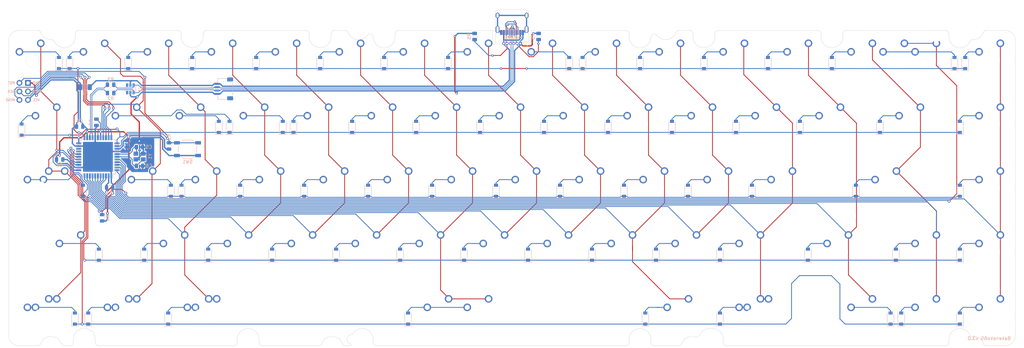
<source format=kicad_pcb>
(kicad_pcb (version 20221018) (generator pcbnew)
  (layers (0 "F.Cu" signal) (31 "B.Cu" signal) (34 "B.Paste" user) (35 "F.Paste" user) (36 "B.SilkS" user "B.Silkscreen") (37 "F.SilkS" user "F.Silkscreen") (38 "B.Mask" user) (39 "F.Mask" user) (44 "Edge.Cuts" user))
  (net 0 "")
  (net 1 "GND")
  (net 2 "XTAL2")
  (net 3 "XTAL1")
  (net 4 "Net-(U2-UCAP)")
  (net 5 "ROW0")
  (net 6 "Net-(D1-A)")
  (net 7 "Net-(D2-A)")
  (net 8 "Net-(D3-A)")
  (net 9 "Net-(D4-A)")
  (net 10 "Net-(D5-A)")
  (net 11 "Net-(D6-A)")
  (net 12 "Net-(D7-A)")
  (net 13 "Net-(D8-A)")
  (net 14 "Net-(D9-A)")
  (net 15 "Net-(D10-A)")
  (net 16 "Net-(D11-A)")
  (net 17 "Net-(D12-A)")
  (net 18 "Net-(D13-A)")
  (net 19 "Net-(D14-A)")
  (net 20 "Net-(D15-A)")
  (net 21 "Net-(D16-A)")
  (net 22 "ROW1")
  (net 23 "Net-(D17-A)")
  (net 24 "Net-(D18-A)")
  (net 25 "Net-(D19-A)")
  (net 26 "Net-(D20-A)")
  (net 27 "Net-(D21-A)")
  (net 28 "Net-(D22-A)")
  (net 29 "Net-(D23-A)")
  (net 30 "Net-(D24-A)")
  (net 31 "Net-(D25-A)")
  (net 32 "Net-(D26-A)")
  (net 33 "Net-(D27-A)")
  (net 34 "Net-(D28-A)")
  (net 35 "Net-(D29-A)")
  (net 36 "Net-(D30-A)")
  (net 37 "Net-(D31-A)")
  (net 38 "ROW2")
  (net 39 "Net-(D32-A)")
  (net 40 "Net-(D33-A)")
  (net 41 "Net-(D34-A)")
  (net 42 "Net-(D35-A)")
  (net 43 "Net-(D36-A)")
  (net 44 "Net-(D37-A)")
  (net 45 "Net-(D38-A)")
  (net 46 "Net-(D39-A)")
  (net 47 "Net-(D40-A)")
  (net 48 "Net-(D41-A)")
  (net 49 "Net-(D42-A)")
  (net 50 "Net-(D43-A)")
  (net 51 "Net-(D44-A)")
  (net 52 "Net-(D45-A)")
  (net 53 "Net-(D46-A)")
  (net 54 "ROW3")
  (net 55 "Net-(D47-A)")
  (net 56 "Net-(D48-A)")
  (net 57 "Net-(D49-A)")
  (net 58 "Net-(D50-A)")
  (net 59 "Net-(D51-A)")
  (net 60 "Net-(D52-A)")
  (net 61 "Net-(D53-A)")
  (net 62 "Net-(D54-A)")
  (net 63 "Net-(D55-A)")
  (net 64 "Net-(D56-A)")
  (net 65 "Net-(D57-A)")
  (net 66 "Net-(D58-A)")
  (net 67 "Net-(D59-A)")
  (net 68 "Net-(D60-A)")
  (net 69 "ROW4")
  (net 70 "Net-(D61-A)")
  (net 71 "Net-(D62-A)")
  (net 72 "Net-(D63-A)")
  (net 73 "Net-(D64-A)")
  (net 74 "Net-(D65-A)")
  (net 75 "Net-(D66-A)")
  (net 76 "Net-(D67-A)")
  (net 77 "VBUS")
  (net 78 "D+")
  (net 79 "D-")
  (net 80 "RESET")
  (net 81 "MOSI")
  (net 82 "SCK")
  (net 83 "MISO")
  (net 84 "COL0")
  (net 85 "COL1")
  (net 86 "COL2")
  (net 87 "COL3")
  (net 88 "COL4")
  (net 89 "COL5")
  (net 90 "COL6")
  (net 91 "COL7")
  (net 92 "COL8")
  (net 93 "COL9")
  (net 94 "COL10")
  (net 95 "COL11")
  (net 96 "COL12")
  (net 97 "COL13")
  (net 98 "COL14")
  (net 99 "COL15")
  (net 100 "Net-(D68-A)")
  (net 101 "Net-(U2-~{HWB}{slash}PE2)")
  (net 102 "CC1")
  (net 103 "+5V")
  (net 104 "/MCU_D+")
  (net 105 "/MCU_D-")
  (net 110 "CC2")
  (footprint "MX_Only:MXOnly-1U-NoLED" (layer "F.Cu") (at 9.39375 9.02)
    (fp_text reference "MX1")
    (fp_text value "1u")
  )
  (footprint "MX_Only:MXOnly-1U-NoLED" (layer "F.Cu") (at 28.44375 9.02)
    (fp_text reference "MX2")
    (fp_text value "1u")
  )
  (footprint "MX_Only:MXOnly-1U-NoLED" (layer "F.Cu") (at 47.49375 9.02)
    (fp_text reference "MX3")
    (fp_text value "1u")
  )
  (footprint "MX_Only:MXOnly-1U-NoLED" (layer "F.Cu") (at 66.54375 9.02)
    (fp_text reference "MX4")
    (fp_text value "1u")
  )
  (footprint "MX_Only:MXOnly-1U-NoLED" (layer "F.Cu") (at 85.59375 9.02)
    (fp_text reference "MX5")
    (fp_text value "1u")
  )
  (footprint "MX_Only:MXOnly-1U-NoLED" (layer "F.Cu") (at 104.64375 9.02)
    (fp_text reference "MX6")
    (fp_text value "1u")
  )
  (footprint "MX_Only:MXOnly-1U-NoLED" (layer "F.Cu") (at 123.69375 9.02)
    (fp_text reference "MX7")
    (fp_text value "1u")
  )
  (footprint "MX_Only:MXOnly-1U-NoLED" (layer "F.Cu") (at 161.79375 9.02)
    (fp_text reference "MX9")
    (fp_text value "1u")
  )
  (footprint "MX_Only:MXOnly-1U-NoLED" (layer "F.Cu") (at 180.84375 9.02)
    (fp_text reference "MX10")
    (fp_text value "1u")
  )
  (footprint "MX_Only:MXOnly-1U-NoLED" (layer "F.Cu") (at 199.89375 9.02)
    (fp_text reference "MX11")
    (fp_text value "1u")
  )
  (footprint "MX_Only:MXOnly-1U-NoLED" (layer "F.Cu") (at 218.94375 9.02)
    (fp_text reference "MX12")
    (fp_text value "1u")
  )
  (footprint "MX_Only:MXOnly-1U-NoLED" (layer "F.Cu") (at 237.99375 9.02)
    (fp_text reference "MX13")
    (fp_text value "1u")
  )
  (footprint "MX_Only:MXOnly-1U-NoLED" (layer "F.Cu") (at 257.04375 9.02)
    (fp_text reference "MX14")
    (fp_text value "1u")
  )
  (footprint "MX_Only:MXOnly-2U-NoLED" (layer "F.Cu") (at 266.56875 9.02)
    (fp_text reference "MX17")
    (fp_text value "2u")
  )
  (footprint "MX_Only:MXOnly-1.5U-NoLED" (layer "F.Cu") (at 14.15625 28.07)
    (fp_text reference "MX18")
    (fp_text value "1.5u")
  )
  (footprint "MX_Only:MXOnly-1U-NoLED" (layer "F.Cu") (at 37.96875 28.07)
    (fp_text reference "MX19")
    (fp_text value "1u")
  )
  (footprint "MX_Only:MXOnly-1U-NoLED" (layer "F.Cu") (at 57.01875 28.07)
    (fp_text reference "MX20")
    (fp_text value "1u")
  )
  (footprint "MX_Only:MXOnly-1U-NoLED" (layer "F.Cu") (at 76.06875 28.07)
    (fp_text reference "MX21")
    (fp_text value "1u")
  )
  (footprint "MX_Only:MXOnly-1U-NoLED" (layer "F.Cu") (at 95.11875 28.07)
    (fp_text reference "MX22")
    (fp_text value "1u")
  )
  (footprint "MX_Only:MXOnly-1U-NoLED" (layer "F.Cu") (at 114.16875 28.07)
    (fp_text reference "MX23")
    (fp_text value "1u")
  )
  (footprint "MX_Only:MXOnly-1U-NoLED" (layer "F.Cu") (at 133.21875 28.07)
    (fp_text reference "MX24")
    (fp_text value "1u")
  )
  (footprint "MX_Only:MXOnly-1U-NoLED" (layer "F.Cu") (at 152.26875 28.07)
    (fp_text reference "MX25")
    (fp_text value "1u")
  )
  (footprint "MX_Only:MXOnly-1U-NoLED" (layer "F.Cu") (at 171.31875 28.07)
    (fp_text reference "MX26")
    (fp_text value "1u")
  )
  (footprint "MX_Only:MXOnly-1U-NoLED" (layer "F.Cu") (at 190.36875 28.07)
    (fp_text reference "MX27")
    (fp_text value "1u")
  )
  (footprint "MX_Only:MXOnly-1U-NoLED" (layer "F.Cu") (at 209.41875 28.07)
    (fp_text reference "MX28")
    (fp_text value "1u")
  )
  (footprint "MX_Only:MXOnly-1U-NoLED" (layer "F.Cu") (at 228.46875 28.07)
    (fp_text reference "MX29")
    (fp_text value "1u")
  )
  (footprint "MX_Only:MXOnly-1U-NoLED" (layer "F.Cu") (at 247.51875 28.07)
    (fp_text reference "MX30")
    (fp_text value "1u")
  )
  (footprint "MX_Only:MXOnly-1.5U-NoLED" (layer "F.Cu") (at 271.33125 28.07)
    (fp_text reference "MX31")
    (fp_text value "1.5u")
  )
  (footprint "MX_Only:MXOnly-1U-NoLED" (layer "F.Cu") (at 295.14375 28.07)
    (fp_text reference "MX32")
    (fp_text value "1u")
  )
  (footprint "MX_Only:MXOnly-1.25U-NoLED" (layer "F.Cu") (at 11.775 47.12)
    (fp_text reference "MX33")
    (fp_text value "1.25u")
  )
  (footprint "MX_Only:MXOnly-1.75U-NoLED" (layer "F.Cu") (at 16.5375 47.12)
    (fp_text reference "MX34")
    (fp_text value "1.75u")
  )
  (footprint "MX_Only:MXOnly-1U-NoLED" (layer "F.Cu") (at 42.73125 47.12)
    (fp_text reference "MX35")
    (fp_text value "1u")
  )
  (footprint "MX_Only:MXOnly-1U-NoLED" (layer "F.Cu") (at 61.78125 47.12)
    (fp_text reference "MX36")
    (fp_text value "1u")
  )
  (footprint "MX_Only:MXOnly-1U-NoLED" (layer "F.Cu") (at 80.83125 47.12)
    (fp_text reference "MX37")
    (fp_text value "1u")
  )
  (footprint "MX_Only:MXOnly-1U-NoLED" (layer "F.Cu") (at 99.88125 47.12)
    (fp_text reference "MX38")
    (fp_text value "1u")
  )
  (footprint "MX_Only:MXOnly-1U-NoLED" (layer "F.Cu") (at 118.93125 47.12)
    (fp_text reference "MX39")
    (fp_text value "1u")
  )
  (footprint "MX_Only:MXOnly-1U-NoLED" (layer "F.Cu") (at 137.98125 47.12)
    (fp_text reference "MX40")
    (fp_text value "1u")
  )
  (footprint "MX_Only:MXOnly-1U-NoLED" (layer "F.Cu") (at 157.03125 47.12)
    (fp_text reference "MX41")
    (fp_text value "1u")
  )
  (footprint "MX_Only:MXOnly-1U-NoLED" (layer "F.Cu") (at 176.08125 47.12)
    (fp_text reference "MX42")
    (fp_text value "1u")
  )
  (footprint "MX_Only:MXOnly-1U-NoLED" (layer "F.Cu") (at 195.13125 47.12)
    (fp_text reference "MX43")
    (fp_text value "1u")
  )
  (footprint "MX_Only:MXOnly-1U-NoLED" (layer "F.Cu") (at 214.18125 47.12)
    (fp_text reference "MX44")
    (fp_text value "1u")
  )
  (footprint "MX_Only:MXOnly-1U-NoLED" (layer "F.Cu") (at 233.23125 47.12)
    (fp_text reference "MX45")
    (fp_text value "1u")
  )
  (footprint "MX_Only:MXOnly-2.25U-NoLED" (layer "F.Cu") (at 264.1875 47.12)
    (fp_text reference "MX46")
    (fp_text value "2.25u")
  )
  (footprint "MX_Only:MXOnly-1U-NoLED" (layer "F.Cu") (at 295.14375 47.12)
    (fp_text reference "MX47")
    (fp_text value "1u")
  )
  (footprint "MX_Only:MXOnly-2.25U-NoLED" (layer "F.Cu") (at 21.3 66.17)
    (fp_text reference "MX48")
    (fp_text value "2.25u")
  )
  (footprint "MX_Only:MXOnly-1U-NoLED" (layer "F.Cu") (at 52.25625 66.17)
    (fp_text reference "MX49")
    (fp_text value "1u")
  )
  (footprint "MX_Only:MXOnly-1U-NoLED" (layer "F.Cu") (at 71.30625 66.17)
    (fp_text reference "MX50")
    (fp_text value "1u")
  )
  (footprint "MX_Only:MXOnly-1U-NoLED" (layer "F.Cu") (at 90.35625 66.17)
    (fp_text reference "MX51")
    (fp_text value "1u")
  )
  (footprint "MX_Only:MXOnly-1U-NoLED" (layer "F.Cu") (at 109.40625 66.17)
    (fp_text reference "MX52")
    (fp_text value "1u")
  )
  (footprint "MX_Only:MXOnly-1U-NoLED" (layer "F.Cu") (at 128.45625 66.17)
    (fp_text reference "MX53")
    (fp_text value "1u")
  )
  (footprint "MX_Only:MXOnly-1U-NoLED" (layer "F.Cu") (at 147.50625 66.17)
    (fp_text reference "MX54")
    (fp_text value "1u")
  )
  (footprint "MX_Only:MXOnly-1U-NoLED" (layer "F.Cu") (at 166.55625 66.17)
    (fp_text reference "MX55")
    (fp_text value "1u")
  )
  (footprint "MX_Only:MXOnly-1U-NoLED" (layer "F.Cu") (at 185.60625 66.17)
    (fp_text reference "MX56")
    (fp_text value "1u")
  )
  (footprint "MX_Only:MXOnly-1U-NoLED" (layer "F.Cu") (at 204.65625 66.17)
    (fp_text reference "MX57")
    (fp_text value "1u")
  )
  (footprint "MX_Only:MXOnly-1U-NoLED" (layer "F.Cu") (at 223.70625 66.17)
    (fp_text reference "MX58")
    (fp_text value "1u")
  )
  (footprint "MX_Only:MXOnly-1.75U-NoLED" (layer "F.Cu") (at 249.9 66.17)
    (fp_text reference "MX59")
    (fp_text value "1.75u")
  )
  (footprint "MX_Only:MXOnly-1U-NoLED" (layer "F.Cu") (at 276.09375 66.17)
    (fp_text reference "MX60")
    (fp_text value "1u")
  )
  (footprint "MX_Only:MXOnly-1U-NoLED" (layer "F.Cu") (at 295.14375 66.17)
    (fp_text reference "MX61")
    (fp_text value "1u")
  )
  (footprint "MX_Only:MXOnly-1.5U-NoLED" (layer "F.Cu") (at 14.15625 85.22)
    (fp_text reference "MX62")
    (fp_text value "1.5u")
  )
  (footprint "MX_Only:MXOnly-1U-NoLED" (layer "F.Cu") (at 37.96875 85.22)
    (fp_text reference "MX63")
    (fp_text value "1u")
  )
  (footprint "MX_Only:MXOnly-1.5U-NoLED" (layer "F.Cu") (at 61.78125 85.22)
    (fp_text reference "MX64")
    (fp_text value "1.5u")
  )
  (footprint "MX_Only:MXOnly-1.25U-NoLED" (layer "F.Cu") (at 202.275 85.22)
    (fp_text reference "MX66")
    (fp_text value "1.25u")
  )
  (footprint "MX_Only:MXOnly-1.5U-NoLED" (layer "F.Cu") (at 223.70625 85.22)
    (fp_text reference "MX67")
    (fp_text value "1.5u")
  )
  (footprint "MX_Only:MXOnly-1U-NoLED" (layer "F.Cu") (at 257.04375 85.22)
    (fp_text reference "MX68")
    (fp_text value "1u")
  )
  (footprint "MX_Only:MXOnly-1U-NoLED" (layer "F.Cu") (at 276.09375 85.22)
    (fp_text reference "MX69")
    (fp_text value "1u")
  )
  (footprint "MX_Only:MXOnly-1U-NoLED" (layer "F.Cu") (at 295.14375 85.22)
    (fp_text reference "MX70")
    (fp_text value "1u")
  )
  (footprint "MX_Only:MXOnly-1.25U-NoLED" (layer "F.Cu") (at 226.0875 85.22)
    (fp_text reference "MX75")
    (fp_text value "1.25u")
  )
  (footprint "MX_Only:MXOnly-7U-ReversedStabilizers-NoLED" (layer "F.Cu") (at 142.74375 85.22)
    (fp_text reference "MX65")
    (fp_text value "7u")
  )
  (footprint "MX_Only:MXOnly-1U-NoLED" (layer "F.Cu") (at 142.74375 9.02)
    (fp_text reference "MX8")
    (fp_text value "1u")
  )
  (footprint "MX_Only:MXOnly-1U-NoLED" (layer "F.Cu") (at 295.14375 9.02)
    (fp_text reference "MX16")
    (fp_text value "1u")
  )
  (footprint "MX_Only:MXOnly-1U-NoLED" (layer "F.Cu") (at 276.09375 9.02)
    (fp_text reference "MX15")
    (fp_text value "1u")
  )
  (footprint "MX_Only:MXOnly-1.25U-NoLED" (layer "F.Cu") (at 11.775 85.22)
    (fp_text reference "MX71")
    (fp_text value "1.25u")
  )
  (footprint "MX_Only:MXOnly-1.25U-NoLED" (layer "F.Cu") (at 35.5875 85.22)
    (fp_text reference "MX72")
    (fp_text value "1.25u")
  )
  (footprint "MX_Only:MXOnly-1.25U-NoLED" (layer "F.Cu") (at 59.4 85.22)
    (fp_text reference "MX73")
    (fp_text value "1.25u")
  )
  (footprint "MX_Only:MXOnly-6.25U-ReversedStabilizers-NoLED" (layer "F.Cu") (at 130.8375 85.22)
    (fp_text reference "MX74")
    (fp_text value "6.25u")
  )
  (footprint "Connector_PinHeader_1.00mm:PinHeader_1x06_P1.00mm_Vertical" (layer "F.Cu") (at 154.7675 4 -90)
    (fp_text reference "J3")
    (fp_text value "Conn_01x06_Female")
  )
  (footprint "Type-C:HRO-TYPE-C-31-M-12" (layer "F.Cu") (at 152.26875 -6.98 180)
    (fp_text reference "USB2")
    (fp_text value "HRO-TYPE-C-31-M-12")
  )
  (footprint "Fuse:Fuse_1206_3216Metric" (layer "B.Cu") (at 25.10375 17.00625)
    (fp_text reference "F1")
    (fp_text value "500mA")
  )
  (footprint "Connector_JST:JST_SH_SM04B-SRSS-TB_1x04-1MP_P1.00mm_Horizontal" (layer "B.Cu") (at 66.44375 17.52375 -90)
    (fp_text reference "J1")
    (fp_text value "JST SH 4-pin")
  )
  (footprint "bakeneko:ISP" (layer "B.Cu") (at 5.58375 20.827501)
    (fp_text reference "J2")
    (fp_text value "AVR-ISP-6")
  )
  (footprint "Resistor_SMD:R_0805_2012Metric" (layer "B.Cu") (at 32.73375 18.77375)
    (fp_text reference "R2")
    (fp_text value "22")
  )
  (footprint "Resistor_SMD:R_0805_2012Metric" (layer "B.Cu") (at 32.73375 16.27375)
    (fp_text reference "R3")
    (fp_text value "22")
  )
  (footprint "Button_Switch_SMD:SW_SPST_TL3342" (layer "B.Cu") (at 55.6375 35.505)
    (fp_text reference "SW1")
    (fp_text value "Reset")
  )
  (footprint "Capacitor_SMD:C_0805_2012Metric" (layer "B.Cu") (at 41.35375 34.89 180)
    (fp_text reference "C5")
    (fp_text value "22p")
  )
  (footprint "Capacitor_SMD:C_0805_2012Metric" (layer "B.Cu") (at 23.5175 28.77 180)
    (fp_text reference "C4")
    (fp_text value "10u")
  )
  (footprint "Capacitor_SMD:C_0805_2012Metric" (layer "B.Cu") (at 32.45375 46.93)
    (fp_text reference "C3")
    (fp_text value "0.1u")
  )
  (footprint "Package_QFP:TQFP-44_10x10mm_P0.8mm" (layer "B.Cu") (at 28.9475 37.77875 -90)
    (fp_text reference "U2")
    (fp_text value "ATmega32U4-AU")
  )
  (footprint "Crystal:Crystal_SMD_3225-4Pin_3.2x2.5mm" (layer "B.Cu") (at 41.35375 37.69 180)
    (fp_text reference "Y1")
    (fp_text value "16MHz")
  )
  (footprint "Capacitor_SMD:C_0805_2012Metric" (layer "B.Cu") (at 37.55375 33.94 -90)
    (fp_text reference "C1")
    (fp_text value "0.1u")
  )
  (footprint "Resistor_SMD:R_0805_2012Metric" (layer "B.Cu") (at 50.10375 34.54 -90)
    (fp_text reference "R1")
    (fp_text value "10k")
  )
  (footprint "Diode_SMD:D_SOD-123" (layer "B.Cu") (at 17.33125 9.81375 90)
    (fp_text reference "D1")
    (fp_text value "1N4148")
  )
  (footprint "Diode_SMD:D_SOD-123" (layer "B.Cu") (at 20.50625 9.81375 90)
    (fp_text reference "D2")
    (fp_text value "1N4148")
  )
  (footprint "Diode_SMD:D_SOD-123" (layer "B.Cu") (at 37.96875 9.81375 90)
    (fp_text reference "D3")
    (fp_text value "1N4148")
  )
  (footprint "Diode_SMD:D_SOD-123" (layer "B.Cu") (at 57.01875 9.81375 90)
    (fp_text reference "D4")
    (fp_text value "1N4148")
  )
  (footprint "Diode_SMD:D_SOD-123" (layer "B.Cu") (at 76.06875 9.81375 90)
    (fp_text reference "D5")
    (fp_text value "1N4148")
  )
  (footprint "Diode_SMD:D_SOD-123" (layer "B.Cu") (at 95.11875 9.81375 90)
    (fp_text reference "D6")
    (fp_text value "1N4148")
  )
  (footprint "Diode_SMD:D_SOD-123" (layer "B.Cu") (at 114.16875 9.81375 90)
    (fp_text reference "D7")
    (fp_text value "1N4148")
  )
  (footprint "Diode_SMD:D_SOD-123" (layer "B.Cu") (at 133.21875 9.81375 90)
    (fp_text reference "D8")
    (fp_text value "1N4148")
  )
  (footprint "Diode_SMD:D_SOD-123" (layer "B.Cu") (at 169.30375 9.81375 90)
    (fp_text reference "D9")
    (fp_text value "1N4148")
  )
  (footprint "Diode_SMD:D_SOD-123" (layer "B.Cu") (at 173.2725 9.81375 90)
    (fp_text reference "D10")
    (fp_text value "1N4148")
  )
  (footprint "Diode_SMD:D_SOD-123" (layer "B.Cu") (at 190.36875 9.81375 90)
    (fp_text reference "D11")
    (fp_text value "1N4148")
  )
  (footprint "Diode_SMD:D_SOD-123" (layer "B.Cu") (at 209.41875 9.81375 90)
    (fp_text reference "D12")
    (fp_text value "1N4148")
  )
  (footprint "Diode_SMD:D_SOD-123" (layer "B.Cu") (at 247.51875 9.81375 90)
    (fp_text reference "D14")
    (fp_text value "1N4148")
  )
  (footprint "Diode_SMD:D_SOD-123" (layer "B.Cu") (at 284.03125 9.81375 90)
    (fp_text reference "D15")
    (fp_text value "1N4148")
  )
  (footprint "Diode_SMD:D_SOD-123" (layer "B.Cu") (at 287.20625 9.81375 90)
    (fp_text reference "D16")
    (fp_text value "1N4148")
  )
  (footprint "Diode_SMD:D_SOD-123" (layer "B.Cu") (at 6.21875 29.6575 90)
    (fp_text reference "D17")
    (fp_text value "1N4148")
  )
  (footprint "Diode_SMD:D_SOD-123" (layer "B.Cu") (at 68.13125 28.86375 90)
    (fp_text reference "D18")
    (fp_text value "1N4148")
  )
  (footprint "Diode_SMD:D_SOD-123" (layer "B.Cu") (at 64.95625 28.86375 90)
    (fp_text reference "D19")
    (fp_text value "1N4148")
  )
  (footprint "Diode_SMD:D_SOD-123" (layer "B.Cu") (at 84.00625 28.86375 90)
    (fp_text reference "D20")
    (fp_text value "1N4148")
  )
  (footprint "Diode_SMD:D_SOD-123" (layer "B.Cu") (at 87.18125 28.86375 90)
    (fp_text reference "D21")
    (fp_text value "1N4148")
  )
  (footprint "Diode_SMD:D_SOD-123" (layer "B.Cu") (at 104.64375 28.86375 90)
    (fp_text reference "D22")
    (fp_text value "1N4148")
  )
  (footprint "Diode_SMD:D_SOD-123" (layer "B.Cu") (at 123.69375 28.86375 90)
    (fp_text reference "D23")
    (fp_text value "1N4148")
  )
  (footprint "Diode_SMD:D_SOD-123" (layer "B.Cu") (at 142.74375 28.86375 90)
    (fp_text reference "D24")
    (fp_text value "1N4148")
  )
  (footprint "Diode_SMD:D_SOD-123" (layer "B.Cu") (at 161.79375 28.86375 90)
    (fp_text reference "D25")
    (fp_text value "1N4148")
  )
  (footprint "Diode_SMD:D_SOD-123" (layer "B.Cu") (at 180.84375 28.86375 90)
    (fp_text reference "D26")
    (fp_text value "1N4148")
  )
  (footprint "Diode_SMD:D_SOD-123" (layer "B.Cu") (at 199.89375 28.86375 90)
    (fp_text reference "D27")
    (fp_text value "1N4148")
  )
  (footprint "Diode_SMD:D_SOD-123" (layer "B.Cu") (at 218.94375 28.86375 90)
    (fp_text reference "D28")
    (fp_text value "1N4148")
  )
  (footprint "Diode_SMD:D_SOD-123" (layer "B.Cu") (at 237.99375 28.86375 90)
    (fp_text reference "D29")
    (fp_text value "1N4148")
  )
  (footprint "Diode_SMD:D_SOD-123" (layer "B.Cu") (at 261.80625 28.86375 90)
    (fp_text reference "D30")
    (fp_text value "1N4148")
  )
  (footprint "Diode_SMD:D_SOD-123" (layer "B.Cu") (at 285.61875 28.86375 90)
    (fp_text reference "D31")
    (fp_text value "1N4148")
  )
  (footprint "Diode_SMD:D_SOD-123" (layer "B.Cu") (at 24.475 47.91375 90)
    (fp_text reference "D32")
    (fp_text value "1N4148")
  )
  (footprint "Diode_SMD:D_SOD-123" (layer "B.Cu") (at 50.66875 47.91375 90)
    (fp_text reference "D33")
    (fp_text value "1N4148")
  )
  (footprint "Diode_SMD:D_SOD-123" (layer "B.Cu") (at 53.84375 47.91375 90)
    (fp_text reference "D34")
    (fp_text value "1N4148")
  )
  (footprint "Diode_SMD:D_SOD-123" (layer "B.Cu") (at 71.30625 47.91375 90)
    (fp_text reference "D35")
    (fp_text value "1N4148")
  )
  (footprint "Diode_SMD:D_SOD-123" (layer "B.Cu") (at 109.40625 47.91375 90)
    (fp_text reference "D37")
    (fp_text value "1N4148")
  )
  (footprint "Diode_SMD:D_SOD-123" (layer "B.Cu") (at 128.45625 47.91375 90)
    (fp_text reference "D38")
    (fp_text value "1N4148")
  )
  (footprint "Diode_SMD:D_SOD-123" (layer "B.Cu") (at 147.50625 47.91375 90)
    (fp_text reference "D39")
    (fp_text value "1N4148")
  )
  (footprint "Diode_SMD:D_SOD-123" (layer "B.Cu") (at 166.55625 47.91375 90)
    (fp_text reference "D40")
    (fp_text value "1N4148")
  )
  (footprint "Diode_SMD:D_SOD-123" (layer "B.Cu") (at 185.60625 47.91375 90)
    (fp_text reference "D41")
    (fp_text value "1N4148")
  )
  (footprint "Diode_SMD:D_SOD-123" (layer "B.Cu") (at 204.65625 47.91375 90)
    (fp_text reference "D42")
    (fp_text value "1N4148")
  )
  (footprint "Diode_SMD:D_SOD-123" (layer "B.Cu") (at 223.70625 47.91375 90)
    (fp_text reference "D43")
    (fp_text value "1N4148")
  )
  (footprint "Diode_SMD:D_SOD-123" (layer "B.Cu") (at 254.6625 47.91375 90)
    (fp_text reference "D44")
    (fp_text value "1N4148")
  )
  (footprint "Diode_SMD:D_SOD-123" (layer "B.Cu") (at 285.61875 47.91375 90)
    (fp_text reference "D45")
    (fp_text value "1N4148")
  )
  (footprint "Diode_SMD:D_SOD-123" (layer "B.Cu") (at 29.2375 66.96375 90)
    (fp_text reference "D46")
    (fp_text value "1N4148")
  )
  (footprint "Diode_SMD:D_SOD-123" (layer "B.Cu") (at 42.73125 66.96375 90)
    (fp_text reference "D47")
    (fp_text value "1N4148")
  )
  (footprint "Diode_SMD:D_SOD-123" (layer "B.Cu") (at 61.78125 66.96375 90)
    (fp_text reference "D48")
    (fp_text value "1N4148")
  )
  (footprint "Diode_SMD:D_SOD-123" (layer "B.Cu") (at 80.83125 66.96375 90)
    (fp_text reference "D49")
    (fp_text value "1N4148")
  )
  (footprint "Diode_SMD:D_SOD-123" (layer "B.Cu") (at 99.88125 66.96375 90)
    (fp_text reference "D50")
    (fp_text value "1N4148")
  )
  (footprint "Diode_SMD:D_SOD-123" (layer "B.Cu") (at 118.93125 66.96375 90)
    (fp_text reference "D51")
    (fp_text value "1N4148")
  )
  (footprint "Diode_SMD:D_SOD-123" (layer "B.Cu") (at 137.98125 66.96375 90)
    (fp_text reference "D52")
    (fp_text value "1N4148")
  )
  (footprint "Diode_SMD:D_SOD-123" (layer "B.Cu") (at 157.03125 66.96375 90)
    (fp_text reference "D53")
    (fp_text value "1N4148")
  )
  (footprint "Diode_SMD:D_SOD-123" (layer "B.Cu") (at 176.08125 66.96375 90)
    (fp_text reference "D54")
    (fp_text value "1N4148")
  )
  (footprint "Diode_SMD:D_SOD-123" (layer "B.Cu") (at 195.13125 66.96375 90)
    (fp_text reference "D55")
    (fp_text value "1N4148")
  )
  (footprint "Diode_SMD:D_SOD-123" (layer "B.Cu") (at 214.18125 66.96375 90)
    (fp_text reference "D56")
    (fp_text value "1N4148")
  )
  (footprint "Diode_SMD:D_SOD-123" (layer "B.Cu") (at 240.375 66.96375 90)
    (fp_text reference "D57")
    (fp_text value "1N4148")
  )
  (footprint "Diode_SMD:D_SOD-123" (layer "B.Cu") (at 266.56875 66.96375 90)
    (fp_text reference "D58")
    (fp_text value "1N4148")
  )
  (footprint "Diode_SMD:D_SOD-123" (layer "B.Cu") (at 285.61875 66.96375 90)
    (fp_text reference "D59")
    (fp_text value "1N4148")
  )
  (footprint "Diode_SMD:D_SOD-123" (layer "B.Cu") (at 22.09375 86.01375 90)
    (fp_text reference "D60")
    (fp_text value "1N4148")
  )
  (footprint "Diode_SMD:D_SOD-123" (layer "B.Cu") (at 26.0625 86.01375 90)
    (fp_text reference "D61")
    (fp_text value "1N4148")
  )
  (footprint "Diode_SMD:D_SOD-123" (layer "B.Cu") (at 49.875 86.01375 90)
    (fp_text reference "D62")
    (fp_text value "1N4148")
  )
  (footprint "Diode_SMD:D_SOD-123" (layer "B.Cu") (at 121.3125 86.01375 90)
    (fp_text reference "D63")
    (fp_text value "1N4148")
  )
  (footprint "Diode_SMD:D_SOD-123" (layer "B.Cu") (at 214.18125 86.01375 90)
    (fp_text reference "D65")
    (fp_text value "1N4148")
  )
  (footprint "Diode_SMD:D_SOD-123" (layer "B.Cu") (at 264.98125 86.01375 90)
    (fp_text reference "D66")
    (fp_text value "1N4148")
  )
  (footprint "Diode_SMD:D_SOD-123" (layer "B.Cu") (at 268.15625 86.01375 90)
    (fp_text reference "D67")
    (fp_text value "1N4148")
  )
  (footprint "Diode_SMD:D_SOD-123" (layer "B.Cu") (at 285.61875 86.01375 90)
    (fp_text reference "D68")
    (fp_text value "1N4148")
  )
  (footprint "Diode_SMD:D_SOD-123" (layer "B.Cu") (at 228.46875 9.81375 90)
    (fp_text reference "D13")
    (fp_text value "1N4148")
  )
  (footprint "Capacitor_SMD:C_0805_2012Metric" (layer "B.Cu") (at 28.51375 27.49 -90)
    (fp_text reference "C7")
    (fp_text value "1u")
  )
  (footprint "Capacitor_SMD:C_0805_2012Metric" (layer "B.Cu") (at 41.35375 40.49 180)
    (fp_text reference "C6")
    (fp_text value "22p")
  )
  (footprint "Resistor_SMD:R_0805_2012Metric" (layer "B.Cu") (at 30.2175 55.97 90)
    (fp_text reference "R4")
    (fp_text value "10k")
  )
  (footprint "Diode_SMD:D_SOD-123" (layer "B.Cu") (at 90.35625 47.91375 90)
    (fp_text reference "D36")
    (fp_text value "1N4148")
  )
  (footprint "Diode_SMD:D_SOD-123" (layer "B.Cu") (at 191.95625 86.01375 90)
    (fp_text reference "D64")
    (fp_text value "1N4148")
  )
  (footprint "Capacitor_SMD:C_0805_2012Metric" (layer "B.Cu") (at 17.5675 38.57875)
    (fp_text reference "C2")
    (fp_text value "0.1u")
  )
  (footprint "Package_TO_SOT_SMD:SOT-23-6" (layer "B.Cu") (at 38.6175 17.52375 90)
    (fp_text reference "U1")
    (fp_text value "SRV05-4")
  )
  (footprint "Resistor_SMD:R_0805_2012Metric" (layer "B.Cu") (at 160.17875 1.905 -90)
    (fp_text reference "R5")
    (fp_text value "5.1k")
  )
  (footprint "Resistor_SMD:R_0805_2012Metric" (layer "B.Cu") (at 141.12875 1.905 -90)
    (fp_text reference "R6")
    (fp_text value "5.1k")
  )
  (footprint "Type-C:HRO-TYPE-C-31-M-12" (layer "B.Cu") (at 152.26875 -6.98)
    (fp_text reference "USB1")
    (fp_text value "HRO-TYPE-C-31-M-12")
  )
  (gr_curve (pts (xy 157.62925 4.4063) (xy 157.83565 4.4063) (xy 158.00435 4.2377) (xy 158.00435 4.0313)) (stroke (width 0.09)) (layer "Edge.Cuts"))
  (gr_curve (pts (xy 22.17755 1.11) (xy 22.17745 0.8446) (xy 22.28265 0.5913) (xy 22.47025 0.4036)) (stroke (width 0.09)) (layer "Edge.Cuts"))
  (gr_line (start 20.63185 94.1039) (end 18.90995 94.1038) (stroke (width 0.09)) (layer "Edge.Cuts"))
  (gr_curve (pts (xy 188.75465 89.3917) (xy 187.74905 89.9723) (xy 187.12965 91.0452) (xy 187.12965 92.2063)) (stroke (width 0.09)) (layer "Edge.Cuts"))
  (gr_curve (pts (xy 5.40375 94.1039) (xy 4.60755 94.1044) (xy 3.84765 93.7886) (xy 3.28435 93.226)) (stroke (width 0.09)) (layer "Edge.Cuts"))
  (gr_curve (pts (xy 211.05335 4.8208) (xy 212.05895 4.2402) (xy 212.67835 3.1673) (xy 212.67835 2.0062)) (stroke (width 0.09)) (layer "Edge.Cuts"))
  (gr_curve (pts (xy 198.49635 2.8278) (xy 199.67135 2.6603) (xy 200.66135 1.8648) (xy 201.07795 0.7533)) (stroke (width 0.09)) (layer "Edge.Cuts"))
  (gr_curve (pts (xy 292.59455 0.7533) (xy 292.74145 0.3637) (xy 293.11395 0.1064) (xy 293.53025 0.1062)) (stroke (width 0.09)) (layer "Edge.Cuts"))
  (gr_curve (pts (xy 22.47025 0.4036) (xy 22.65775 0.2158) (xy 22.91225 0.1102) (xy 23.17755 0.11)) (stroke (width 0.09)) (layer "Edge.Cuts"))
  (gr_line (start 251.77975 0.1102) (end 281.37775 0.1111) (stroke (width 0.09)) (layer "Edge.Cuts"))
  (gr_curve (pts (xy 2.40375 3.11) (xy 2.40325 2.3139) (xy 2.71905 1.5539) (xy 3.28165 0.9906)) (stroke (width 0.09)) (layer "Edge.Cuts"))
  (gr_curve (pts (xy 194.62965 94.1039) (xy 194.36425 94.1041) (xy 194.11095 93.9988) (xy 193.92315 93.8113)) (stroke (width 0.09)) (layer "Edge.Cuts"))
  (gr_curve (pts (xy 284.93515 5.2158) (xy 286.41265 5.5345) (xy 287.91435 4.7896) (xy 288.55445 3.4203)) (stroke (width 0.09)) (layer "Edge.Cuts"))
  (gr_line (start 281.37995 94.1039) (end 216.15495 94.1039) (stroke (width 0.09)) (layer "Edge.Cuts"))
  (gr_curve (pts (xy 52.77895 0.11) (xy 53.04435 0.1099) (xy 53.29765 0.2151) (xy 53.48545 0.4027)) (stroke (width 0.09)) (layer "Edge.Cuts"))
  (gr_line (start 118.42915 0.11) (end 146.55435 0.11) (stroke (width 0.09)) (layer "Edge.Cuts"))
  (gr_curve (pts (xy 70.44775 93.1039) (xy 70.44795 93.3693) (xy 70.34265 93.6226) (xy 70.15515 93.8104)) (stroke (width 0.09)) (layer "Edge.Cuts"))
  (gr_line (start 53.77895 1.11) (end 53.77895 2.0062) (stroke (width 0.09)) (layer "Edge.Cuts"))
  (gr_curve (pts (xy 282.37775 2.0073) (xy 282.39655 3.5187) (xy 283.45765 4.8971) (xy 284.93515 5.2158)) (stroke (width 0.09)) (layer "Edge.Cuts"))
  (gr_curve (pts (xy 206.17835 2.0062) (xy 206.17835 3.1673) (xy 206.79785 4.2402) (xy 207.80335 4.8208)) (stroke (width 0.09)) (layer "Edge.Cuts"))
  (gr_line (start 117.42915 2.0062) (end 117.42915 1.11) (stroke (width 0.09)) (layer "Edge.Cuts"))
  (gr_curve (pts (xy 110.88055 92.6359) (xy 110.98765 92.2908) (xy 110.96655 91.9183) (xy 110.82105 91.5875)) (stroke (width 0.09)) (layer "Edge.Cuts"))
  (gr_curve (pts (xy 202.80855 93.4592) (xy 202.67075 93.8247) (xy 202.33295 94.0762) (xy 201.94325 94.1038)) (stroke (width 0.09)) (layer "Edge.Cuts"))
  (gr_curve (pts (xy 192.00465 89.3917) (xy 190.99905 88.8111) (xy 189.76015 88.8111) (xy 188.75465 89.3917)) (stroke (width 0.09)) (layer "Edge.Cuts"))
  (gr_curve (pts (xy 211.12955 88.9563) (xy 209.81555 88.954) (xy 208.62825 89.7452) (xy 208.12635 90.9596)) (stroke (width 0.09)) (layer "Edge.Cuts"))
  (gr_line (start 91.87795 1.11) (end 91.87795 2.0062) (stroke (width 0.09)) (layer "Edge.Cuts"))
  (gr_curve (pts (xy 75.32275 89.3917) (xy 74.31725 88.8111) (xy 73.07835 88.8111) (xy 72.07275 89.3917)) (stroke (width 0.09)) (layer "Edge.Cuts"))
  (gr_curve (pts (xy 214.20215 89.9061) (xy 213.59275 89.2974) (xy 212.76635 88.9557) (xy 211.90495 88.9563)) (stroke (width 0.09)) (layer "Edge.Cuts"))
  (gr_curve (pts (xy 212.67835 1.11) (xy 212.67825 0.8446) (xy 212.78345 0.5913) (xy 212.97105 0.4036)) (stroke (width 0.09)) (layer "Edge.Cuts"))
  (gr_curve (pts (xy 109.12875 1.5451) (xy 109.38125 1.2018) (xy 109.81705 1.0641) (xy 110.22435 1.1894)) (stroke (width 0.09)) (layer "Edge.Cuts"))
  (gr_curve (pts (xy 16.00125 3.4201) (xy 16.67565 4.7726) (xy 18.23035 5.5521) (xy 19.69925 5.1966)) (stroke (width 0.09)) (layer "Edge.Cuts"))
  (gr_line (start 158.00435 4.0313) (end 158.00435 0.11) (stroke (width 0.09)) (layer "Edge.Cuts"))
  (gr_curve (pts (xy 98.37795 1.1095) (xy 98.37755 0.5573) (xy 98.82465 0.1104) (xy 99.37685 0.1095)) (stroke (width 0.09)) (layer "Edge.Cuts"))
  (gr_curve (pts (xy 146.55435 4.0313) (xy 146.55435 4.2377) (xy 146.72295 4.4063) (xy 146.92935 4.4063)) (stroke (width 0.09)) (layer "Edge.Cuts"))
  (gr_curve (pts (xy 281.37775 0.1111) (xy 281.93035 0.1108) (xy 282.37735 0.5585) (xy 282.37775 1.1111)) (stroke (width 0.09)) (layer "Edge.Cuts"))
  (gr_curve (pts (xy 29.13195 94.1039) (xy 28.86655 94.1041) (xy 28.61325 93.9988) (xy 28.42545 93.8113)) (stroke (width 0.09)) (layer "Edge.Cuts"))
  (gr_curve (pts (xy 101.74905 93.4592) (xy 101.26685 92.1981) (xy 100.04385 91.3401) (xy 98.69365 91.3462)) (stroke (width 0.09)) (layer "Edge.Cuts"))
  (gr_line (start 201.94325 94.1038) (end 194.62965 94.1039) (stroke (width 0.09)) (layer "Edge.Cuts"))
  (gr_curve (pts (xy 108.08985 88.9769) (xy 106.72655 88.783) (xy 105.38935 89.4709) (xy 104.75445 90.6928)) (stroke (width 0.09)) (layer "Edge.Cuts"))
  (gr_curve (pts (xy 18.04465 93.4592) (xy 17.56245 92.1981) (xy 16.33945 91.3402) (xy 14.98925 91.3462)) (stroke (width 0.09)) (layer "Edge.Cuts"))
  (gr_curve (pts (xy 288.55445 3.4203) (xy 288.72495 3.067) (xy 289.08605 2.8464) (xy 289.47825 2.8554)) (stroke (width 0.09)) (layer "Edge.Cuts"))
  (gr_arc (start 11.40375 9.0063) (mid 7.40375 9.0063) (end 11.40375 9.0063) (stroke (width 0.09)) (layer "Edge.Cuts"))
  (gr_curve (pts (xy 103.47965 0.7533) (xy 103.90095 1.8632) (xy 104.89955 2.6675) (xy 106.07565 2.8298)) (stroke (width 0.09)) (layer "Edge.Cuts"))
  (gr_curve (pts (xy 60.27895 1.11) (xy 60.27875 0.8446) (xy 60.38405 0.5913) (xy 60.57155 0.4036)) (stroke (width 0.09)) (layer "Edge.Cuts"))
  (gr_line (start 250.77975 2.0062) (end 250.77975 1.1102) (stroke (width 0.09)) (layer "Edge.Cuts"))
  (gr_curve (pts (xy 288.76075 91.3325) (xy 288.33145 89.7974) (xy 286.85095 88.7977) (xy 285.26705 88.9767)) (stroke (width 0.09)) (layer "Edge.Cuts"))
  (gr_line (start 76.94775 93.1039) (end 76.94775 92.2063) (stroke (width 0.09)) (layer "Edge.Cuts"))
  (gr_curve (pts (xy 282.37995 93.1039) (xy 282.38005 93.3693) (xy 282.27485 93.6226) (xy 282.08725 93.8104)) (stroke (width 0.09)) (layer "Edge.Cuts"))
  (gr_line (start 110.88055 93.1039) (end 110.88055 92.6359) (stroke (width 0.09)) (layer "Edge.Cuts"))
  (gr_curve (pts (xy 186.12955 0.11) (xy 186.39485 0.1099) (xy 186.64825 0.2151) (xy 186.83595 0.4027)) (stroke (width 0.09)) (layer "Edge.Cuts"))
  (gr_line (start 94.80205 94.1038) (end 77.94775 94.1039) (stroke (width 0.09)) (layer "Edge.Cuts"))
  (gr_curve (pts (xy 3.28165 0.9906) (xy 3.84425 0.4273) (xy 4.60755 0.1105) (xy 5.40375 0.11)) (stroke (width 0.09)) (layer "Edge.Cuts"))
  (gr_curve (pts (xy 60.57155 0.4036) (xy 60.75915 0.2158) (xy 61.01355 0.1102) (xy 61.27895 0.11)) (stroke (width 0.09)) (layer "Edge.Cuts"))
  (gr_curve (pts (xy 187.12965 93.1039) (xy 187.12975 93.3693) (xy 187.02455 93.6226) (xy 186.83695 93.8104)) (stroke (width 0.09)) (layer "Edge.Cuts"))
  (gr_line (start 187.12955 1.11) (end 187.12955 2.0062) (stroke (width 0.09)) (layer "Edge.Cuts"))
  (gr_curve (pts (xy 3.28435 93.226) (xy 2.72105 92.6634) (xy 2.40425 91.9001) (xy 2.40375 91.1039)) (stroke (width 0.09)) (layer "Edge.Cuts"))
  (gr_line (start 11.09765 94.1038) (end 5.40375 94.1039) (stroke (width 0.09)) (layer "Edge.Cuts"))
  (gr_curve (pts (xy 146.92935 4.4063) (xy 147.13565 4.4063) (xy 147.30435 4.2377) (xy 147.30435 4.0313)) (stroke (width 0.09)) (layer "Edge.Cuts"))
  (gr_curve (pts (xy 110.93085 2.1098) (xy 111.01565 3.8823) (xy 112.51005 5.3625) (xy 114.28365 5.3059)) (stroke (width 0.09)) (layer "Edge.Cuts"))
  (gr_line (start 98.37795 2.0062) (end 98.37795 1.1095) (stroke (width 0.09)) (layer "Edge.Cuts"))
  (gr_curve (pts (xy 27.08915 89.8208) (xy 26.13965 88.948) (xy 24.74755 88.7057) (xy 23.56745 89.2262)) (stroke (width 0.09)) (layer "Edge.Cuts"))
  (gr_line (start 99.37685 0.1095) (end 102.54395 0.1063) (stroke (width 0.09)) (layer "Edge.Cuts"))
  (gr_curve (pts (xy 194.32445 1.1939) (xy 194.73025 1.0644) (xy 195.17355 1.2058) (xy 195.42965 1.5462)) (stroke (width 0.09)) (layer "Edge.Cuts"))
  (gr_line (start 215.15495 93.1039) (end 215.15495 92.2063) (stroke (width 0.09)) (layer "Edge.Cuts"))
  (gr_line (start 158.00435 0.11) (end 186.12955 0.11) (stroke (width 0.09)) (layer "Edge.Cuts"))
  (gr_line (start 282.37995 92.2063) (end 282.37995 93.1039) (stroke (width 0.09)) (layer "Edge.Cuts"))
  (gr_line (start 60.27895 2.0062) (end 60.27895 1.11) (stroke (width 0.09)) (layer "Edge.Cuts"))
  (gr_line (start 193.62965 93.1039) (end 193.62965 92.2063) (stroke (width 0.09)) (layer "Edge.Cuts"))
  (gr_curve (pts (xy 102.54395 0.1063) (xy 102.96025 0.1061) (xy 103.33255 0.3638) (xy 103.47965 0.7533)) (stroke (width 0.09)) (layer "Edge.Cuts"))
  (gr_curve (pts (xy 195.42965 1.5462) (xy 196.14015 2.497) (xy 197.32125 2.9953) (xy 198.49635 2.8278)) (stroke (width 0.09)) (layer "Edge.Cuts"))
  (gr_curve (pts (xy 245.90475 4.8208) (xy 246.91035 5.4013) (xy 248.14915 5.4013) (xy 249.15475 4.8208)) (stroke (width 0.09)) (layer "Edge.Cuts"))
  (gr_curve (pts (xy 53.77895 2.0062) (xy 53.77895 3.1673) (xy 54.39835 4.2402) (xy 55.40395 4.8208)) (stroke (width 0.09)) (layer "Edge.Cuts"))
  (gr_curve (pts (xy 215.15495 92.2063) (xy 215.15445 91.3449) (xy 214.81165 90.5149) (xy 214.20215 89.9061)) (stroke (width 0.09)) (layer "Edge.Cuts"))
  (gr_curve (pts (xy 193.92315 93.8113) (xy 193.73535 93.6238) (xy 193.62975 93.3693) (xy 193.62965 93.1039)) (stroke (width 0.09)) (layer "Edge.Cuts"))
  (gr_curve (pts (xy 193.62965 92.2063) (xy 193.62965 91.0452) (xy 193.01015 89.9723) (xy 192.00465 89.3917)) (stroke (width 0.09)) (layer "Edge.Cuts"))
  (gr_curve (pts (xy 18.90995 94.1038) (xy 18.52025 94.0764) (xy 18.18265 93.8247) (xy 18.04465 93.4592)) (stroke (width 0.09)) (layer "Edge.Cuts"))
  (gr_circle (center 156.825 4) (end 157.045 4) (stroke (width 0.05)) (fill none) (layer "Edge.Cuts"))
  (gr_line (start 206.17835 1.1095) (end 206.17835 2.0062) (stroke (width 0.09)) (layer "Edge.Cuts"))
  (gr_curve (pts (xy 21.33925 93.8104) (xy 21.15175 93.9982) (xy 20.89725 94.1037) (xy 20.63185 94.1039)) (stroke (width 0.09)) (layer "Edge.Cuts"))
  (gr_curve (pts (xy 55.40395 4.8208) (xy 56.40955 5.4013) (xy 57.64835 5.4013) (xy 58.65395 4.8208)) (stroke (width 0.09)) (layer "Edge.Cuts"))
  (gr_curve (pts (xy 98.69365 91.3462) (xy 97.34355 91.3522) (xy 96.13825 92.1938) (xy 95.66735 93.4592)) (stroke (width 0.09)) (layer "Edge.Cuts"))
  (gr_line (start 211.90495 88.9563) (end 211.12955 88.9563) (stroke (width 0.09)) (layer "Edge.Cuts"))
  (gr_curve (pts (xy 186.83595 0.4027) (xy 187.02375 0.5902) (xy 187.12935 0.8446) (xy 187.12955 1.11)) (stroke (width 0.09)) (layer "Edge.Cuts"))
  (gr_circle (center 147.725 4) (end 147.945 4) (stroke (width 0.05)) (fill none) (layer "Edge.Cuts"))
  (gr_curve (pts (xy 193.62785 2.1109) (xy 193.63935 1.6851) (xy 193.91855 1.3234) (xy 194.32445 1.1939)) (stroke (width 0.09)) (layer "Edge.Cuts"))
  (gr_curve (pts (xy 110.82105 91.5875) (xy 110.55195 90.2371) (xy 109.45315 89.1707) (xy 108.08985 88.9769)) (stroke (width 0.09)) (layer "Edge.Cuts"))
  (gr_line (start 187.12965 92.2063) (end 187.12965 93.1039) (stroke (width 0.09)) (layer "Edge.Cuts"))
  (gr_curve (pts (xy 147.30435 -5.0449) (xy 147.30435 -5.5949) (xy 147.75435 -6.0449) (xy 148.30435 -6.0449)) (stroke (width 0.09)) (layer "Edge.Cuts"))
  (gr_line (start 23.17755 0.11) (end 52.77895 0.11) (stroke (width 0.09)) (layer "Edge.Cuts"))
  (gr_line (start 212.67835 2.0062) (end 212.67835 1.11) (stroke (width 0.09)) (layer "Edge.Cuts"))
  (gr_curve (pts (xy 11.96295 0.7533) (xy 12.45005 2.0435) (xy 13.69935 2.8874) (xy 15.07805 2.8554)) (stroke (width 0.09)) (layer "Edge.Cuts"))
  (gr_curve (pts (xy 76.94775 92.2063) (xy 76.94775 91.0452) (xy 76.32835 89.9723) (xy 75.32275 89.3917)) (stroke (width 0.09)) (layer "Edge.Cuts"))
  (gr_curve (pts (xy 96.75295 4.8208) (xy 97.75845 4.2402) (xy 98.37795 3.1673) (xy 98.37795 2.0062)) (stroke (width 0.09)) (layer "Edge.Cuts"))
  (gr_line (start 21.63195 92.2063) (end 21.63195 93.1039) (stroke (width 0.09)) (layer "Edge.Cuts"))
  (gr_curve (pts (xy 302.15495 91.1039) (xy 302.15595 92.7618) (xy 300.81285 94.1029) (xy 299.15495 94.1039)) (stroke (width 0.09)) (layer "Edge.Cuts"))
  (gr_line (start 282.37775 1.1111) (end 282.37775 2.0073) (stroke (width 0.09)) (layer "Edge.Cuts"))
  (gr_curve (pts (xy 201.07795 0.7533) (xy 201.22475 0.3637) (xy 201.59725 0.1064) (xy 202.01355 0.1063)) (stroke (width 0.09)) (layer "Edge.Cuts"))
  (gr_curve (pts (xy 72.07275 89.3917) (xy 71.06725 89.9723) (xy 70.44775 91.0452) (xy 70.44775 92.2063)) (stroke (width 0.09)) (layer "Edge.Cuts"))
  (gr_line (start 5.40375 0.11) (end 11.02735 0.1063) (stroke (width 0.09)) (layer "Edge.Cuts"))
  (gr_line (start 186.12965 94.1039) (end 111.88055 94.1039) (stroke (width 0.09)) (layer "Edge.Cuts"))
  (gr_line (start 299.15495 94.1039) (end 293.45985 94.1037) (stroke (width 0.09)) (layer "Edge.Cuts"))
  (gr_curve (pts (xy 250.77975 1.1102) (xy 250.77955 0.8448) (xy 250.88485 0.5915) (xy 251.07235 0.4037)) (stroke (width 0.09)) (layer "Edge.Cuts"))
  (gr_curve (pts (xy 111.17405 93.8113) (xy 110.98625 93.6238) (xy 110.88075 93.3693) (xy 110.88055 93.1039)) (stroke (width 0.09)) (layer "Edge.Cuts"))
  (gr_curve (pts (xy 186.83695 93.8104) (xy 186.64945 93.9982) (xy 186.39505 94.1038) (xy 186.12965 94.1039)) (stroke (width 0.09)) (layer "Edge.Cuts"))
  (gr_curve (pts (xy 157.25435 4.0313) (xy 157.25435 4.2377) (xy 157.42295 4.4063) (xy 157.62925 4.4063)) (stroke (width 0.09)) (layer "Edge.Cuts"))
  (gr_curve (pts (xy 190.37865 5.3081) (xy 192.15295 5.3081) (xy 193.59925 3.885) (xy 193.62785 2.1109)) (stroke (width 0.09)) (layer "Edge.Cuts"))
  (gr_curve (pts (xy 11.96295 93.4592) (xy 11.82515 93.8248) (xy 11.48735 94.0762) (xy 11.09765 94.1038)) (stroke (width 0.09)) (layer "Edge.Cuts"))
  (gr_line (start 157.25435 -5.0449) (end 157.25435 4.0313) (stroke (width 0.09)) (layer "Edge.Cuts"))
  (gr_curve (pts (xy 11.02735 0.1063) (xy 11.44365 0.1061) (xy 11.81595 0.3639) (xy 11.96295 0.7533)) (stroke (width 0.09)) (layer "Edge.Cuts"))
  (gr_line (start 293.53025 0.1062) (end 299.15745 0.1114) (stroke (width 0.09)) (layer "Edge.Cuts"))
  (gr_curve (pts (xy 285.26705 88.9767) (xy 283.62395 89.1621) (xy 282.37905 90.5528) (xy 282.37995 92.2063)) (stroke (width 0.09)) (layer "Edge.Cuts"))
  (gr_line (start 2.40375 91.1039) (end 2.40375 3.11) (stroke (width 0.09)) (layer "Edge.Cuts"))
  (gr_curve (pts (xy 28.13195 92.2063) (xy 28.13195 91.5889) (xy 27.95595 90.9839) (xy 27.62475 90.4628)) (stroke (width 0.09)) (layer "Edge.Cuts"))
  (gr_circle (center 148.325 4) (end 148.545 4) (stroke (width 0.05)) (fill none) (layer "Edge.Cuts"))
  (gr_line (start 244.27975 1.11) (end 244.27975 2.0062) (stroke (width 0.09)) (layer "Edge.Cuts"))
  (gr_line (start 28.13195 93.1039) (end 28.13195 92.2063) (stroke (width 0.09)) (layer "Edge.Cuts"))
  (gr_line (start 148.30435 -6.0449) (end 156.25435 -6.0449) (stroke (width 0.09)) (layer "Edge.Cuts"))
  (gr_curve (pts (xy 77.24125 93.8113) (xy 77.05355 93.6238) (xy 76.94795 93.3693) (xy 76.94775 93.1039)) (stroke (width 0.09)) (layer "Edge.Cuts"))
  (gr_curve (pts (xy 205.17945 0.1095) (xy 205.73165 0.1097) (xy 206.17805 0.5573) (xy 206.17835 1.1095)) (stroke (width 0.09)) (layer "Edge.Cuts"))
  (gr_line (start 213.67835 0.11) (end 243.27975 0.11) (stroke (width 0.09)) (layer "Edge.Cuts"))
  (gr_curve (pts (xy 289.47825 2.8554) (xy 290.85735 2.887) (xy 292.10815 2.0442) (xy 292.59455 0.7533)) (stroke (width 0.09)) (layer "Edge.Cuts"))
  (gr_circle (center 156.225 4) (end 156.445 4) (stroke (width 0.05)) (fill none) (layer "Edge.Cuts"))
  (gr_curve (pts (xy 212.97105 0.4036) (xy 213.15855 0.2158) (xy 213.41305 0.1102) (xy 213.67835 0.11)) (stroke (width 0.09)) (layer "Edge.Cuts"))
  (gr_curve (pts (xy 206.88395 91.5253) (xy 205.22715 90.97) (xy 203.42425 91.8239) (xy 202.80855 93.4592)) (stroke (width 0.09)) (layer "Edge.Cuts"))
  (gr_curve (pts (xy 14.98925 91.3462) (xy 13.63915 91.3523) (xy 12.43385 92.1938) (xy 11.96295 93.4592)) (stroke (width 0.09)) (layer "Edge.Cuts"))
  (gr_curve (pts (xy 58.65395 4.8208) (xy 59.65955 4.2402) (xy 60.27895 3.1673) (xy 60.27895 2.0062)) (stroke (width 0.09)) (layer "Edge.Cuts"))
  (gr_curve (pts (xy 207.80335 4.8208) (xy 208.80895 5.4013) (xy 210.04785 5.4013) (xy 211.05335 4.8208)) (stroke (width 0.09)) (layer "Edge.Cuts"))
  (gr_curve (pts (xy 215.44845 93.8113) (xy 215.26075 93.6238) (xy 215.15515 93.3693) (xy 215.15495 93.1039)) (stroke (width 0.09)) (layer "Edge.Cuts"))
  (gr_curve (pts (xy 243.27975 0.11) (xy 243.54515 0.1099) (xy 243.79845 0.2151) (xy 243.98625 0.4027)) (stroke (width 0.09)) (layer "Edge.Cuts"))
  (gr_curve (pts (xy 27.54835 89.9808) (xy 27.43635 89.8471) (xy 27.26005 89.7857) (xy 27.08915 89.8208)) (stroke (width 0.09)) (layer "Edge.Cuts"))
  (gr_curve (pts (xy 117.42915 1.11) (xy 117.42905 0.8446) (xy 117.53425 0.5913) (xy 117.72185 0.4036)) (stroke (width 0.09)) (layer "Edge.Cuts"))
  (gr_curve (pts (xy 70.15515 93.8104) (xy 69.96765 93.9982) (xy 69.71315 94.1038) (xy 69.44775 94.1039)) (stroke (width 0.09)) (layer "Edge.Cuts"))
  (gr_curve (pts (xy 243.98625 0.4027) (xy 244.17395 0.5902) (xy 244.27955 0.8446) (xy 244.27975 1.11)) (stroke (width 0.09)) (layer "Edge.Cuts"))
  (gr_curve (pts (xy 111.88055 94.1039) (xy 111.61515 94.1041) (xy 111.36185 93.9988) (xy 111.17405 93.8113)) (stroke (width 0.09)) (layer "Edge.Cuts"))
  (gr_curve (pts (xy 106.07565 2.8298) (xy 107.25165 2.9921) (xy 108.42255 2.4994) (xy 109.12875 1.5451)) (stroke (width 0.09)) (layer "Edge.Cuts"))
  (gr_curve (pts (xy 104.37745 93.6593) (xy 104.34935 93.9126) (xy 104.13535 94.1038) (xy 103.88055 94.1039)) (stroke (width 0.09)) (layer "Edge.Cuts"))
  (gr_curve (pts (xy 251.07235 0.4037) (xy 251.25995 0.2159) (xy 251.51435 0.1104) (xy 251.77975 0.1102)) (stroke (width 0.09)) (layer "Edge.Cuts"))
  (gr_curve (pts (xy 208.12635 90.9596) (xy 207.92555 91.4458) (xy 207.38275 91.6925) (xy 206.88395 91.5253)) (stroke (width 0.09)) (layer "Edge.Cuts"))
  (gr_curve (pts (xy 299.15745 0.1114) (xy 300.81435 0.1117) (xy 302.15395 1.4544) (xy 302.15495 3.1114)) (stroke (width 0.09)) (layer "Edge.Cuts"))
  (gr_line (start 202.01355 0.1063) (end 205.17945 0.1095) (stroke (width 0.09)) (layer "Edge.Cuts"))
  (gr_circle (center 148.925 4) (end 149.145 4) (stroke (width 0.05)) (fill none) (layer "Edge.Cuts"))
  (gr_line (start 69.44775 94.1039) (end 29.13195 94.1039) (stroke (width 0.09)) (layer "Edge.Cuts"))
  (gr_curve (pts (xy 91.87795 2.0062) (xy 91.87795 3.1673) (xy 92.49735 4.2402) (xy 93.50295 4.8208)) (stroke (width 0.09)) (layer "Edge.Cuts"))
  (gr_line (start 147.30435 4.0313) (end 147.30435 -5.0449) (stroke (width 0.09)) (layer "Edge.Cuts"))
  (gr_curve (pts (xy 187.12955 2.0062) (xy 187.15805 3.7802) (xy 188.60435 5.3081) (xy 190.37865 5.3081)) (stroke (width 0.09)) (layer "Edge.Cuts"))
  (gr_curve (pts (xy 249.15475 4.8208) (xy 250.16035 4.2402) (xy 250.77975 3.1673) (xy 250.77975 2.0062)) (stroke (width 0.09)) (layer "Edge.Cuts"))
  (gr_curve (pts (xy 117.72185 0.4036) (xy 117.90935 0.2158) (xy 118.16385 0.1102) (xy 118.42915 0.11)) (stroke (width 0.09)) (layer "Edge.Cuts"))
  (gr_curve (pts (xy 103.07235 92.1074) (xy 103.03655 92.8857) (xy 103.60455 93.5611) (xy 104.37745 93.6593)) (stroke (width 0.09)) (layer "Edge.Cuts"))
  (gr_curve (pts (xy 28.42545 93.8113) (xy 28.23765 93.6238) (xy 28.13215 93.3693) (xy 28.13195 93.1039)) (stroke (width 0.09)) (layer "Edge.Cuts"))
  (gr_line (start 146.55435 0.11) (end 146.55435 4.0313) (stroke (width 0.09)) (layer "Edge.Cuts"))
  (gr_curve (pts (xy 91.58435 0.4027) (xy 91.77215 0.5902) (xy 91.87775 0.8446) (xy 91.87795 1.11)) (stroke (width 0.09)) (layer "Edge.Cuts"))
  (gr_curve (pts (xy 102.61435 94.1038) (xy 102.22465 94.0764) (xy 101.88705 93.8247) (xy 101.74905 93.4592)) (stroke (width 0.09)) (layer "Edge.Cuts"))
  (gr_curve (pts (xy 19.69925 5.1966) (xy 21.16825 4.841) (xy 22.19635 3.5174) (xy 22.17755 2.0062)) (stroke (width 0.09)) (layer "Edge.Cuts"))
  (gr_curve (pts (xy 156.25435 -6.0449) (xy 156.80435 -6.0449) (xy 157.25435 -5.5948) (xy 157.25435 -5.0449)) (stroke (width 0.09)) (layer "Edge.Cuts"))
  (gr_curve (pts (xy 90.87795 0.11) (xy 91.14325 0.1099) (xy 91.39665 0.2151) (xy 91.58435 0.4027)) (stroke (width 0.09)) (layer "Edge.Cuts"))
  (gr_line (start 61.27895 0.11) (end 90.87795 0.11) (stroke (width 0.09)) (layer "Edge.Cuts"))
  (gr_curve (pts (xy 93.50295 4.8208) (xy 94.50845 5.4013) (xy 95.74735 5.4013) (xy 96.75295 4.8208)) (stroke (width 0.09)) (layer "Edge.Cuts"))
  (gr_curve (pts (xy 95.66735 93.4592) (xy 95.52955 93.8247) (xy 95.19175 94.0762) (xy 94.80205 94.1038)) (stroke (width 0.09)) (layer "Edge.Cuts"))
  (gr_line (start 22.17755 2.0062) (end 22.17755 1.11) (stroke (width 0.09)) (layer "Edge.Cuts"))
  (gr_curve (pts (xy 15.07805 2.8554) (xy 15.46995 2.8464) (xy 15.83065 3.0671) (xy 16.00125 3.4201)) (stroke (width 0.09)) (layer "Edge.Cuts"))
  (gr_curve (pts (xy 114.28365 5.3059) (xy 116.05725 5.2494) (xy 117.45745 3.7805) (xy 117.42915 2.0062)) (stroke (width 0.09)) (layer "Edge.Cuts"))
  (gr_line (start 70.44775 92.2063) (end 70.44775 93.1039) (stroke (width 0.09)) (layer "Edge.Cuts"))
  (gr_curve (pts (xy 53.48545 0.4027) (xy 53.67315 0.5902) (xy 53.77875 0.8446) (xy 53.77895 1.11)) (stroke (width 0.09)) (layer "Edge.Cuts"))
  (gr_curve (pts (xy 292.69745 93.6598) (xy 292.24455 91.9372) (xy 290.48785 90.8968) (xy 288.76075 91.3325)) (stroke (width 0.09)) (layer "Edge.Cuts"))
  (gr_curve (pts (xy 77.94775 94.1039) (xy 77.68235 94.1041) (xy 77.42905 93.9988) (xy 77.24125 93.8113)) (stroke (width 0.09)) (layer "Edge.Cuts"))
  (gr_curve (pts (xy 244.27975 2.0062) (xy 244.27975 3.1673) (xy 244.89915 4.2402) (xy 245.90475 4.8208)) (stroke (width 0.09)) (layer "Edge.Cuts"))
  (gr_line (start 302.15495 3.1114) (end 302.15495 91.1039) (stroke (width 0.09)) (layer "Edge.Cuts"))
  (gr_curve (pts (xy 110.22435 1.1894) (xy 110.63165 1.3147) (xy 110.91505 1.684) (xy 110.93085 2.1098)) (stroke (width 0.09)) (layer "Edge.Cuts"))
  (gr_curve (pts (xy 216.15495 94.1039) (xy 215.88955 94.1041) (xy 215.63625 93.9988) (xy 215.44845 93.8113)) (stroke (width 0.09)) (layer "Edge.Cuts"))
  (gr_curve (pts (xy 282.08725 93.8104) (xy 281.89975 93.9982) (xy 281.64525 94.1038) (xy 281.37995 94.1039)) (stroke (width 0.09)) (layer "Edge.Cuts"))
  (gr_curve (pts (xy 23.56745 89.2262) (xy 22.38745 89.7467) (xy 21.62765 90.9166) (xy 21.63195 92.2063)) (stroke (width 0.09)) (layer "Edge.Cuts"))
  (gr_curve (pts (xy 104.75445 90.6928) (xy 103.97575 90.7197) (xy 103.10815 91.329) (xy 103.07235 92.1074)) (stroke (width 0.09)) (layer "Edge.Cuts"))
  (gr_curve (pts (xy 293.45985 94.1037) (xy 293.15055 94.082) (xy 292.86915 93.918) (xy 292.69745 93.6598)) (stroke (width 0.09)) (layer "Edge.Cuts"))
  (gr_curve (pts (xy 21.63195 93.1039) (xy 21.63215 93.3693) (xy 21.52685 93.6226) (xy 21.33925 93.8104)) (stroke (width 0.09)) (layer "Edge.Cuts"))
  (gr_circle (center 155.625 4) (end 155.845 4) (stroke (width 0.05)) (fill none) (layer "Edge.Cuts"))
  (gr_curve (pts (xy 27.62475 90.4628) (xy 27.68915 90.3008) (xy 27.66035 90.1145) (xy 27.54835 89.9808)) (stroke (width 0.09)) (layer "Edge.Cuts"))
  (gr_line (start 103.88055 94.1039) (end 102.61435 94.1038) (stroke (width 0.09)) (layer "Edge.Cuts"))
  (gr_text "Bakeneko65 v3.0" (at 294.359227 91.927501) (layer "B.SilkS") (effects (font (size 1 1)) (justify mirror)))
  (segment (start 135.25375 18.29) (end 135.79375 18.83) (width 0.381) (layer "F.Cu") (net 1))
  (segment (start 38.949608 21.621642) (end 40.67125 19.9) (width 0.381) (layer "F.Cu") (net 1))
  (segment (start 41.28125 27.43375) (end 38.8225 24.975) (width 0.381) (layer "F.Cu") (net 1))
  (segment (start 158.27375 4.34) (end 158.29485 4.3189) (width 0.381) (layer "F.Cu") (net 1))
  (segment (start 149.04375 0.715) (end 148.86375 0.715) (width 0.381) (layer "F.Cu") (net 1))
  (segment (start 154.7675 4) (end 155.476342 4.708842) (width 0.381) (layer "F.Cu") (net 1))
  (segment (start 8.12375 15.747501) (end 9.35475 15.747501) (width 0.381) (layer "F.Cu") (net 1))
  (segment (start 157.906075 4.708842) (end 158.27375 4.341167) (width 0.381) (layer "F.Cu") (net 1))
  (segment (start 158.27375 4.341167) (end 158.27375 4.34) (width 0.381) (layer "F.Cu") (net 1))
  (segment (start 38.8225 21.74875) (end 38.949608 21.621642) (width 0.381) (layer "F.Cu") (net 1))
  (segment (start 10.18375 18.989999) (end 10.645235 19.451484) (width 0.381) (layer "F.Cu") (net 1))
  (segment (start 155.67375 0.715) (end 156.58875 -0.2) (width 0.381) (layer "F.Cu") (net 1))
  (segment (start 41.28125 33.08) (end 41.28125 27.43375) (width 0.381) (layer "F.Cu") (net 1))
  (segment (start 155.476342 4.708842) (end 157.906075 4.708842) (width 0.381) (layer "F.Cu") (net 1))
  (segment (start 38.8225 24.975) (end 38.8225 21.74875) (width 0.381) (layer "F.Cu") (net 1))
  (segment (start 9.35475 15.747501) (end 10.18375 16.576501) (width 0.381) (layer "F.Cu") (net 1))
  (segment (start 31.8075 50.18) (end 33.39125 48.59625) (width 0.381) (layer "F.Cu") (net 1))
  (segment (start 155.49375 0.715) (end 155.67375 0.715) (width 0.381) (layer "F.Cu") (net 1))
  (segment (start 158.29485 1.3089) (end 158.62375 0.98) (width 0.381) (layer "F.Cu") (net 1))
  (segment (start 158.29485 3.16) (end 158.29485 1.3089) (width 0.381) (layer "F.Cu") (net 1))
  (segment (start 31.8075 54.65) (end 31.8075 50.18) (width 0.381) (layer "F.Cu") (net 1))
  (segment (start 10.18375 16.576501) (end 10.18375 18.989999) (width 0.381) (layer "F.Cu") (net 1))
  (segment (start 158.29485 4.3189) (end 158.29485 3.16) (width 0.381) (layer "F.Cu") (net 1))
  (segment (start 135.25375 1.86) (end 135.25375 18.29) (width 0.381) (layer "F.Cu") (net 1))
  (segment (start 148.86375 0.715) (end 147.94875 -0.2) (width 0.381) (layer "F.Cu") (net 1))
  (via (at 10.645235 19.451484) (size 0.8) (drill 0.4) (layers "F.Cu" "B.Cu") (net 1))
  (via (at 40.67125 19.9) (size 0.8) (drill 0.4) (layers "F.Cu" "B.Cu") (net 1))
  (via (at 158.62375 0.98) (size 0.7) (drill 0.3) (layers "F.Cu" "B.Cu") (net 1))
  (via (at 41.28125 33.08) (size 0.8) (drill 0.4) (layers "F.Cu" "B.Cu") (net 1))
  (via (at 33.39125 48.59625) (size 0.8) (drill 0.4) (layers "F.Cu" "B.Cu") (net 1))
  (via (at 135.79375 18.83) (size 0.7) (drill 0.3) (layers "F.Cu" "B.Cu") (net 1))
  (via (at 31.8075 54.65) (size 0.8) (drill 0.4) (layers "F.Cu" "B.Cu") (net 1))
  (via (at 135.25375 1.86) (size 0.7) (drill 0.3) (layers "F.Cu" "B.Cu") (net 1))
  (segment (start 155.49375 0.715) (end 155.49375 2.565408) (width 0.381) (layer "B.Cu") (net 1))
  (segment (start 63.08426 18.53926) (end 63.56875 19.02375) (width 0.381) (layer "B.Cu") (net 1))
  (segment (start 18.505 38.57875) (end 19.4725 38.57875) (width 0.381) (layer "B.Cu") (net 1))
  (segment (start 24.3785 40.97875) (end 26.7785 38.57875) (width 0.381) (layer "B.Cu") (net 1))
  (segment (start 50.14875 37.405) (end 48.22274 35.47899) (width 0.381) (layer "B.Cu") (net 1))
  (segment (start 149.04375 0.715) (end 148.86375 0.715) (width 0.381) (layer "B.Cu") (net 1))
  (segment (start 150.232607 18.1205) (end 153.02425 15.328858) (width 0.381) (layer "B.Cu") (net 1))
  (segment (start 153.02425 6.1) (end 154.7675 4.35675) (width 0.381) (layer "B.Cu") (net 1))
  (segment (start 31.4115 36.17875) (end 29.095 38.49525) (width 0.381) (layer "B.Cu") (net 1))
  (segment (start 10.65375 19.442969) (end 10.65375 19.146705) (width 0.381) (layer "B.Cu") (net 1))
  (segment (start 135.79375 18.5005) (end 136.17375 18.1205) (width 0.381) (layer "B.Cu") (net 1))
  (segment (start 29.095 38.49525) (end 26.7785 38.49525) (width 0.381) (layer "B.Cu") (net 1))
  (segment (start 32.9475 42.34775) (end 29.095 38.49525) (width 0.381) (layer "B.Cu") (net 1))
  (segment (start 22.58 28.77) (end 22.58 27.74274) (width 0.381) (layer "B.Cu") (net 1))
  (segment (start 38.9975 19.9) (end 40.67125 19.9) (width 0.381) (layer "B.Cu") (net 1))
  (segment (start 154.7675 4.35675) (end 154.7675 4) (width 0.381) (layer "B.Cu") (net 1))
  (segment (start 135.79375 18.83) (end 135.79375 18.5005) (width 0.381) (layer "B.Cu") (net 1))
  (segment (start 38.6175 19.52) (end 38.9975 19.9) (width 0.381) (layer "B.Cu") (net 1))
  (segment (start 21.352741 33.814991) (end 22.1165 34.57875) (width 0.381) (layer "B.Cu") (net 1))
  (segment (start 10.645235 19.451484) (end 10.65375 19.442969) (width 0.381) (layer "B.Cu") (net 1))
  (segment (start 21.352741 29.409759) (end 21.352741 30.444759) (width 0.381) (layer "B.Cu") (net 1))
  (segment (start 41.28125 33.08) (end 42.29125 32.07) (width 0.381) (layer "B.Cu") (net 1))
  (segment (start 64.44375 19.02375) (end 65.31 19.02375) (width 0.381) (layer "B.Cu") (net 1))
  (segment (start 42.45375 35.0525) (end 42.29125 34.89) (width 0.381) (layer "B.Cu") (net 1))
  (segment (start 26.7785 34.57875) (end 28.1475 33.20975) (width 0.381) (layer "B.Cu") (net 1))
  (segment (start 28.51375 28.4275) (end 28.51375 29.015) (width 0.381) (layer "B.Cu") (net 1))
  (segment (start 43.50375 40.49) (end 42.29125 40.49) (width 0.381) (layer "B.Cu") (net 1))
  (segment (start 43.53475 36.84) (end 44.02375 37.329) (width 0.381) (layer "B.Cu") (net 1))
  (segment (start 33.39125 45.9475) (end 32.9475 45.50375) (width 0.381) (layer "B.Cu") (net 1))
  (segment (start 30.2175 56.9075) (end 31.33 56.9075) (width 0.381) (layer "B.Cu") (net 1))
  (segment (start 154.7675 3.291658) (end 154.7675 4) (width 0.381) (layer "B.Cu") (net 1))
  (segment (start 22.58 27.75274) (end 22.58 28.77) (width 0.381) (layer "B.Cu") (net 1))
  (segment (start 19.4725 38.57875) (end 19.7725 38.57875) (width 0.381) (layer "B.Cu") (net 1))
  (segment (start 136.17375 18.1205) (end 150.232607 18.1205) (width 0.381) (layer "B.Cu") (net 1))
  (segment (start 34.6475 36.17875) (end 37.265 36.17875) (width 0.381) (layer "B.Cu") (net 1))
  (segment (start 156.58875 -4.38) (end 156.58875 -0.2) (width 0.381) (layer "B.Cu") (net 1))
  (segment (start 155.67375 0.715) (end 156.58875 -0.2) (width 0.381) (layer "B.Cu") (net 1))
  (segment (start 31.8075 56.43) (end 31.8075 54.65) (width 0.381) (layer "B.Cu") (net 1))
  (segment (start 136.12125 0.9925) (end 135.25375 1.86) (width 0.381) (layer "B.Cu") (net 1))
  (segment (start 37.55375 34.8775) (end 39.35125 33.08) (width 0.381) (layer "B.Cu") (net 1))
  (segment (start 58.7875 37.405) (end 52.4875 37.405) (width 0.381) (layer "B.Cu") (net 1))
  (segment (start 40.25375 38.54) (end 40.556652 38.54) (width 0.381) (layer "B.Cu") (net 1))
  (segment (start 66.21325 18.1205) (end 136.17375 18.1205) (width 0.381) (layer "B.Cu") (net 1))
  (segment (start 42.29125 34.89) (end 42.29125 34.09) (width 0.381) (layer "B.Cu") (net 1))
  (segment (start 42.29125 34.09) (end 41.28125 33.08) (width 0.381) (layer "B.Cu") (net 1))
  (segment (start 32.9475 43.47875) (end 32.9475 42.34775) (width 0.381) (layer "B.Cu") (net 1))
  (segment (start 23.06344 18.40551) (end 23.12274 18.40551) (width 0.381) (layer "B.Cu") (net 1))
  (segment (start 37.55375 35.89) (end 37.55375 34.8775) (width 0.381) (layer "B.Cu") (net 1))
  (segment (start 63.56875 19.02375) (end 64.44375 19.02375) (width 0.381) (layer "B.Cu") (net 1))
  (segment (start 65.31 19.02375) (end 66.21325 18.1205) (width 0.381) (layer "B.Cu") (net 1))
  (segment (start 147.94875 -4.38) (end 147.94875 -0.2) (width 0.381) (layer "B.Cu") (net 1))
  (segment (start 14.950455 14.85) (end 21.7725 14.85) (width 0.381) (layer "B.Cu") (net 1))
  (segment (start 33.39125 46.93) (end 33.39125 48.59625) (width 0.381) (layer "B.Cu") (net 1))
  (segment (start 26.7785 38.49525) (end 26.7785 34.57875) (width 0.381) (layer "B.Cu") (net 1))
  (segment (start 38.6175 18.62375) (end 38.6175 19.52) (width 0.381) (layer "B.Cu") (net 1))
  (segment (start 10.65375 19.146705) (end 14.950455 14.85) (width 0.381) (layer "B.Cu") (net 1))
  (segment (start 23.2475 34.57875) (end 26.7785 34.57875) (width 0.381) (layer "B.Cu") (net 1))
  (segment (start 21.352741 30.444759) (end 21.352741 33.814991) (width 0.381) (layer "B.Cu") (net 1))
  (segment (start 23.12274 27.21) (end 22.58 27.75274) (width 0.381) (layer "B.Cu") (net 1))
  (segment (start 32.9475 45.50375) (end 32.9475 44.98375) (width 0.381) (layer "B.Cu") (net 1))
  (segment (start 21.9925 28.77) (end 21.352741 29.409759) (width 0.381) (layer "B.Cu") (net 1))
  (segment (start 22.68824 18.03031) (end 23.06344 18.40551) (width 0.381) (layer "B.Cu") (net 1))
  (segment (start 160.16625 0.98) (end 160.17875 0.9925) (width 0.381) (layer "B.Cu") (net 1))
  (segment (start 48.22274 32.830662) (end 48.22274 35.47899) (width 0.381) (layer "B.Cu") (net 1))
  (segment (start 148.86375 0.715) (end 147.94875 -0.2) (width 0.381) (layer "B.Cu") (net 1))
  (segment (start 22.68824 15.76574) (end 22.68824 18.03031) (width 0.381) (layer "B.Cu") (net 1))
  (segment (start 28.1475 32.07875) (end 28.1475 30.06625) (width 0.381) (layer "B.Cu") (net 1))
  (segment (start 158.62375 0.98) (end 160.16625 0.98) (width 0.381) (layer "B.Cu") (net 1))
  (segment (start 23.2475 40.97875) (end 24.3785 40.97875) (width 0.381) (layer "B.Cu") (net 1))
  (segment (start 44.02375 37.329) (end 44.02375 39.97) (width 0.381) (layer "B.Cu") (net 1))
  (segment (start 43.53475 36.84) (end 42.45375 36.84) (width 0.381) (layer "B.Cu") (net 1))
  (segment (start 26.7785 38.57875) (end 26.7785 38.49525) (width 0.381) (layer "B.Cu") (net 1))
  (segment (start 42.29125 32.07) (end 47.462078 32.07) (width 0.381) (layer "B.Cu") (net 1))
  (segment (start 34.6475 36.17875) (end 31.4115 36.17875) (width 0.381) (layer "B.Cu") (net 1))
  (segment (start 28.1475 29.38125) (end 28.1475 30.06625) (width 0.381) (layer "B.Cu") (net 1))
  (segment (start 22.1725 40.97875) (end 23.2475 40.97875) (width 0.381) (layer "B.Cu") (net 1))
  (segment (start 28.1475 33.20975) (end 28.1475 32.07875) (width 0.381) (layer "B.Cu") (net 1))
  (segment (start 42.03199 18.53926) (end 63.08426 18.53926) (width 0.381) (layer "B.Cu") (net 1))
  (segment (start 153.02425 15.328858) (end 153.02425 6.1) (width 0.381) (layer "B.Cu") (net 1))
  (segment (start 21.7725 14.85) (end 22.68824 15.76574) (width 0.381) (layer "B.Cu") (net 1))
  (segment (start 33.39125 46.93) (end 33.39125 45.9475) (width 0.381) (layer "B.Cu") (net 1))
  (segment (start 32.9475 43.47875) (end 32.9475 44.98375) (width 0.381) (layer "B.Cu") (net 1))
  (segment (start 31.33 56.9075) (end 31.8075 56.43) (width 0.381) (layer "B.Cu") (net 1))
  (segment (start 44.02375 39.97) (end 43.50375 40.49) (width 0.381) (layer "B.Cu") (net 1))
  (segment (start 22.58 28.77) (end 21.9925 28.77) (width 0.381) (layer "B.Cu") (net 1))
  (segment (start 37.265 36.17875) (end 37.55375 35.89) (width 0.381) (layer "B.Cu") (net 1))
  (segment (start 141.12875 0.9925) (end 136.12125 0.9925) (width 0.381) (layer "B.Cu") (net 1))
  (segment (start 40.556652 38.54) (end 42.256652 36.84) (width 0.381) (layer "B.Cu") (net 1))
  (segment (start 19.7725 38.57875) (end 22.1725 40.97875) (width 0.381) (layer "B.Cu") (net 1))
  (segment (start 47.462078 32.07) (end 48.22274 32.830662) (width 0.381) (layer "B.Cu") (net 1))
  (segment (start 42.256652 36.84) (end 42.45375 36.84) (width 0.381) (layer "B.Cu") (net 1))
  (segment (start 41.28125 33.08) (end 39.35125 33.08) (width 0.381) (layer "B.Cu") (net 1))
  (segment (start 22.1165 34.57875) (end 23.2475 34.57875) (width 0.381) (layer "B.Cu") (net 1))
  (segment (start 155.49375 2.565408) (end 154.7675 3.291658) (width 0.381) (layer "B.Cu") (net 1))
  (segment (start 155.49375 0.715) (end 155.67375 0.715) (width 0.381) (layer "B.Cu") (net 1))
  (segment (start 40.67125 19.9) (end 42.03199 18.53926) (width 0.381) (layer "B.Cu") (net 1))
  (segment (start 28.51375 29.015) (end 28.1475 29.38125) (width 0.381) (layer "B.Cu") (net 1))
  (segment (start 42.45375 36.84) (end 42.45375 35.0525) (width 0.381) (layer "B.Cu") (net 1))
  (segment (start 52.4875 37.405) (end 50.14875 37.405) (width 0.381) (layer "B.Cu") (net 1))
  (segment (start 147.94875 -4.38) (end 156.58875 -4.38) (width 0.381) (layer "B.Cu") (net 1))
  (segment (start 23.12274 18.40551) (end 23.12274 27.21) (width 0.381) (layer "B.Cu") (net 1))
  (segment (start 38.3275 36.97875) (end 38.145 36.97875) (width 0.25) (layer "B.Cu") (net 2))
  (segment (start 38.145 36.97875) (end 34.6475 36.97875) (width 0.25) (layer "B.Cu") (net 2))
  (segment (start 39.205 35.51375) (end 39.205 36.10125) (width 0.25) (layer "B.Cu") (net 2))
  (segment (start 40.41625 36.6775) (end 40.25375 36.84) (width 0.25) (layer "B.Cu") (net 2))
  (segment (start 39.82875 34.89) (end 39.205 35.51375) (width 0.25) (layer "B.Cu") (net 2))
  (segment (start 39.205 36.10125) (end 38.3275 36.97875) (width 0.25) (layer "B.Cu") (net 2))
  (segment (start 40.41625 34.89) (end 39.82875 34.89) (width 0.25) (layer "B.Cu") (net 2))
  (segment (start 40.41625 34.89) (end 40.41625 36.6775) (width 0.25) (layer "B.Cu") (net 2))
  (segment (start 39.18375 38.58) (end 38.3825 37.77875) (width 0.25) (layer "B.Cu") (net 3))
  (segment (start 40.41625 40.49) (end 42.36625 38.54) (width 0.25) (layer "B.Cu") (net 3))
  (segment (start 39.82875 40.49) (end 39.18375 39.845) (width 0.25) (layer "B.Cu") (net 3))
  (segment (start 40.41625 40.49) (end 39.82875 40.49) (width 0.25) (layer "B.Cu") (net 3))
  (segment (start 39.18375 39.845) (end 39.18375 38.58) (width 0.25) (layer "B.Cu") (net 3))
  (segment (start 34.6475 37.77875) (end 38.3825 37.77875) (width 0.25) (layer "B.Cu") (net 3))
  (segment (start 42.36625 38.54) (end 42.45375 38.54) (width 0.25) (layer "B.Cu") (net 3))
  (segment (start 28.9475 30.048248) (end 29.693713 29.302035) (width 0.25) (layer "B.Cu") (net 4))
  (segment (start 28.9475 32.07875) (end 28.9475 30.048248) (width 0.25) (layer "B.Cu") (net 4))
  (segment (start 28.51375 26.5525) (end 29.693713 27.732463) (width 0.25) (layer "B.Cu") (net 4))
  (segment (start 29.693713 27.732463) (end 29.693713 29.302035) (width 0.25) (layer "B.Cu") (net 4))
  (segment (start 22.9975 11.46375) (end 22.9975 24.35625) (width 0.25) (layer "F.Cu") (net 5))
  (segment (start 21.85375 25.5) (end 21.85375 29.716935) (width 0.25) (layer "F.Cu") (net 5))
  (segment (start 21.85375 29.716935) (end 22.721815 30.585) (width 0.25) (layer "F.Cu") (net 5))
  (segment (start 22.721815 30.585) (end 23.2875 30.585) (width 0.25) (layer "F.Cu") (net 5))
  (segment (start 149.02375 11.46) (end 156.59375 11.46) (width 0.25) (layer "F.Cu") (net 5))
  (segment (start 22.9975 24.35625) (end 21.85375 25.5) (width 0.25) (layer "F.Cu") (net 5))
  (via (at 156.59375 11.46) (size 0.7) (drill 0.3) (layers "F.Cu" "B.Cu") (net 5))
  (via (at 149.02375 11.46) (size 0.7) (drill 0.3) (layers "F.Cu" "B.Cu") (net 5))
  (via (at 22.9975 11.46375) (size 0.8) (drill 0.4) (layers "F.Cu" "B.Cu") (net 5))
  (via (at 23.2875 30.585) (size 0.8) (drill 0.4) (layers "F.Cu" "B.Cu") (net 5))
  (segment (start 169.30375 11.46375) (end 173.2725 11.46375) (width 0.25) (layer "B.Cu") (net 5))
  (segment (start 23.44 11.46375) (end 21.86 11.46375) (width 0.25) (layer "B.Cu") (net 5))
  (segment (start 133.21875 11.46375) (end 149.02 11.46375) (width 0.25) (layer "B.Cu") (net 5))
  (segment (start 173.2725 11.46375) (end 190.36875 11.46375) (width 0.25) (layer "B.Cu") (net 5))
  (segment (start 21.86 11.46375) (end 17.33125 11.46375) (width 0.25) (layer "B.Cu") (net 5))
  (segment (start 37.96875 11.46375) (end 57.01875 11.46375) (width 0.25) (layer "B.Cu") (net 5))
  (segment (start 24.9475 32.07875) (end 24.9475 31.60375) (width 0.25) (layer "B.Cu") (net 5))
  (segment (start 209.41875 11.46375) (end 228.46875 11.46375) (width 0.25) (layer "B.Cu") (net 5))
  (segment (start 76.06875 11.46375) (end 95.11875 11.46375) (width 0.25) (layer "B.Cu") (net 5))
  (segment (start 23.92875 30.585) (end 23.2875 30.585) (width 0.25) (layer "B.Cu") (net 5))
  (segment (start 22.9975 11.46375) (end 37.96875 11.46375) (width 0.25) (layer "B.Cu") (net 5))
  (segment (start 57.01875 11.46375) (end 76.06875 11.46375) (width 0.25) (layer "B.Cu") (net 5))
  (segment (start 156.59375 11.46) (end 156.5975 11.46375) (width 0.25) (layer "B.Cu") (net 5))
  (segment (start 149.02 11.46375) (end 149.02375 11.46) (width 0.25) (layer "B.Cu") (net 5))
  (segment (start 95.11875 11.46375) (end 114.16875 11.46375) (width 0.25) (layer "B.Cu") (net 5))
  (segment (start 114.16875 11.46375) (end 133.21875 11.46375) (width 0.25) (layer "B.Cu") (net 5))
  (segment (start 190.36875 11.46375) (end 209.41875 11.46375) (width 0.25) (layer "B.Cu") (net 5))
  (segment (start 156.5975 11.46375) (end 169.30375 11.46375) (width 0.25) (layer "B.Cu") (net 5))
  (segment (start 247.51875 11.46375) (end 284.03125 11.46375) (width 0.25) (layer "B.Cu") (net 5))
  (segment (start 284.03125 11.46375) (end 287.20625 11.46375) (width 0.25) (layer "B.Cu") (net 5))
  (segment (start 24.9475 31.60375) (end 23.92875 30.585) (width 0.25) (layer "B.Cu") (net 5))
  (segment (start 20.665 11.46375) (end 23.44 11.46375) (width 0.25) (layer "B.Cu") (net 5))
  (segment (start 228.46875 11.46375) (end 247.51875 11.46375) (width 0.25) (layer "B.Cu") (net 5))
  (segment (start 17.33125 7.46375) (end 17.33125 8.16375) (width 0.25) (layer "B.Cu") (net 6))
  (segment (start 5.58375 6.48) (end 16.3475 6.48) (width 0.25) (layer "B.Cu") (net 6))
  (segment (start 16.3475 6.48) (end 17.33125 7.46375) (width 0.25) (layer "B.Cu") (net 6))
  (segment (start 21.49 6.48) (end 20.50625 7.46375) (width 0.25) (layer "B.Cu") (net 7))
  (segment (start 20.50625 7.46375) (end 20.50625 8.16375) (width 0.25) (layer "B.Cu") (net 7))
  (segment (start 24.63375 6.48) (end 21.49 6.48) (width 0.25) (layer "B.Cu") (net 7))
  (segment (start 37.96875 7.46375) (end 37.96875 8.16375) (width 0.25) (layer "B.Cu") (net 8))
  (segment (start 38.9525 6.48) (end 37.96875 7.46375) (width 0.25) (layer "B.Cu") (net 8))
  (segment (start 43.68375 6.48) (end 38.9525 6.48) (width 0.25) (layer "B.Cu") (net 8))
  (segment (start 58.0025 6.48) (end 61.14276 6.48) (width 0.25) (layer "B.Cu") (net 9))
  (segment (start 61.14276 6.48) (end 62.73375 6.48) (width 0.25) (layer "B.Cu") (net 9))
  (segment (start 57.01875 8.16375) (end 57.01875 7.46375) (width 0.25) (layer "B.Cu") (net 9))
  (segment (start 57.01875 7.46375) (end 58.0025 6.48) (width 0.25) (layer "B.Cu") (net 9))
  (segment (start 77.0525 6.48) (end 76.06875 7.46375) (width 0.25) (layer "B.Cu") (net 10))
  (segment (start 76.06875 7.46375) (end 76.06875 8.16375) (width 0.25) (layer "B.Cu") (net 10))
  (segment (start 81.78375 6.48) (end 77.0525 6.48) (width 0.25) (layer "B.Cu") (net 10))
  (segment (start 96.1025 6.48) (end 95.11875 7.46375) (width 0.25) (layer "B.Cu") (net 11))
  (segment (start 95.11875 7.46375) (end 95.11875 8.16375) (width 0.25) (layer "B.Cu") (net 11))
  (segment (start 100.83375 6.48) (end 96.1025 6.48) (width 0.25) (layer "B.Cu") (net 11))
  (segment (start 119.88375 6.48) (end 115.1525 6.48) (width 0.25) (layer "B.Cu") (net 12))
  (segment (start 114.16875 7.46375) (end 114.16875 8.16375) (width 0.25) (layer "B.Cu") (net 12))
  (segment (start 115.1525 6.48) (end 114.16875 7.46375) (width 0.25) (layer "B.Cu") (net 12))
  (segment (start 138.93375 6.48) (end 134.2025 6.48) (width 0.25) (layer "B.Cu") (net 13))
  (segment (start 134.2025 6.48) (end 133.21875 7.46375) (width 0.25) (layer "B.Cu") (net 13))
  (segment (start 133.21875 7.46375) (end 133.21875 8.16375) (width 0.25) (layer "B.Cu") (net 13))
  (segment (start 157.98375 6.48) (end 167.62 6.48) (width 0.25) (layer "B.Cu") (net 14))
  (segment (start 167.62 6.48) (end 169.30375 8.16375) (width 0.25) (layer "B.Cu") (net 14))
  (segment (start 177.03375 6.48) (end 174.95625 6.48) (width 0.25) (layer "B.Cu") (net 15))
  (segment (start 174.95625 6.48) (end 173.2725 8.16375) (width 0.25) (layer "B.Cu") (net 15))
  (segment (start 190.36875 7.46375) (end 190.36875 8.16375) (width 0.25) (layer "B.Cu") (net 16))
  (segment (start 191.3525 6.48) (end 190.36875 7.46375) (width 0.25) (layer "B.Cu") (net 16))
  (segment (start 196.08375 6.48) (end 191.3525 6.48) (width 0.25) (layer "B.Cu") (net 16))
  (segment (start 215.13375 6.48) (end 210.4025 6.48) (width 0.25) (layer "B.Cu") (net 17))
  (segment (start 209.41875 7.46375) (end 209.41875 8.16375) (width 0.25) (layer "B.Cu") (net 17))
  (segment (start 210.4025 6.48) (end 209.41875 7.46375) (width 0.25) (layer "B.Cu") (net 17))
  (segment (start 234.18375 6.48) (end 229.4525 6.48) (width 0.25) (layer "B.Cu") (net 18))
  (segment (start 229.4525 6.48) (end 228.46875 7.46375) (width 0.25) (layer "B.Cu") (net 18))
  (segment (start 228.46875 7.46375) (end 228.46875 8.16375) (width 0.25) (layer "B.Cu") (net 18))
  (segment (start 247.51875 7.46375) (end 247.51875 8.16375) (width 0.25) (layer "B.Cu") (net 19))
  (segment (start 248.5025 6.48) (end 247.51875 7.46375) (width 0.25) (layer "B.Cu") (net 19))
  (segment (start 253.23375 6.48) (end 248.5025 6.48) (width 0.25) (layer "B.Cu") (net 19))
  (segment (start 283.0475 6.48) (end 284.03125 7.46375) (width 0.25) (layer "B.Cu") (net 20))
  (segment (start 284.03125 7.46375) (end 284.03125 8.16375) (width 0.25) (layer "B.Cu") (net 20))
  (segment (start 262.75875 6.48) (end 272.28375 6.48) (width 0.25) (layer "B.Cu") (net 20))
  (segment (start 272.28375 6.48) (end 283.0475 6.48) (width 0.25) (layer "B.Cu") (net 20))
  (segment (start 287.20625 7.46375) (end 287.20625 8.16375) (width 0.25) (layer "B.Cu") (net 21))
  (segment (start 291.33375 6.48) (end 288.19 6.48) (width 0.25) (layer "B.Cu") (net 21))
  (segment (start 288.19 6.48) (end 287.20625 7.46375) (width 0.25) (layer "B.Cu") (net 21))
  (segment (start 23.690748 31.31) (end 25.410748 29.59) (width 0.25) (layer "F.Cu") (net 22))
  (segment (start 34.53375 29.59) (end 34.64375 29.48) (width 0.25) (layer "F.Cu") (net 22))
  (segment (start 25.410748 29.59) (end 33.73375 29.59) (width 0.25) (layer "F.Cu") (net 22))
  (segment (start 33.73375 29.59) (end 34.53375 29.59) (width 0.25) (layer "F.Cu") (net 22))
  (segment (start 20.55375 31.31) (end 23.690748 31.31) (width 0.25) (layer "F.Cu") (net 22))
  (via (at 20.55375 31.31) (size 0.8) (drill 0.4) (layers "F.Cu" "B.Cu") (net 22))
  (via (at 34.64375 29.48) (size 0.8) (drill 0.4) (layers "F.Cu" "B.Cu") (net 22))
  (segment (start 35.47625 31.82) (end 34.6475 32.64875) (width 0.25) (layer "B.Cu") (net 22))
  (segment (start 6.21875 31.3075) (end 20.55125 31.3075) (width 0.25) (layer "B.Cu") (net 22))
  (segment (start 37.829352 30.51375) (end 36.523102 31.82) (width 0.25) (layer "B.Cu") (net 22))
  (segment (start 35.47625 31.82) (end 35.47625 30.3125) (width 0.25) (layer "B.Cu") (net 22))
  (segment (start 20.55125 31.3075) (end 20.55375 31.31) (width 0.25) (layer "B.Cu") (net 22))
  (segment (start 285.61875 30.51375) (end 64.95625 30.51375) (width 0.25) (layer "B.Cu") (net 22))
  (segment (start 36.523102 31.82) (end 35.47625 31.82) (width 0.25) (layer "B.Cu") (net 22))
  (segment (start 34.6475 32.64875) (end 34.6475 33.77875) (width 0.25) (layer "B.Cu") (net 22))
  (segment (start 37.829352 30.51375) (end 64.95625 30.51375) (width 0.25) (layer "B.Cu") (net 22))
  (segment (start 35.47625 30.3125) (end 34.64375 29.48) (width 0.25) (layer "B.Cu") (net 22))
  (segment (start 7.99625 25.53) (end 6.21875 27.3075) (width 0.25) (layer "B.Cu") (net 23))
  (segment (start 10.34625 25.53) (end 7.99625 25.53) (width 0.25) (layer "B.Cu") (net 23))
  (segment (start 6.21875 27.3075) (end 6.21875 28.0075) (width 0.25) (layer "B.Cu") (net 23))
  (segment (start 66.6925 25.075) (end 55.2225 25.075) (width 0.25) (layer "B.Cu") (net 24))
  (segment (start 55.2225 25.075) (end 53.9725 23.825) (width 0.25) (layer "B.Cu") (net 24))
  (segment (start 53.9725 23.825) (end 52.4725 23.825) (width 0.25) (layer "B.Cu") (net 24))
  (segment (start 52.4725 23.825) (end 50.7675 25.53) (width 0.25) (layer "B.Cu") (net 24))
  (segment (start 68.13125 27.21375) (end 68.13125 26.51375) (width 0.25) (layer "B.Cu") (net 24))
  (segment (start 50.7675 25.53) (end 34.15875 25.53) (width 0.25) (layer "B.Cu") (net 24))
  (segment (start 68.13125 26.51375) (end 66.6925 25.075) (width 0.25) (layer "B.Cu") (net 24))
  (segment (start 53.20875 25.53) (end 63.9725 25.53) (width 0.25) (layer "B.Cu") (net 25))
  (segment (start 64.95625 26.51375) (end 64.95625 27.21375) (width 0.25) (layer "B.Cu") (net 25))
  (segment (start 63.9725 25.53) (end 64.95625 26.51375) (width 0.25) (layer "B.Cu") (net 25))
  (segment (start 83.0225 25.53) (end 84.00625 26.51375) (width 0.25) (layer "B.Cu") (net 26))
  (segment (start 72.25875 25.53) (end 83.0225 25.53) (width 0.25) (layer "B.Cu") (net 26))
  (segment (start 84.00625 26.51375) (end 84.00625 27.21375) (width 0.25) (layer "B.Cu") (net 26))
  (segment (start 89.71776 25.53) (end 91.30875 25.53) (width 0.25) (layer "B.Cu") (net 27))
  (segment (start 87.18125 26.51375) (end 88.165 25.53) (width 0.25) (layer "B.Cu") (net 27))
  (segment (start 88.165 25.53) (end 89.71776 25.53) (width 0.25) (layer "B.Cu") (net 27))
  (segment (start 87.18125 27.21375) (end 87.18125 26.51375) (width 0.25) (layer "B.Cu") (net 27))
  (segment (start 104.64375 26.51375) (end 105.6275 25.53) (width 0.25) (layer "B.Cu") (net 28))
  (segment (start 105.6275 25.53) (end 108.76776 25.53) (width 0.25) (layer "B.Cu") (net 28))
  (segment (start 104.64375 27.21375) (end 104.64375 26.51375) (width 0.25) (layer "B.Cu") (net 28))
  (segment (start 108.76776 25.53) (end 110.35875 25.53) (width 0.25) (layer "B.Cu") (net 28))
  (segment (start 129.40875 25.53) (end 124.6775 25.53) (width 0.25) (layer "B.Cu") (net 29))
  (segment (start 123.69375 26.51375) (end 123.69375 27.21375) (width 0.25) (layer "B.Cu") (net 29))
  (segment (start 124.6775 25.53) (end 123.69375 26.51375) (width 0.25) (layer "B.Cu") (net 29))
  (segment (start 148.45875 25.53) (end 143.7275 25.53) (width 0.25) (layer "B.Cu") (net 30))
  (segment (start 142.74375 26.51375) (end 142.74375 27.21375) (width 0.25) (layer "B.Cu") (net 30))
  (segment (start 143.7275 25.53) (end 142.74375 26.51375) (width 0.25) (layer "B.Cu") (net 30))
  (segment (start 167.50875 25.53) (end 162.7775 25.53) (width 0.25) (layer "B.Cu") (net 31))
  (segment (start 162.7775 25.53) (end 161.79375 26.51375) (width 0.25) (layer "B.Cu") (net 31))
  (segment (start 161.79375 26.51375) (end 161.79375 27.21375) (width 0.25) (layer "B.Cu") (net 31))
  (segment (start 180.84375 26.51375) (end 180.84375 27.21375) (width 0.25) (layer "B.Cu") (net 32))
  (segment (start 186.55875 25.53) (end 181.8275 25.53) (width 0.25) (layer "B.Cu") (net 32))
  (segment (start 181.8275 25.53) (end 180.84375 26.51375) (width 0.25) (layer "B.Cu") (net 32))
  (segment (start 200.8775 25.53) (end 199.89375 26.51375) (width 0.25) (layer "B.Cu") (net 33))
  (segment (start 205.60875 25.53) (end 200.8775 25.53) (width 0.25) (layer "B.Cu") (net 33))
  (segment (start 199.89375 26.51375) (end 199.89375 27.21375) (width 0.25) (layer "B.Cu") (net 33))
  (segment (start 224.65875 25.53) (end 219.9275 25.53) (width 0.25) (layer "B.Cu") (net 34))
  (segment (start 218.94375 26.51375) (end 218.94375 27.21375) (width 0.25) (layer "B.Cu") (net 34))
  (segment (start 219.9275 25.53) (end 218.94375 26.51375) (width 0.25) (layer "B.Cu") (net 34))
  (segment (start 238.9775 25.53) (end 237.99375 26.51375) (width 0.25) (layer "B.Cu") (net 35))
  (segment (start 243.70875 25.53) (end 238.9775 25.53) (width 0.25) (layer "B.Cu") (net 35))
  (segment (start 237.99375 26.51375) (end 237.99375 27.21375) (width 0.25) (layer "B.Cu") (net 35))
  (segment (start 267.52125 25.53) (end 262.79 25.53) (width 0.25) (layer "B.Cu") (net 36))
  (segment (start 262.79 25.53) (end 261.80625 26.51375) (width 0.25) (layer "B.Cu") (net 36))
  (segment (start 261.80625 26.51375) (end 261.80625 27.21375) (width 0.25) (layer "B.Cu") (net 36))
  (segment (start 291.33375 25.53) (end 286.6025 25.53) (width 0.25) (layer "B.Cu") (net 37))
  (segment (start 286.6025 25.53) (end 285.61875 26.51375) (width 0.25) (layer "B.Cu") (net 37))
  (segment (start 285.61875 26.51375) (end 285.61875 27.21375) (width 0.25) (layer "B.Cu") (net 37))
  (segment (start 29.3375 53.99) (end 30.32199 53.99) (width 0.25) (layer "F.Cu") (net 38))
  (segment (start 31.29199 49.574762) (end 32.162126 48.704626) (width 0.25) (layer "F.Cu") (net 38))
  (segment (start 30.32199 53.99) (end 31.29199 53.02) (width 0.25) (layer "F.Cu") (net 38))
  (segment (start 33.356752 47.51) (end 36.1775 47.51) (width 0.25) (layer "F.Cu") (net 38))
  (segment (start 32.162126 48.704626) (end 33.356752 47.51) (width 0.25) (layer "F.Cu") (net 38))
  (segment (start 36.1775 47.51) (end 37.2775 48.61) (width 0.25) (layer "F.Cu") (net 38))
  (segment (start 31.29199 53.02) (end 31.29199 49.574762) (width 0.25) (layer "F.Cu") (net 38))
  (via (at 29.3375 53.99) (size 0.8) (drill 0.4) (layers "F.Cu" "B.Cu") (net 38))
  (via (at 37.2775 48.61) (size 0.8) (drill 0.4) (layers "F.Cu" "B.Cu") (net 38))
  (segment (start 110.25625 49.56375) (end 110.581241 49.888741) (width 0.25) (layer "B.Cu") (net 38))
  (segment (start 129.30625 49.56375) (end 129.631241 49.888741) (width 0.25) (layer "B.Cu") (net 38))
  (segment (start 223.70625 49.56375) (end 224.55625 49.56375) (width 0.25) (layer "B.Cu") (net 38))
  (segment (start 255.5125 49.56375) (end 255.837491 49.888741) (width 0.25) (layer "B.Cu") (net 38))
  (segment (start 203.80625 49.56375) (end 203.481259 49.888741) (width 0.25) (layer "B.Cu") (net 38))
  (segment (start 70.45625 49.56375) (end 70.131259 49.888741) (width 0.25) (layer "B.Cu") (net 38))
  (segment (start 166.55625 49.56375) (end 167.40625 49.56375) (width 0.25) (layer "B.Cu") (net 38))
  (segment (start 24.475 49.56375) (end 24.475 50.26375) (width 0.25) (layer "B.Cu") (net 38))
  (segment (start 50.66875 49.56375) (end 53.84375 49.56375) (width 0.25) (layer "B.Cu") (net 38))
  (segment (start 284.76875 49.56375) (end 284.443759 49.888741) (width 0.25) (layer "B.Cu") (net 38))
  (segment (start 204.65625 49.56375) (end 203.80625 49.56375) (width 0.25) (layer "B.Cu") (net 38))
  (segment (start 25.897454 47.441296) (end 25.897454 46.137453) (width 0.25) (layer "B.Cu") (net 38))
  (segment (start 54.69375 49.56375) (end 55.018741 49.888741) (width 0.25) (layer "B.Cu") (net 38))
  (segment (start 186.45625 49.56375) (end 186.781241 49.888741) (width 0.25) (layer "B.Cu") (net 38))
  (segment (start 165.70625 49.56375) (end 165.381259 49.888741) (width 0.25) (layer "B.Cu") (net 38))
  (segment (start 49.493759 49.888741) (end 49.81875 49.56375) (width 0.25) (layer "B.Cu") (net 38))
  (segment (start 26.94166 51.14501) (end 29.3375 53.54085) (width 0.25) (layer "B.Cu") (net 38))
  (segment (start 24.223751 43.496251) (end 23.2175 42.49) (width 0.25) (layer "B.Cu") (net 38))
  (segment (start 90.35625 49.56375) (end 91.20625 49.56375) (width 0.25) (layer "B.Cu") (net 38))
  (segment (start 184.75625 49.56375) (end 184.431259 49.888741) (width 0.25) (layer "B.Cu") (net 38))
  (segment (start 167.40625 49.56375) (end 167.731241 49.888741) (width 0.25) (layer "B.Cu") (net 38))
  (segment (start 72.15625 49.56375) (end 72.481241 49.888741) (width 0.25) (layer "B.Cu") (net 38))
  (segment (start 146.65625 49.56375) (end 146.331259 49.888741) (width 0.25) (layer "B.Cu") (net 38))
  (segment (start 15.6175 37.89) (end 16.9875 36.52) (width 0.25) (layer "B.Cu") (net 38))
  (segment (start 37.2775 49.046592) (end 38.119649 49.888741) (width 0.25) (layer "B.Cu") (net 38))
  (segment (start 146.331259 49.888741) (end 129.631241 49.888741) (width 0.25) (layer "B.Cu") (net 38))
  (segment (start 223.70625 49.56375) (end 222.85625 49.56375) (width 0.25) (layer "B.Cu") (net 38))
  (segment (start 253.487509 49.888741) (end 224.881241 49.888741) (width 0.25) (layer "B.Cu") (net 38))
  (segment (start 89.181259 49.888741) (end 72.481241 49.888741) (width 0.25) (layer "B.Cu") (net 38))
  (segment (start 24.475 48.86375) (end 25.153125 48.185625) (width 0.25) (layer "B.Cu") (net 38))
  (segment (start 71.30625 49.56375) (end 72.15625 49.56375) (width 0.25) (layer "B.Cu") (net 38))
  (segment (start 166.55625 49.56375) (end 165.70625 49.56375) (width 0.25) (layer "B.Cu") (net 38))
  (segment (start 185.60625 49.56375) (end 184.75625 49.56375) (width 0.25) (layer "B.Cu") (net 38))
  (segment (start 127.281259 49.888741) (end 110.581241 49.888741) (width 0.25) (layer "B.Cu") (net 38))
  (segment (start 254.6625 49.56375) (end 253.8125 49.56375) (width 0.25) (layer "B.Cu") (net 38))
  (segment (start 21.833038 42.49) (end 19.648548 40.30551) (width 0.25) (layer "B.Cu") (net 38))
  (segment (start 24.475 50.26375) (end 25.35626 51.14501) (width 0.25) (layer "B.Cu") (net 38))
  (segment (start 71.30625 49.56375) (end 70.45625 49.56375) (width 0.25) (layer "B.Cu") (net 38))
  (segment (start 89.50625 49.56375) (end 89.181259 49.888741) (width 0.25) (layer "B.Cu") (net 38))
  (segment (start 91.20625 49.56375) (end 91.531241 49.888741) (width 0.25) (layer "B.Cu") (net 38))
  (segment (start 147.50625 49.56375) (end 146.65625 49.56375) (width 0.25) (layer "B.Cu") (net 38))
  (segment (start 18.58875 36.52) (end 22.2475 40.17875) (width 0.25) (layer "B.Cu") (net 38))
  (segment (start 53.84375 49.56375) (end 54.69375 49.56375) (width 0.25) (layer "B.Cu") (net 38))
  (segment (start 16.9875 36.52) (end 18.58875 36.52) (width 0.25) (layer "B.Cu") (net 38))
  (segment (start 90.35625 49.56375) (end 89.50625 49.56375) (width 0.25) (layer "B.Cu") (net 38))
  (segment (start 205.50625 49.56375) (end 205.831241 49.888741) (width 0.25) (layer "B.Cu") (net 38))
  (segment (start 23.2175 42.49) (end 21.833038 42.49) (width 0.25) (layer "B.Cu") (net 38))
  (segment (start 70.131259 49.888741) (end 55.018741 49.888741) (width 0.25) (layer "B.Cu") (net 38))
  (segment (start 25.35626 51.14501) (end 26.94166 51.14501) (width 0.25) (layer "B.Cu") (net 38))
  (segment (start 284.443759 49.888741) (end 255.837491 49.888741) (width 0.25) (layer "B.Cu") (net 38))
  (segment (start 204.65625 49.56375) (end 205.50625 49.56375) (width 0.25) (layer "B.Cu") (net 38))
  (segment (start 147.50625 49.56375) (end 148.35625 49.56375) (width 0.25) (layer "B.Cu") (net 38))
  (segment (start 108.55625 49.56375) (end 108.231259 49.888741) (width 0.25) (layer "B.Cu") (net 38))
  (segment (start 24.223751 44.463749) (end 24.223751 43.496251) (width 0.25) (layer "B.Cu") (net 38))
  (segment (start 185.60625 49.56375) (end 186.45625 49.56375) (width 0.25) (layer "B.Cu") (net 38))
  (segment (start 16.56301 40.30551) (end 15.6175 39.36) (width 0.25) (layer "B.Cu") (net 38))
  (segment (start 222.85625 49.56375) (end 222.531259 49.888741) (width 0.25) (layer "B.Cu") (net 38))
  (segment (start 25.897454 46.137453) (end 24.223751 44.463749) (width 0.25) (layer "B.Cu") (net 38))
  (segment (start 128.45625 49.56375) (end 127.60625 49.56375) (width 0.25) (layer "B.Cu") (net 38))
  (segment (start 37.2775 48.61) (end 37.2775 49.046592) (width 0.25) (layer "B.Cu") (net 38))
  (segment (start 285.61875 49.56375) (end 284.76875 49.56375) (width 0.25) (layer "B.Cu") (net 38))
  (segment (start 38.119649 49.888741) (end 49.493759 49.888741) (width 0.25) (layer "B.Cu") (net 38))
  (segment (start 224.55625 49.56375) (end 224.881241 49.888741) (width 0.25) (layer "B.Cu") (net 38))
  (segment (start 128.45625 49.56375) (end 129.30625 49.56375) (width 0.25) (layer "B.Cu") (net 38))
  (segment (start 24.475 49.56375) (end 24.475 48.86375) (width 0.25) (layer "B.Cu") (net 38))
  (segment (start 15.6175 39.36) (end 15.6175 37.89) (width 0.25) (layer "B.Cu") (net 38))
  (segment (start 222.531259 49.888741) (end 205.831241 49.888741) (width 0.25) (layer "B.Cu") (net 38))
  (segment (start 184.431259 49.888741) (end 167.731241 49.888741) (width 0.25) (layer "B.Cu") (net 38))
  (segment (start 29.3375 53.54085) (end 29.3375 53.99) (width 0.25) (layer "B.Cu") (net 38))
  (segment (start 25.153125 48.185625) (end 25.897454 47.441296) (width 0.25) (layer "B.Cu") (net 38))
  (segment (start 254.6625 49.56375) (end 255.5125 49.56375) (width 0.25) (layer "B.Cu") (net 38))
  (segment (start 253.8125 49.56375) (end 253.487509 49.888741) (width 0.25) (layer "B.Cu") (net 38))
  (segment (start 109.40625 49.56375) (end 110.25625 49.56375) (width 0.25) (layer "B.Cu") (net 38))
  (segment (start 49.81875 49.56375) (end 50.66875 49.56375) (width 0.25) (layer "B.Cu") (net 38))
  (segment (start 203.481259 49.888741) (end 186.781241 49.888741) (width 0.25) (layer "B.Cu") (net 38))
  (segment (start 109.40625 49.56375) (end 108.55625 49.56375) (width 0.25) (layer "B.Cu") (net 38))
  (segment (start 108.231259 49.888741) (end 91.531241 49.888741) (width 0.25) (layer "B.Cu") (net 38))
  (segment (start 127.60625 49.56375) (end 127.281259 49.888741) (width 0.25) (layer "B.Cu") (net 38))
  (segment (start 148.35625 49.56375) (end 148.681241 49.888741) (width 0.25) (layer "B.Cu") (net 38))
  (segment (start 19.648548 40.30551) (end 16.56301 40.30551) (width 0.25) (layer "B.Cu") (net 38))
  (segment (start 165.381259 49.888741) (end 148.681241 49.888741) (width 0.25) (layer "B.Cu") (net 38))
  (segment (start 22.2475 40.17875) (end 23.2475 40.17875) (width 0.25) (layer "B.Cu") (net 38))
  (segment (start 23.773741 43.682651) (end 23.773741 44.65015) (width 0.25) (layer "B.Cu") (net 39))
  (segment (start 23.773741 44.65015) (end 24.475 45.351409) (width 0.25) (layer "B.Cu") (net 39))
  (segment (start 21.82749 42.94001) (end 23.0311 42.94001) (width 0.25) (layer "B.Cu") (net 39))
  (segment (start 12.7275 44.58) (end 20.1875 44.58) (width 0.25) (layer "B.Cu") (net 39))
  (segment (start 24.475 45.351409) (end 24.475 46.26375) (width 0.25) (layer "B.Cu") (net 39))
  (segment (start 23.0311 42.94001) (end 23.773741 43.682651) (width 0.25) (layer "B.Cu") (net 39))
  (segment (start 7.965 44.58) (end 12.7275 44.58) (width 0.25) (layer "B.Cu") (net 39))
  (segment (start 20.1875 44.58) (end 21.82749 42.94001) (width 0.25) (layer "B.Cu") (net 39))
  (segment (start 50.66875 45.56375) (end 50.66875 46.26375) (width 0.25) (layer "B.Cu") (net 40))
  (segment (start 38.92125 44.58) (end 49.685 44.58) (width 0.25) (layer "B.Cu") (net 40))
  (segment (start 49.685 44.58) (end 50.66875 45.56375) (width 0.25) (layer "B.Cu") (net 40))
  (segment (start 53.84375 45.56375) (end 53.84375 46.26375) (width 0.25) (layer "B.Cu") (net 41))
  (segment (start 57.97125 44.58) (end 54.8275 44.58) (width 0.25) (layer "B.Cu") (net 41))
  (segment (start 54.8275 44.58) (end 53.84375 45.56375) (width 0.25) (layer "B.Cu") (net 41))
  (segment (start 77.02125 44.58) (end 72.29 44.58) (width 0.25) (layer "B.Cu") (net 42))
  (segment (start 72.29 44.58) (end 71.30625 45.56375) (width 0.25) (layer "B.Cu") (net 42))
  (segment (start 71.30625 45.56375) (end 71.30625 46.26375) (width 0.25) (layer "B.Cu") (net 42))
  (segment (start 91.34 44.58) (end 90.35625 45.56375) (width 0.25) (layer "B.Cu") (net 43))
  (segment (start 90.35625 45.56375) (end 90.35625 46.26375) (width 0.25) (layer "B.Cu") (net 43))
  (segment (start 96.07125 44.58) (end 91.34 44.58) (width 0.25) (layer "B.Cu") (net 43))
  (segment (start 110.39 44.58) (end 109.40625 45.56375) (width 0.25) (layer "B.Cu") (net 44))
  (segment (start 109.40625 45.56375) (end 109.40625 46.26375) (width 0.25) (layer "B.Cu") (net 44))
  (segment (start 115.12125 44.58) (end 110.39 44.58) (width 0.25) (layer "B.Cu") (net 44))
  (segment (start 129.44 44.58) (end 128.45625 45.56375) (width 0.25) (layer "B.Cu") (net 45))
  (segment (start 134.17125 44.58) (end 129.44 44.58) (width 0.25) (layer "B.Cu") (net 45))
  (segment (start 128.45625 45.56375) (end 128.45625 46.26375) (width 0.25) (layer "B.Cu") (net 45))
  (segment (start 153.22125 44.58) (end 148.49 44.58) (width 0.25) (layer "B.Cu") (net 46))
  (segment (start 147.50625 45.56375) (end 147.50625 46.26375) (width 0.25) (layer "B.Cu") (net 46))
  (segment (start 148.49 44.58) (end 147.50625 45.56375) (width 0.25) (layer "B.Cu") (net 46))
  (segment (start 166.55625 45.56375) (end 166.55625 46.26375) (width 0.25) (layer "B.Cu") (net 47))
  (segment (start 172.27125 44.58) (end 167.54 44.58) (width 0.25) (layer "B.Cu") (net 47))
  (segment (start 167.54 44.58) (end 166.55625 45.56375) (width 0.25) (layer "B.Cu") (net 47))
  (segment (start 185.60625 45.56375) (end 185.60625 46.26375) (width 0.25) (layer "B.Cu") (net 48))
  (segment (start 191.32125 44.58) (end 186.59 44.58) (width 0.25) (layer "B.Cu") (net 48))
  (segment (start 186.59 44.58) (end 185.60625 45.56375) (width 0.25) (layer "B.Cu") (net 48))
  (segment (start 210.37125 44.58) (end 205.64 44.58) (width 0.25) (layer "B.Cu") (net 49))
  (segment (start 204.65625 45.56375) (end 204.65625 46.26375) (width 0.25) (layer "B.Cu") (net 49))
  (segment (start 205.64 44.58) (end 204.65625 45.56375) (width 0.25) (layer "B.Cu") (net 49))
  (segment (start 224.69 44.58) (end 223.70625 45.56375) (width 0.25) (layer "B.Cu") (net 50))
  (segment (start 223.70625 45.56375) (end 223.70625 46.26375) (width 0.25) (layer "B.Cu") (net 50))
  (segment (start 229.42125 44.58) (end 224.69 44.58) (width 0.25) (layer "B.Cu") (net 50))
  (segment (start 254.6625 45.56375) (end 254.6625 46.26375) (width 0.25) (layer "B.Cu") (net 51))
  (segment (start 260.3775 44.58) (end 255.64625 44.58) (width 0.25) (layer "B.Cu") (net 51))
  (segment (start 255.64625 44.58) (end 254.6625 45.56375) (width 0.25) (layer "B.Cu") (net 51))
  (segment (start 286.6025 44.58) (end 285.61875 45.56375) (width 0.25) (layer "B.Cu") (net 52))
  (segment (start 285.61875 45.56375) (end 285.61875 46.26375) (width 0.25) (layer "B.Cu") (net 52))
  (segment (start 291.33375 44.58) (end 286.6025 44.58) (width 0.25) (layer "B.Cu") (net 52))
  (segment (start 28.25375 63.63) (end 29.2375 64.61375) (width 0.25) (layer "B.Cu") (net 53))
  (segment (start 29.2375 64.61375) (end 29.2375 65.31375) (width 0.25) (layer "B.Cu") (net 53))
  (segment (start 17.49 63.63) (end 28.25375 63.63) (width 0.25) (layer "B.Cu") (net 53))
  (segment (start 25.937509 61.956401) (end 24.74002 63.15389) (width 0.25) (layer "F.Cu") (net 54))
  (segment (start 25.937509 50.826419) (end 25.937509 61.956401) (width 0.25) (layer "F.Cu") (net 54))
  (segment (start 23.978114 45.667794) (end 23.978114 48.867024) (width 0.25) (layer "F.Cu") (net 54))
  (segment (start 20.905531 35.198113) (end 20.905531 35.763798) (width 0.25) (layer "F.Cu") (net 54))
  (segment (start 23.978114 48.867024) (end 25.937509 50.826419) (width 0.25) (layer "F.Cu") (net 54))
  (segment (start 20.905531 35.763798) (end 20.902519 35.76681) (width 0.25) (layer "F.Cu") (net 54))
  (segment (start 24.74002 68.33501) (end 25.01501 68.61) (width 0.25) (layer "F.Cu") (net 54))
  (segment (start 20.902519 36.435019) (end 21.17751 36.71001) (width 0.25) (layer "F.Cu") (net 54))
  (segment (start 21.17751 42.86719) (end 23.978114 45.667794) (width 0.25) (layer "F.Cu") (net 54))
  (segment (start 20.902519 35.76681) (end 20.902519 36.435019) (width 0.25) (layer "F.Cu") (net 54))
  (segment (start 21.17751 36.71001) (end 21.17751 42.86719) (width 0.25) (layer "F.Cu") (net 54))
  (segment (start 24.74002 63.15389) (end 24.74002 68.33501) (width 0.25) (layer "F.Cu") (net 54))
  (via (at 25.01501 68.61) (size 0.8) (drill 0.4) (layers "F.Cu" "B.Cu") (net 54))
  (via (at 20.905531 35.198113) (size 0.8) (drill 0.4) (layers "F.Cu" "B.Cu") (net 54))
  (segment (start 29.23375 68.61) (end 29.2375 68.61375) (width 0.25) (layer "B.Cu") (net 54))
  (segment (start 20.902519 35.201125) (end 20.905531 35.198113) (width 0.25) (layer "B.Cu") (net 54))
  (segment (start 23.2475 37.77875) (end 22.2475 37.77875) (width 0.25) (layer "B.Cu") (net 54))
  (segment (start 29.2375 68.61375) (end 285.61875 68.61375) (width 0.25) (layer "B.Cu") (net 54))
  (segment (start 20.902519 36.433769) (end 20.902519 35.201125) (width 0.25) (layer "B.Cu") (net 54))
  (segment (start 22.2475 37.77875) (end 20.902519 36.433769) (width 0.25) (layer "B.Cu") (net 54))
  (segment (start 25.01501 68.61) (end 29.23375 68.61) (width 0.25) (layer "B.Cu") (net 54))
  (segment (start 42.73125 64.61375) (end 42.73125 65.31375) (width 0.25) (layer "B.Cu") (net 55))
  (segment (start 48.44625 63.63) (end 43.715 63.63) (width 0.25) (layer "B.Cu") (net 55))
  (segment (start 43.715 63.63) (end 42.73125 64.61375) (width 0.25) (layer "B.Cu") (net 55))
  (segment (start 61.78125 64.61375) (end 61.78125 65.31375) (width 0.25) (layer "B.Cu") (net 56))
  (segment (start 62.765 63.63) (end 61.78125 64.61375) (width 0.25) (layer "B.Cu") (net 56))
  (segment (start 67.49625 63.63) (end 62.765 63.63) (width 0.25) (layer "B.Cu") (net 56))
  (segment (start 80.83125 64.61375) (end 80.83125 65.31375) (width 0.25) (layer "B.Cu") (net 57))
  (segment (start 86.54625 63.63) (end 81.815 63.63) (width 0.25) (layer "B.Cu") (net 57))
  (segment (start 81.815 63.63) (end 80.83125 64.61375) (width 0.25) (layer "B.Cu") (net 57))
  (segment (start 105.59625 63.63) (end 100.865 63.63) (width 0.25) (layer "B.Cu") (net 58))
  (segment (start 100.865 63.63) (end 99.88125 64.61375) (width 0.25) (layer "B.Cu") (net 58))
  (segment (start 99.88125 64.61375) (end 99.88125 65.31375) (width 0.25) (layer "B.Cu") (net 58))
  (segment (start 118.93125 64.61375) (end 118.93125 65.31375) (width 0.25) (layer "B.Cu") (net 59))
  (segment (start 124.64625 63.63) (end 119.915 63.63) (width 0.25) (layer "B.Cu") (net 59))
  (segment (start 119.915 63.63) (end 118.93125 64.61375) (width 0.25) (layer "B.Cu") (net 59))
  (segment (start 143.69625 63.63) (end 138.965 63.63) (width 0.25) (layer "B.Cu") (net 60))
  (segment (start 138.965 63.63) (end 137.98125 64.61375) (width 0.25) (layer "B.Cu") (net 60))
  (segment (start 137.98125 64.61375) (end 137.98125 65.31375) (width 0.25) (layer "B.Cu") (net 60))
  (segment (start 162.74625 63.63) (end 158.015 63.63) (width 0.25) (layer "B.Cu") (net 61))
  (segment (start 158.015 63.63) (end 157.03125 64.61375) (width 0.25) (layer "B.Cu") (net 61))
  (segment (start 157.03125 64.61375) (end 157.03125 65.31375) (width 0.25) (layer "B.Cu") (net 61))
  (segment (start 176.08125 64.61375) (end 176.08125 65.31375) (width 0.25) (layer "B.Cu") (net 62))
  (segment (start 177.065 63.63) (end 176.08125 64.61375) (width 0.25) (layer "B.Cu") (net 62))
  (segment (start 181.79625 63.63) (end 177.065 63.63) (width 0.25) (layer "B.Cu") (net 62))
  (segment (start 196.115 63.63) (end 195.13125 64.61375) (width 0.25) (layer "B.Cu") (net 63))
  (segment (start 200.84625 63.63) (end 196.115 63.63) (width 0.25) (layer "B.Cu") (net 63))
  (segment (start 195.13125 64.61375) (end 195.13125 65.31375) (width 0.25) (layer "B.Cu") (net 63))
  (segment (start 215.165 63.63) (end 214.18125 64.61375) (width 0.25) (layer "B.Cu") (net 64))
  (segment (start 214.18125 64.61375) (end 214.18125 65.31375) (width 0.25) (layer "B.Cu") (net 64))
  (segment (start 219.89625 63.63) (end 215.165 63.63) (width 0.25) (layer "B.Cu") (net 64))
  (segment (start 240.375 64.61375) (end 240.375 65.31375) (width 0.25) (layer "B.Cu") (net 65))
  (segment (start 241.35875 63.63) (end 240.375 64.61375) (width 0.25) (layer "B.Cu") (net 65))
  (segment (start 246.09 63.63) (end 241.35875 63.63) (width 0.25) (layer "B.Cu") (net 65))
  (segment (start 272.28375 63.63) (end 267.5525 63.63) (width 0.25) (layer "B.Cu") (net 66))
  (segment (start 266.56875 64.61375) (end 266.56875 65.31375) (width 0.25) (layer "B.Cu") (net 66))
  (segment (start 267.5525 63.63) (end 266.56875 64.61375) (width 0.25) (layer "B.Cu") (net 66))
  (segment (start 286.6025 63.63) (end 285.61875 64.61375) (width 0.25) (layer "B.Cu") (net 67))
  (segment (start 291.33375 63.63) (end 286.6025 63.63) (width 0.25) (layer "B.Cu") (net 67))
  (segment (start 285.61875 64.61375) (end 285.61875 65.31375) (width 0.25) (layer "B.Cu") (net 67))
  (segment (start 22.09375 83.66375) (end 22.09375 84.36375) (width 0.25) (layer "B.Cu") (net 68))
  (segment (start 7.965 82.68) (end 10.34625 82.68) (width 0.25) (layer "B.Cu") (net 68))
  (segment (start 10.34625 82.68) (end 21.11 82.68) (width 0.25) (layer "B.Cu") (net 68))
  (segment (start 21.11 82.68) (end 22.09375 83.66375) (width 0.25) (layer "B.Cu") (net 68))
  (segment (start 23.528104 45.854194) (end 23.528104 49.053424) (width 0.25) (layer "F.Cu") (net 69))
  (segment (start 25.487499 51.012819) (end 25.4875 61.77) (width 0.25) (layer "F.Cu") (net 69))
  (segment (start 24.29001 62.96749) (end 24.29001 87.65499) (width 0.25) (layer "F.Cu") (net 69))
  (segment (start 24.29001 87.65499) (end 24.284999 87.660001) (width 0.25) (layer "F.Cu") (net 69))
  (segment (start 20.177519 36.498939) (end 20.7275 37.04892) (width 0.25) (layer "F.Cu") (net 69))
  (segment (start 25.4875 61.77) (end 24.29001 62.96749) (width 0.25) (layer "F.Cu") (net 69))
  (segment (start 23.528104 49.053424) (end 25.487499 51.012819) (width 0.25) (layer "F.Cu") (net 69))
  (segment (start 20.177519 35.933254) (end 20.177519 36.498939) (width 0.25) (layer "F.Cu") (net 69))
  (segment (start 20.7275 37.04892) (end 20.7275 43.05359) (width 0.25) (layer "F.Cu") (net 69))
  (segment (start 20.7275 43.05359) (end 23.528104 45.854194) (width 0.25) (layer "F.Cu") (net 69))
  (via (at 20.177519 35.933254) (size 0.8) (drill 0.4) (layers "F.Cu" "B.Cu") (net 69))
  (via (at 24.28125 87.66375) (size 0.8) (drill 0.4) (layers "F.Cu" "B.Cu") (net 69))
  (segment (start 284.76875 87.66375) (end 268.15625 87.66375) (width 0.25) (layer "B.Cu") (net 69))
  (segment (start 23.2475 38.57875) (end 22.2475 38.57875) (width 0.25) (layer "B.Cu") (net 69))
  (segment (start 247.3475 73.2) (end 249.8975 75.75) (width 0.25) (layer "B.Cu") (net 69))
  (segment (start 214.18125 87.66375) (end 201.286776 87.66375) (width 0.25) (layer "B.Cu") (net 69))
  (segment (start 214.18125 87.66375) (end 233.82125 87.66375) (width 0.25) (layer "B.Cu") (net 69))
  (segment (start 22.2475 38.57875) (end 20.177519 36.508769) (width 0.25) (layer "B.Cu") (net 69))
  (segment (start 26.0625 87.66375) (end 26.9125 87.66375) (width 0.25) (layer "B.Cu") (net 69))
  (segment (start 235.4975 75.575) (end 237.8725 73.2) (width 0.25) (layer "B.Cu") (net 69))
  (segment (start 237.8725 73.2) (end 247.3475 73.2) (width 0.25) (layer "B.Cu") (net 69))
  (segment (start 268.15625 87.66375) (end 264.98125 87.66375) (width 0.25) (layer "B.Cu") (net 69))
  (segment (start 22.09375 87.66375) (end 26.0625 87.66375) (width 0.25) (layer "B.Cu") (net 69))
  (segment (start 26.9125 87.66375) (end 49.875 87.66375) (width 0.25) (layer "B.Cu") (net 69))
  (segment (start 191.95625 87.66375) (end 121.3125 87.66375) (width 0.25) (layer "B.Cu") (net 69))
  (segment (start 249.8975 75.75) (end 249.8975 86.125) (width 0.25) (layer "B.Cu") (net 69))
  (segment (start 233.82125 87.66375) (end 235.4975 85.9875) (width 0.25) (layer "B.Cu") (net 69))
  (segment (start 264.13125 87.66375) (end 264.98125 87.66375) (width 0.25) (layer "B.Cu") (net 69))
  (segment (start 251.43625 87.66375) (end 264.13125 87.66375) (width 0.25) (layer "B.Cu") (net 69))
  (segment (start 20.177519 36.508769) (end 20.177519 35.933254) (width 0.25) (layer "B.Cu") (net 69))
  (segment (start 285.61875 87.66375) (end 284.76875 87.66375) (width 0.25) (layer "B.Cu") (net 69))
  (segment (start 201.286776 87.66375) (end 191.95625 87.66375) (width 0.25) (layer "B.Cu") (net 69))
  (segment (start 121.3125 87.66375) (end 49.875 87.66375) (width 0.25) (layer "B.Cu") (net 69))
  (segment (start 249.8975 86.125) (end 251.43625 87.66375) (width 0.25) (layer "B.Cu") (net 69))
  (segment (start 235.4975 85.9875) (end 235.4975 75.575) (width 0.25) (layer "B.Cu") (net 69))
  (segment (start 31.7775 82.68) (end 27.04625 82.68) (width 0.25) (layer "B.Cu") (net 70))
  (segment (start 27.04625 82.68) (end 26.0625 83.66375) (width 0.25) (layer "B.Cu") (net 70))
  (segment (start 34.15875 82.68) (end 31.7775 82.68) (width 0.25) (layer "B.Cu") (net 70))
  (segment (start 26.0625 83.66375) (end 26.0625 84.36375) (width 0.25) (layer "B.Cu") (net 70))
  (segment (start 50.85875 82.68) (end 49.875 83.66375) (width 0.25) (layer "B.Cu") (net 71))
  (segment (start 55.59 82.68) (end 50.85875 82.68) (width 0.25) (layer "B.Cu") (net 71))
  (segment (start 49.875 83.66375) (end 49.875 84.36375) (width 0.25) (layer "B.Cu") (net 71))
  (segment (start 57.97125 82.68) (end 55.59 82.68) (width 0.25) (layer "B.Cu") (net 71))
  (segment (start 125.43651 82.68) (end 127.0275 82.68) (width 0.25) (layer "B.Cu") (net 72))
  (segment (start 122.29625 82.68) (end 125.43651 82.68) (width 0.25) (layer "B.Cu") (net 72))
  (segment (start 121.3125 84.36375) (end 121.3125 83.66375) (width 0.25) (layer "B.Cu") (net 72))
  (segment (start 121.3125 83.66375) (end 122.29625 82.68) (width 0.25) (layer "B.Cu") (net 72))
  (segment (start 127.0275 82.68) (end 138.93375 82.68) (width 0.25) (layer "B.Cu") (net 72))
  (segment (start 196.87401 82.68) (end 195.5025 82.68) (width 0.25) (layer "B.Cu") (net 73))
  (segment (start 198.465 82.68) (end 196.87401 82.68) (width 0.25) (layer "B.Cu") (net 73))
  (segment (start 195.5025 82.68) (end 192.94 82.68) (width 0.25) (layer "B.Cu") (net 73))
  (segment (start 191.95625 83.66375) (end 191.95625 84.36375) (width 0.25) (layer "B.Cu") (net 73))
  (segment (start 196.08375 82.68) (end 195.5025 82.68) (width 0.25) (layer "B.Cu") (net 73))
  (segment (start 192.94 82.68) (end 191.95625 83.66375) (width 0.25) (layer "B.Cu") (net 73))
  (segment (start 214.18125 83.66375) (end 214.18125 84.36375) (width 0.25) (layer "B.Cu") (net 74))
  (segment (start 222.2775 82.68) (end 219.89625 82.68) (width 0.25) (layer "B.Cu") (net 74))
  (segment (start 219.89625 82.68) (end 215.165 82.68) (width 0.25) (layer "B.Cu") (net 74))
  (segment (start 215.165 82.68) (end 214.18125 83.66375) (width 0.25) (layer "B.Cu") (net 74))
  (segment (start 263.9975 82.68) (end 264.98125 83.66375) (width 0.25) (layer "B.Cu") (net 75))
  (segment (start 253.23375 82.68) (end 263.9975 82.68) (width 0.25) (layer "B.Cu") (net 75))
  (segment (start 264.98125 83.66375) (end 264.98125 84.36375) (width 0.25) (layer "B.Cu") (net 75))
  (segment (start 269.14 82.68) (end 268.15625 83.66375) (width 0.25) (layer "B.Cu") (net 76))
  (segment (start 272.28375 82.68) (end 269.14 82.68) (width 0.25) (layer "B.Cu") (net 76))
  (segment (start 268.15625 83.66375) (end 268.15625 84.36375) (width 0.25) (layer "B.Cu") (net 76))
  (segment (start 149.81875 0.715) (end 149.81875 3.94875) (width 0.381) (layer "F.Cu") (net 77))
  (segment (start 149.81875 3.94875) (end 149.7675 4) (width 0.381) (layer "F.Cu") (net 77))
  (segment (start 154.71875 0.715) (end 154.71875 2.16) (width 0.381) (layer "F.Cu") (net 77))
  (via (at 154.71875 2.16) (size 0.7) (drill 0.3) (layers "F.Cu" "B.Cu") (net 77))
  (segment (start 38.9975 15.1) (end 28.41 15.1) (width 0.381) (layer "B.Cu") (net 77))
  (segment (start 149.7675 3.39896) (end 150.17646 2.99) (width 0.381) (layer "B.Cu") (net 77))
  (segment (start 42.02199 16.50824) (end 40.61375 15.1) (width 0.381) (layer "B.Cu") (net 77))
  (segment (start 151.49325 5.8895) (end 151.49325 14.906828) (width 0.381) (layer "B.Cu") (net 77))
  (segment (start 63.08426 16.50824) (end 42.02199 16.50824) (width 0.381) (layer "B.Cu") (net 77))
  (segment (start 38.6175 16.42375) (end 38.6175 15.48) (width 0.381) (layer "B.Cu") (net 77))
  (segment (start 149.7675 4) (end 149.7675 4.16375) (width 0.381) (layer "B.Cu") (net 77))
  (segment (start 63.56875 16.02375) (end 63.08426 16.50824) (width 0.381) (layer "B.Cu") (net 77))
  (segment (start 150.17646 2.99) (end 154.2475 2.99) (width 0.381) (layer "B.Cu") (net 77))
  (segment (start 154.71875 2.16) (end 154.71875 0.715) (width 0.381) (layer "B.Cu") (net 77))
  (segment (start 40.61375 15.1) (end 38.9975 15.1) (width 0.381) (layer "B.Cu") (net 77))
  (segment (start 38.6975 15.4) (end 38.9975 15.1) (width 0.381) (layer "B.Cu") (net 77))
  (segment (start 38.6175 15.48) (end 38.6975 15.4) (width 0.381) (layer "B.Cu") (net 77))
  (segment (start 149.81875 0.715) (end 149.81875 3.94875) (width 0.381) (layer "B.Cu") (net 77))
  (segment (start 64.44375 16.02375) (end 63.56875 16.02375) (width 0.381) (layer "B.Cu") (net 77))
  (segment (start 154.2475 2.99) (end 154.71875 2.51875) (width 0.381) (layer "B.Cu") (net 77))
  (segment (start 154.71875 2.51875) (end 154.71875 2.16) (width 0.381) (layer "B.Cu") (net 77))
  (segment (start 149.7675 4.16375) (end 151.49325 5.8895) (width 0.381) (layer "B.Cu") (net 77))
  (segment (start 66.06325 16.7395) (end 65.3475 16.02375) (width 0.381) (layer "B.Cu") (net 77))
  (segment (start 149.81875 3.94875) (end 149.7675 4) (width 0.381) (layer "B.Cu") (net 77))
  (segment (start 149.660578 16.7395) (end 66.06325 16.7395) (width 0.381) (layer "B.Cu") (net 77))
  (segment (start 149.7675 4) (end 149.7675 3.39896) (width 0.381) (layer "B.Cu") (net 77))
  (segment (start 28.41 15.1) (end 26.50375 17.00625) (width 0.381) (layer "B.Cu") (net 77))
  (segment (start 65.3475 16.02375) (end 64.44375 16.02375) (width 0.381) (layer "B.Cu") (net 77))
  (segment (start 151.49325 14.906828) (end 149.660578 16.7395) (width 0.381) (layer "B.Cu") (net 77))
  (segment (start 152.51875 0.715) (end 152.51875 3.75125) (width 0.2) (layer "F.Cu") (net 78))
  (segment (start 151.51875 0.715) (end 151.51875 -0.326936) (width 0.2) (layer "F.Cu") (net 78))
  (segment (start 152.51875 3.75125) (end 152.7675 4) (width 0.2) (layer "F.Cu") (net 78))
  (segment (start 151.51875 -0.326936) (end 152.341314 -1.1495) (width 0.2) (layer "F.Cu") (net 78))
  (segment (start 152.341314 -1.1495) (end 152.3775 -1.1495) (width 0.2) (layer "F.Cu") (net 78))
  (via (at 152.3775 -1.1495) (size 0.7) (drill 0.3) (layers "F.Cu" "B.Cu") (net 78))
  (via (at 152.66825 2.01) (size 0.7) (drill 0.3) (layers "F.Cu" "B.Cu") (net 78))
  (segment (start 152.66825 2.01) (end 153.01875 1.6595) (width 0.2) (layer "B.Cu") (net 78))
  (segment (start 153.01875 -0.38875) (end 153.01875 0.715) (width 0.2) (layer "B.Cu") (net 78))
  (segment (start 65.68375 17.63) (end 65.29 18.02375) (width 0.2) (layer "B.Cu") (net 78))
  (segment (start 153.01875 1.6595) (end 153.01875 0.715) (width 0.2) (layer "B.Cu") (net 78))
  (segment (start 150.029435 17.63) (end 65.68375 17.63) (width 0.2) (layer "B.Cu") (net 78))
  (segment (start 33.67125 18.77375) (end 34.69625 17.74875) (width 0.2) (layer "B.Cu") (net 78))
  (segment (start 152.8425 -0.565) (end 153.01875 -0.38875) (width 0.2) (layer "B.Cu") (net 78))
  (segment (start 39.5675 18.07) (end 39.5675 18.62375) (width 0.2) (layer "B.Cu") (net 78))
  (segment (start 152.72375 4) (end 152.53375 4.19) (width 0.2) (layer "B.Cu") (net 78))
  (segment (start 39.24625 17.74875) (end 39.5675 18.07) (width 0.2) (layer "B.Cu") (net 78))
  (segment (start 41.058751 18.62375) (end 39.5675 18.62375) (width 0.2) (layer "B.Cu") (net 78))
  (segment (start 65.29 18.02375) (end 64.44375 18.02375) (width 0.2) (layer "B.Cu") (net 78))
  (segment (start 152.01875 0.715) (end 152.01875 1.56125) (width 0.2) (layer "B.Cu") (net 78))
  (segment (start 152.7775 -0.63) (end 152.8425 -0.565) (width 0.2) (layer "B.Cu") (net 78))
  (segment (start 64.44375 18.02375) (end 63.56875 18.02375) (width 0.2) (layer "B.Cu") (net 78))
  (segment (start 152.3775 -1.03) (end 152.8425 -0.565) (width 0.2) (layer "B.Cu") (net 78))
  (segment (start 152.4675 2.01) (end 152.66825 2.01) (width 0.2) (layer "B.Cu") (net 78))
  (segment (start 152.53375 4.19) (end 152.53375 15.125686) (width 0.2) (layer "B.Cu") (net 78))
  (segment (start 41.933751 17.74875) (end 41.058751 18.62375) (width 0.2) (layer "B.Cu") (net 78))
  (segment (start 152.3775 -1.1495) (end 152.3775 -1.03) (width 0.2) (layer "B.Cu") (net 78))
  (segment (start 152.01875 1.56125) (end 152.4675 2.01) (width 0.2) (layer "B.Cu") (net 78))
  (segment (start 63.56875 18.02375) (end 63.29375 17.74875) (width 0.2) (layer "B.Cu") (net 78))
  (segment (start 152.53375 15.125686) (end 150.029435 17.63) (width 0.2) (layer "B.Cu") (net 78))
  (segment (start 63.29375 17.74875) (end 41.933751 17.74875) (width 0.2) (layer "B.Cu") (net 78))
  (segment (start 152.7675 4) (end 152.72375 4) (width 0.2) (layer "B.Cu") (net 78))
  (segment (start 34.69625 17.74875) (end 39.24625 17.74875) (width 0.2) (layer "B.Cu") (net 78))
  (segment (start 152.01875 1.77) (end 152.01875 3.74875) (width 0.2) (layer "F.Cu") (net 79))
  (segment (start 153.01875 -0.17875) (end 153.01875 0.715) (width 0.2) (layer "F.Cu") (net 79))
  (segment (start 152.01875 0.715) (end 152.01875 1.77) (width 0.2) (layer "F.Cu") (net 79))
  (segment (start 151.766494 2.022256) (end 152.01875 1.77) (width 0.2) (layer "F.Cu") (net 79))
  (segment (start 152.2575 -0.5) (end 152.6975 -0.5) (width 0.2) (layer "F.Cu") (net 79))
  (segment (start 151.561224 2.022256) (end 151.766494 2.022256) (width 0.2) (layer "F.Cu") (net 79))
  (segment (start 152.01875 -0.26125) (end 152.2575 -0.5) (width 0.2) (layer "F.Cu") (net 79))
  (segment (start 152.01875 0.715) (end 152.01875 -0.26125) (width 0.2) (layer "F.Cu") (net 79))
  (segment (start 152.6975 -0.5) (end 153.01875 -0.17875) (width 0.2) (layer "F.Cu") (net 79))
  (segment (start 152.01875 3.74875) (end 151.7675 4) (width 0.2) (layer "F.Cu") (net 79))
  (via (at 151.561224 2.022256) (size 0.7) (drill 0.3) (layers "F.Cu" "B.Cu") (net 79))
  (segment (start 64.44375 17.02375) (end 65.1275 17.02375) (width 0.2) (layer "B.Cu") (net 79))
  (segment (start 39.5675 16.93) (end 39.5675 16.42375) (width 0.2) (layer "B.Cu") (net 79))
  (segment (start 33.67125 16.27375) (end 34.69625 17.29875) (width 0.2) (layer "B.Cu") (net 79))
  (segment (start 152.51875 -0.28875) (end 152.3575 -0.45) (width 0.2) (layer "B.Cu") (net 79))
  (segment (start 63.29375 17.29875) (end 41.933751 17.29875) (width 0.2) (layer "B.Cu") (net 79))
  (segment (start 39.19875 17.29875) (end 39.5675 16.93) (width 0.2) (layer "B.Cu") (net 79))
  (segment (start 41.933751 17.29875) (end 41.058751 16.42375) (width 0.2) (layer "B.Cu") (net 79))
  (segment (start 34.69625 17.29875) (end 39.19875 17.29875) (width 0.2) (layer "B.Cu") (net 79))
  (segment (start 152.3575 -0.45) (end 151.740261 -0.45) (width 0.2) (layer "B.Cu") (net 79))
  (segment (start 151.51875 1.979782) (end 151.561224 2.022256) (width 0.2) (layer "B.Cu") (net 79))
  (segment (start 151.98375 15.11) (end 151.98375 4.21625) (width 0.2) (layer "B.Cu") (net 79))
  (segment (start 149.86375 17.23) (end 151.98375 15.11) (width 0.2) (layer "B.Cu") (net 79))
  (segment (start 151.740261 -0.45) (end 151.51875 -0.228489) (width 0.2) (layer "B.Cu") (net 79))
  (segment (start 41.058751 16.42375) (end 39.5675 16.42375) (width 0.2) (layer "B.Cu") (net 79))
  (segment (start 151.51875 -0.228489) (end 151.51875 0.715) (width 0.2) (layer "B.Cu") (net 79))
  (segment (start 152.51875 0.715) (end 152.51875 -0.28875) (width 0.2) (layer "B.Cu") (net 79))
  (segment (start 65.1275 17.02375) (end 65.33375 17.23) (width 0.2) (layer "B.Cu") (net 79))
  (segment (start 63.56875 17.02375) (end 63.29375 17.29875) (width 0.2) (layer "B.Cu") (net 79))
  (segment (start 65.33375 17.23) (end 149.86375 17.23) (width 0.2) (layer "B.Cu") (net 79))
  (segment (start 64.44375 17.02375) (end 63.56875 17.02375) (width 0.2) (layer "B.Cu") (net 79))
  (segment (start 151.51875 0.715) (end 151.51875 1.979782) (width 0.2) (layer "B.Cu") (net 79))
  (segment (start 151.98375 4.21625) (end 151.7675 4) (width 0.2) (layer "B.Cu") (net 79))
  (segment (start 49.642895 31.470395) (end 49.642895 32.304605) (width 0.25) (layer "F.Cu") (net 80))
  (segment (start 42.9475 24.775) (end 49.642895 31.470395) (width 0.25) (layer "F.Cu") (net 80))
  (segment (start 42.9475 14.040002) (end 42.9475 24.775) (width 0.25) (layer "F.Cu") (net 80))
  (via (at 42.9475 14.040002) (size 0.8) (drill 0.4) (layers "F.Cu" "B.Cu") (net 80))
  (via (at 49.642895 32.304605) (size 0.8) (drill 0.4) (layers "F.Cu" "B.Cu") (net 80))
  (segment (start 13.9475 12.3) (end 41.207498 12.3) (width 0.25) (layer "B.Cu") (net 80))
  (segment (start 35.93375 34.29) (end 35.93375 33.045762) (width 0.25) (layer "B.Cu") (net 80))
  (segment (start 35.645 34.57875) (end 35.93375 34.29) (width 0.25) (layer "B.Cu") (net 80))
  (segment (start 52.4875 33.605) (end 58.7875 33.605) (width 0.25) (layer "B.Cu") (net 80))
  (segment (start 11.8475 14.4) (end 13.9475 12.3) (width 0.25) (layer "B.Cu") (net 80))
  (segment (start 48.302163 30.963873) (end 49.642895 32.304605) (width 0.25) (layer "B.Cu") (net 80))
  (segment (start 50.10375 33.6025) (end 50.10375 32.76546) (width 0.25) (layer "B.Cu") (net 80))
  (segment (start 38.015639 30.963873) (end 48.302163 30.963873) (width 0.25) (layer "B.Cu") (net 80))
  (segment (start 6.931251 14.4) (end 11.8475 14.4) (width 0.25) (layer "B.Cu") (net 80))
  (segment (start 41.207498 12.3) (end 42.9475 14.040002) (width 0.25) (layer "B.Cu") (net 80))
  (segment (start 34.6475 34.57875) (end 35.645 34.57875) (width 0.25) (layer "B.Cu") (net 80))
  (segment (start 5.58375 15.747501) (end 6.931251 14.4) (width 0.25) (layer "B.Cu") (net 80))
  (segment (start 49.642895 32.304605) (end 50.10375 32.76546) (width 0.25) (layer "B.Cu") (net 80))
  (segment (start 52.4875 33.605) (end 50.10625 33.605) (width 0.25) (layer "B.Cu") (net 80))
  (segment (start 50.10625 33.605) (end 50.10375 33.6025) (width 0.25) (layer "B.Cu") (net 80))
  (segment (start 35.93375 33.045762) (end 38.015639 30.963873) (width 0.25) (layer "B.Cu") (net 80))
  (segment (start 26.0225 21.85) (end 31.8225 21.85) (width 0.25) (layer "F.Cu") (net 81))
  (segment (start 25.10375 14.040002) (end 25.10375 20.93125) (width 0.25) (layer "F.Cu") (net 81))
  (segment (start 31.8225 21.85) (end 32.296045 22.323545) (width 0.25) (layer "F.Cu") (net 81))
  (segment (start 25.10375 20.93125) (end 26.0225 21.85) (width 0.25) (layer "F.Cu") (net 81))
  (segment (start 32.296045 22.323545) (end 32.296045 23.272418) (width 0.25) (layer "F.Cu") (net 81))
  (via (at 25.10375 14.040002) (size 0.8) (drill 0.4) (layers "F.Cu" "B.Cu") (net 81))
  (via (at 32.296045 23.272418) (size 0.8) (drill 0.4) (layers "F.Cu" "B.Cu") (net 81))
  (segment (start 31.043742 25.053758) (end 31.043742 28.846401) (width 0.25) (layer "B.Cu") (net 81))
  (segment (start 32.1475 29.950159) (end 32.1475 31.07875) (width 0.25) (layer "B.Cu") (net 81))
  (segment (start 8.12375 18.287501) (end 9.284999 18.287501) (width 0.25) (layer "B.Cu") (net 81))
  (segment (start 24.263748 13.2) (end 25.10375 14.040002) (width 0.25) (layer "B.Cu") (net 81))
  (segment (start 9.284999 18.287501) (end 14.3725 13.2) (width 0.25) (layer "B.Cu") (net 81))
  (segment (start 31.043742 28.846401) (end 32.1475 29.950159) (width 0.25) (layer "B.Cu") (net 81))
  (segment (start 32.1475 31.07875) (end 32.1475 32.07875) (width 0.25) (layer "B.Cu") (net 81))
  (segment (start 14.3725 13.2) (end 24.263748 13.2) (width 0.25) (layer "B.Cu") (net 81))
  (segment (start 32.296045 23.272418) (end 32.296045 23.801455) (width 0.25) (layer "B.Cu") (net 81))
  (segment (start 32.296045 23.801455) (end 31.043742 25.053758) (width 0.25) (layer "B.Cu") (net 81))
  (segment (start 31.046045 22.751455) (end 30.5946 22.30001) (width 0.25) (layer "F.Cu") (net 82))
  (segment (start 30.5946 22.30001) (end 25.836099 22.300009) (width 0.25) (layer "F.Cu") (net 82))
  (segment (start 31.046045 23.272418) (end 31.046045 22.751455) (width 0.25) (layer "F.Cu") (net 82))
  (segment (start 24.65374 21.11765) (end 24.65374 14.839992) (width 0.25) (layer "F.Cu") (net 82))
  (segment (start 25.836099 22.300009) (end 24.65374 21.11765) (width 0.25) (layer "F.Cu") (net 82))
  (segment (start 24.65374 14.839992) (end 23.85375 14.040002) (width 0.25) (layer "F.Cu") (net 82))
  (via (at 31.046045 23.272418) (size 0.8) (drill 0.4) (layers "F.Cu" "B.Cu") (net 82))
  (via (at 23.85375 14.040002) (size 0.8) (drill 0.4) (layers "F.Cu" "B.Cu") (net 82))
  (segment (start 31.0475 23.85) (end 30.593732 24.303768) (width 0.25) (layer "B.Cu") (net 82))
  (segment (start 14.549742 13.7) (end 23.513748 13.7) (width 0.25) (layer "B.Cu") (net 82))
  (segment (start 31.046045 23.272418) (end 31.0475 23.273873) (width 0.25) (layer "B.Cu") (net 82))
  (segment (start 31.0475 23.273873) (end 31.0475 23.85) (width 0.25) (layer "B.Cu") (net 82))
  (segment (start 5.58375 18.287501) (end 6.856249 19.56) (width 0.25) (layer "B.Cu") (net 82))
  (segment (start 30.593732 29.032801) (end 31.3475 29.786569) (width 0.25) (layer "B.Cu") (net 82))
  (segment (start 6.856249 19.56) (end 8.689742 19.56) (width 0.25) (layer "B.Cu") (net 82))
  (segment (start 31.3475 31.07875) (end 31.3475 32.07875) (width 0.25) (layer "B.Cu") (net 82))
  (segment (start 30.593732 24.303768) (end 30.593732 29.032801) (width 0.25) (layer "B.Cu") (net 82))
  (segment (start 23.513748 13.7) (end 23.85375 14.040002) (width 0.25) (layer "B.Cu") (net 82))
  (segment (start 31.3475 29.786569) (end 31.3475 31.07875) (width 0.25) (layer "B.Cu") (net 82))
  (segment (start 8.689742 19.56) (end 14.549742 13.7) (width 0.25) (layer "B.Cu") (net 82))
  (segment (start 32.239302 21.39999) (end 33.546045 22.706733) (width 0.25) (layer "F.Cu") (net 83))
  (segment (start 26.35375 14.040002) (end 25.55376 14.839992) (width 0.25) (layer "F.Cu") (net 83))
  (segment (start 33.546045 22.706733) (end 33.546045 23.272418) (width 0.25) (layer "F.Cu") (net 83))
  (segment (start 26.29749 21.39999) (end 32.239302 21.39999) (width 0.25) (layer "F.Cu") (net 83))
  (segment (start 25.55376 14.839992) (end 25.55376 20.65626) (width 0.25) (layer "F.Cu") (net 83))
  (segment (start 25.55376 20.65626) (end 26.29749 21.39999) (width 0.25) (layer "F.Cu") (net 83))
  (via (at 26.35375 14.040002) (size 0.8) (drill 0.4) (layers "F.Cu" "B.Cu") (net 83))
  (via (at 33.546045 23.272418) (size 0.8) (drill 0.4) (layers "F.Cu" "B.Cu") (net 83))
  (segment (start 9.9025 17.02) (end 14.1725 12.75) (width 0.25) (layer "B.Cu") (net 83))
  (segment (start 33.546045 23.801455) (end 31.493752 25.853748) (width 0.25) (layer "B.Cu") (net 83))
  (segment (start 25.063748 12.75) (end 26.35375 14.040002) (width 0.25) (layer "B.Cu") (net 83))
  (segment (start 14.1725 12.75) (end 25.063748 12.75) (width 0.25) (layer "B.Cu") (net 83))
  (segment (start 31.493752 25.853748) (end 31.493752 28.660001) (width 0.25) (layer "B.Cu") (net 83))
  (segment (start 4.20375 17.73) (end 4.91375 17.02) (width 0.25) (layer "B.Cu") (net 83))
  (segment (start 32.9475 30.113749) (end 32.9475 31.07875) (width 0.25) (layer "B.Cu") (net 83))
  (segment (start 31.493752 28.660001) (end 32.9475 30.113749) (width 0.25) (layer "B.Cu") (net 83))
  (segment (start 32.9475 31.07875) (end 32.9475 32.07875) (width 0.25) (layer "B.Cu") (net 83))
  (segment (start 5.58375 20.827501) (end 4.20375 19.447501) (width 0.25) (layer "B.Cu") (net 83))
  (segment (start 4.20375 19.447501) (end 4.20375 17.73) (width 0.25) (layer "B.Cu") (net 83))
  (segment (start 33.546045 23.272418) (end 33.546045 23.801455) (width 0.25) (layer "B.Cu") (net 83))
  (segment (start 4.91375 17.02) (end 9.9025 17.02) (width 0.25) (layer "B.Cu") (net 83))
  (segment (start 25.037491 59.892509) (end 25.037491 51.199221) (width 0.25) (layer "F.Cu") (net 84))
  (segment (start 14.315 42.04) (end 14.315 38.658765) (width 0.25) (layer "F.Cu") (net 84))
  (segment (start 23.84 61.09) (end 25.037491 59.892509) (width 0.25) (layer "F.Cu") (net 84))
  (segment (start 23.84 61.09) (end 23.84 70.2275) (width 0.25) (layer "F.Cu") (net 84))
  (segment (start 11.93375 18.2275) (end 16.69625 22.99) (width 0.25) (layer "F.Cu") (net 84))
  (segment (start 23.84 72.31109) (end 23.84 70.2275) (width 0.25) (layer "F.Cu") (net 84))
  (segment (start 16.69625 35.83125) (end 16.69625 36.277515) (width 0.25) (layer "F.Cu") (net 84))
  (segment (start 14.315 38.658765) (end 16.69625 36.277515) (width 0.25) (layer "F.Cu") (net 84))
  (segment (start 16.69625 22.99) (end 16.69625 35.83125) (width 0.25) (layer "F.Cu") (net 84))
  (segment (start 23.078095 49.239825) (end 23.078095 47.660595) (width 0.25) (layer "F.Cu") (net 84))
  (segment (start 11.93375 3.94) (end 11.93375 18.2275) (width 0.25) (layer "F.Cu") (net 84))
  (segment (start 14.315 42.04) (end 19.0775 42.04) (width 0.25) (layer "F.Cu") (net 84))
  (segment (start 15.90599 80.14) (end 15.97599 80.07) (width 0.25) (layer "F.Cu") (net 84))
  (segment (start 16.08109 80.07) (end 23.84 72.31109) (width 0.25) (layer "F.Cu") (net 84))
  (segment (start 14.315 80.14) (end 15.90599 80.14) (width 0.25) (layer "F.Cu") (net 84))
  (segment (start 25.037491 51.199221) (end 23.078095 49.239825) (width 0.25) (layer "F.Cu") (net 84))
  (segment (start 19.0775 42.04) (end 23.078095 46.040595) (width 0.25) (layer "F.Cu") (net 84))
  (segment (start 15.97599 80.07) (end 16.08109 80.07) (width 0.25) (layer "F.Cu") (net 84))
  (segment (start 23.078095 46.040595) (end 23.078095 47.660595) (width 0.25) (layer "F.Cu") (net 84))
  (via (at 16.69625 35.83125) (size 0.8) (drill 0.4) (layers "F.Cu" "B.Cu") (net 84))
  (segment (start 22.10891 39.37875) (end 23.2475 39.37875) (width 0.25) (layer "B.Cu") (net 84))
  (segment (start 16.69625 35.83125) (end 18.56141 35.83125) (width 0.25) (layer "B.Cu") (net 84))
  (segment (start 18.56141 35.83125) (end 22.10891 39.37875) (width 0.25) (layer "B.Cu") (net 84))
  (segment (start 36.4725 13.75) (end 41.5475 13.75) (width 0.25) (layer "F.Cu") (net 85))
  (segment (start 30.98375 3.94) (end 35.6725 8.62875) (width 0.25) (layer "F.Cu") (net 85))
  (segment (start 40.50875 22.99) (end 42.45875 21.04) (width 0.25) (layer "F.Cu") (net 85))
  (segment (start 47.53375 30.015) (end 40.50875 22.99) (width 0.25) (layer "F.Cu") (net 85))
  (segment (start 41.5475 13.75) (end 42.45875 14.66125) (width 0.25) (layer "F.Cu") (net 85))
  (segment (start 45.27125 42.04) (end 47.53375 39.7775) (width 0.25) (layer "F.Cu") (net 85))
  (segment (start 44.548125 76.100625) (end 44.67375 75.975) (width 0.25) (layer "F.Cu") (net 85))
  (segment (start 40.50875 80.14) (end 44.548125 76.100625) (width 0.25) (layer "F.Cu") (net 85))
  (segment (start 42.45875 14.66125) (end 42.45875 15.71375) (width 0.25) (layer "F.Cu") (net 85))
  (segment (start 45.27125 42.04) (end 45.056251 42.254999) (width 0.25) (layer "F.Cu") (net 85))
  (segment (start 45.056251 42.254999) (end 45.056251 75.592499) (width 0.25) (layer "F.Cu") (net 85))
  (segment (start 45.056251 75.592499) (end 44.548125 76.100625) (width 0.25) (layer "F.Cu") (net 85))
  (segment (start 35.6725 8.62875) (end 35.6725 12.95) (width 0.25) (layer "F.Cu") (net 85))
  (segment (start 42.45875 15.71375) (end 42.45875 15.415) (width 0.25) (layer "F.Cu") (net 85))
  (segment (start 42.45875 21.04) (end 42.45875 15.71375) (width 0.25) (layer "F.Cu") (net 85))
  (segment (start 47.53375 39.7775) (end 47.53375 30.015) (width 0.25) (layer "F.Cu") (net 85))
  (segment (start 40.50875 80.14) (end 38.1275 80.14) (width 0.25) (layer "F.Cu") (net 85))
  (segment (start 35.6725 12.95) (end 36.4725 13.75) (width 0.25) (layer "F.Cu") (net 85))
  (segment (start 30.9225 22.1) (end 39.61875 22.1) (width 0.25) (layer "B.Cu") (net 85))
  (segment (start 39.61875 22.1) (end 40.50875 22.99) (width 0.25) (layer "B.Cu") (net 85))
  (segment (start 30.143722 22.878778) (end 30.9225 22.1) (width 0.25) (layer "B.Cu") (net 85))
  (segment (start 30.5475 29.62298) (end 30.143722 29.2192) (width 0.25) (layer "B.Cu") (net 85))
  (segment (start 30.143722 29.2192) (end 30.143722 22.878778) (width 0.25) (layer "B.Cu") (net 85))
  (segment (start 30.5475 32.07875) (end 30.5475 29.62298) (width 0.25) (layer "B.Cu") (net 85))
  (segment (start 59.55875 22.99) (end 60.88375 24.315) (width 0.25) (layer "F.Cu") (net 86))
  (segment (start 64.32125 42.04) (end 64.32125 49.2525) (width 0.25) (layer "F.Cu") (net 86))
  (segment (start 21.62752 37.36002) (end 21.62752 35.89002) (width 0.25) (layer "F.Cu") (net 86))
  (segment (start 21.62752 42.68079) (end 24.428124 45.481394) (width 0.25) (layer "F.Cu") (net 86))
  (segment (start 61.94 80.14) (end 64.32125 80.14) (width 0.25) (layer "F.Cu") (net 86))
  (segment (start 25.7175 49.97) (end 25.4875 49.74) (width 0.25) (layer "F.Cu") (net 86))
  (segment (start 54.79625 72.99625) (end 61.94 80.14) (width 0.25) (layer "F.Cu") (net 86))
  (segment (start 21.62752 37.36002) (end 21.62752 42.68079) (width 0.25) (layer "F.Cu") (net 86))
  (segment (start 24.428124 48.680624) (end 25.4875 49.74) (width 0.25) (layer "F.Cu") (net 86))
  (segment (start 60.88375 24.315) (end 60.88375 38.6025) (width 0.25) (layer "F.Cu") (net 86))
  (segment (start 64.32125 49.2525) (end 54.79625 58.7775) (width 0.25) (layer "F.Cu") (net 86))
  (segment (start 60.88375 38.6025) (end 64.32125 42.04) (width 0.25) (layer "F.Cu") (net 86))
  (segment (start 54.79625 58.7775) (end 54.79625 61.09) (width 0.25) (layer "F.Cu") (net 86))
  (segment (start 50.03375 13.465) (end 59.55875 22.99) (width 0.25) (layer "F.Cu") (net 86))
  (segment (start 26.6425 49.97) (end 25.7175 49.97) (width 0.25) (layer "F.Cu") (net 86))
  (segment (start 50.03375 3.94) (end 50.03375 13.465) (width 0.25) (layer "F.Cu") (net 86))
  (segment (start 24.428124 45.481394) (end 24.428124 48.680624) (width 0.25) (layer "F.Cu") (net 86))
  (segment (start 54.79625 61.09) (end 54.79625 72.99625) (width 0.25) (layer "F.Cu") (net 86))
  (segment (start 21.62752 36.98593) (end 21.62752 37.36002) (width 0.25) (layer "F.Cu") (net 86))
  (via (at 26.6425 49.97) (size 0.8) (drill 0.4) (layers "F.Cu" "B.Cu") (net 86))
  (via (at 21.62752 35.89002) (size 0.8) (drill 0.4) (layers "F.Cu" "B.Cu") (net 86))
  (segment (start 27.03947 49.97) (end 30.302075 53.232605) (width 0.25) (layer "B.Cu") (net 86))
  (segment (start 23.2475 36.97875) (end 22.2475 36.97875) (width 0.25) (layer "B.Cu") (net 86))
  (segment (start 22.2475 36.97875) (end 21.62752 36.35877) (width 0.25) (layer "B.Cu") (net 86))
  (segment (start 35.511168 56.19) (end 49.89625 56.19) (width 0.25) (layer "B.Cu") (net 86))
  (segment (start 30.302075 53.232605) (end 32.553773 53.232605) (width 0.25) (layer "B.Cu") (net 86))
  (segment (start 21.62752 36.35877) (end 21.62752 35.89002) (width 0.25) (layer "B.Cu") (net 86))
  (segment (start 26.6425 49.97) (end 27.03947 49.97) (width 0.25) (layer "B.Cu") (net 86))
  (segment (start 32.553773 53.232605) (end 35.511168 56.19) (width 0.25) (layer "B.Cu") (net 86))
  (segment (start 49.89625 56.19) (end 54.79625 61.09) (width 0.25) (layer "B.Cu") (net 86))
  (segment (start 78.60875 37.2775) (end 83.37125 42.04) (width 0.25) (layer "F.Cu") (net 87))
  (segment (start 78.60875 22.99) (end 78.60875 37.2775) (width 0.25) (layer "F.Cu") (net 87))
  (segment (start 83.37125 42.04) (end 83.37125 51.565) (width 0.25) (layer "F.Cu") (net 87))
  (segment (start 83.37125 51.565) (end 73.84625 61.09) (width 0.25) (layer "F.Cu") (net 87))
  (segment (start 69.08375 13.465) (end 78.60875 22.99) (width 0.25) (layer "F.Cu") (net 87))
  (segment (start 69.08375 3.94) (end 69.08375 13.465) (width 0.25) (layer "F.Cu") (net 87))
  (segment (start 26.797473 49.091593) (end 30.488473 52.782595) (width 0.25) (layer "B.Cu") (net 87))
  (segment (start 26.797473 45.692313) (end 26.797473 49.091593) (width 0.25) (layer "B.Cu") (net 87))
  (segment (start 30.488473 52.782595) (end 32.740173 52.782595) (width 0.25) (layer "B.Cu") (net 87))
  (segment (start 35.696447 55.738869) (end 68.495119 55.738869) (width 0.25) (layer "B.Cu") (net 87))
  (segment (start 32.740173 52.782595) (end 35.696447 55.738869) (width 0.25) (layer "B.Cu") (net 87))
  (segment (start 25.7475 44.64234) (end 26.797473 45.692313) (width 0.25) (layer "B.Cu") (net 87))
  (segment (start 68.495119 55.738869) (end 73.84625 61.09) (width 0.25) (layer "B.Cu") (net 87))
  (segment (start 25.7475 43.47875) (end 25.7475 44.64234) (width 0.25) (layer "B.Cu") (net 87))
  (segment (start 97.65875 22.99) (end 97.65875 37.2775) (width 0.25) (layer "F.Cu") (net 88))
  (segment (start 97.65875 37.2775) (end 102.42125 42.04) (width 0.25) (layer "F.Cu") (net 88))
  (segment (start 88.13375 13.465) (end 97.65875 22.99) (width 0.25) (layer "F.Cu") (net 88))
  (segment (start 88.13375 3.94) (end 88.13375 13.465) (width 0.25) (layer "F.Cu") (net 88))
  (segment (start 102.42125 51.565) (end 92.89625 61.09) (width 0.25) (layer "F.Cu") (net 88))
  (segment (start 102.42125 42.04) (end 102.42125 51.565) (width 0.25) (layer "F.Cu") (net 88))
  (segment (start 87.095109 55.288859) (end 92.89625 61.09) (width 0.25) (layer "B.Cu") (net 88))
  (segment (start 27.247482 48.905192) (end 30.674873 52.332585) (width 0.25) (layer "B.Cu") (net 88))
  (segment (start 30.674873 52.332585) (end 32.926573 52.332585) (width 0.25) (layer "B.Cu") (net 88))
  (segment (start 32.926573 52.332585) (end 35.882847 55.288859) (width 0.25) (layer "B.Cu") (net 88))
  (segment (start 35.882847 55.288859) (end 87.095109 55.288859) (width 0.25) (layer "B.Cu") (net 88))
  (segment (start 27.247482 45.505912) (end 27.247482 48.905192) (width 0.25) (layer "B.Cu") (net 88))
  (segment (start 26.5475 43.47875) (end 26.5475 44.80593) (width 0.25) (layer "B.Cu") (net 88))
  (segment (start 26.5475 44.80593) (end 27.247482 45.505912) (width 0.25) (layer "B.Cu") (net 88))
  (segment (start 107.18375 3.94) (end 107.18375 13.465) (width 0.25) (layer "F.Cu") (net 89))
  (segment (start 107.18375 13.465) (end 116.70875 22.99) (width 0.25) (layer "F.Cu") (net 89))
  (segment (start 116.70875 22.99) (end 116.70875 37.2775) (width 0.25) (layer "F.Cu") (net 89))
  (segment (start 116.70875 37.2775) (end 121.47125 42.04) (width 0.25) (layer "F.Cu") (net 89))
  (segment (start 121.47125 42.04) (end 121.47125 51.565) (width 0.25) (layer "F.Cu") (net 89))
  (segment (start 121.47125 51.565) (end 111.94625 61.09) (width 0.25) (layer "F.Cu") (net 89))
  (segment (start 105.695099 54.838849) (end 110.821251 59.965001) (width 0.25) (layer "B.Cu") (net 89))
  (segment (start 36.069247 54.838849) (end 105.695099 54.838849) (width 0.25) (layer "B.Cu") (net 89))
  (segment (start 27.697491 48.718791) (end 30.861273 51.882575) (width 0.25) (layer "B.Cu") (net 89))
  (segment (start 30.861273 51.882575) (end 33.112973 51.882575) (width 0.25) (layer "B.Cu") (net 89))
  (segment (start 27.3475 43.47875) (end 27.3475 44.96952) (width 0.25) (layer "B.Cu") (net 89))
  (segment (start 110.821251 59.965001) (end 111.94625 61.09) (width 0.25) (layer "B.Cu") (net 89))
  (segment (start 33.112973 51.882575) (end 36.069247 54.838849) (width 0.25) (layer "B.Cu") (net 89))
  (segment (start 27.69749 45.31951) (end 27.697491 48.718791) (width 0.25) (layer "B.Cu") (net 89))
  (segment (start 27.3475 44.96952) (end 27.69749 45.31951) (width 0.25) (layer "B.Cu") (net 89))
  (segment (start 140.52125 51.565) (end 130.99625 61.09) (width 0.25) (layer "F.Cu") (net 90))
  (segment (start 140.52125 42.04) (end 140.52125 51.565) (width 0.25) (layer "F.Cu") (net 90))
  (segment (start 133.3775 80.14) (end 145.28375 80.14) (width 0.25) (layer "F.Cu") (net 90))
  (segment (start 130.99625 61.09) (end 130.99625 77.5025) (width 0.25) (layer "F.Cu") (net 90))
  (segment (start 126.23375 3.94) (end 126.23375 13.465) (width 0.25) (layer "F.Cu") (net 90))
  (segment (start 135.75875 22.99) (end 135.75875 37.2775) (width 0.25) (layer "F.Cu") (net 90))
  (segment (start 133.3775 79.88375) (end 133.3775 80.14) (width 0.25) (layer "F.Cu") (net 90))
  (segment (start 130.99625 77.5025) (end 133.3775 79.88375) (width 0.25) (layer "F.Cu") (net 90))
  (segment (start 135.75875 37.2775) (end 140.52125 42.04) (width 0.25) (layer "F.Cu") (net 90))
  (segment (start 126.23375 13.465) (end 135.75875 22.99) (width 0.25) (layer "F.Cu") (net 90))
  (segment (start 124.295089 54.388839) (end 130.99625 61.09) (width 0.25) (layer "B.Cu") (net 90))
  (segment (start 36.255647 54.388839) (end 124.295089 54.388839) (width 0.25) (layer "B.Cu") (net 90))
  (segment (start 31.047673 51.432565) (end 33.299373 51.432565) (width 0.25) (layer "B.Cu") (net 90))
  (segment (start 33.299373 51.432565) (end 36.255647 54.388839) (width 0.25) (layer "B.Cu") (net 90))
  (segment (start 28.1475 48.53239) (end 31.047673 51.432565) (width 0.25) (layer "B.Cu") (net 90))
  (segment (start 28.1475 43.47875) (end 28.1475 48.53239) (width 0.25) (layer "B.Cu") (net 90))
  (segment (start 154.80875 37.2775) (end 159.57125 42.04) (width 0.25) (layer "F.Cu") (net 91))
  (segment (start 154.80875 22.99) (end 154.80875 37.2775) (width 0.25) (layer "F.Cu") (net 91))
  (segment (start 145.28375 3.94) (end 145.28375 13.465) (width 0.25) (layer "F.Cu") (net 91))
  (segment (start 159.57125 51.565) (end 150.04625 61.09) (width 0.25) (layer "F.Cu") (net 91))
  (segment (start 159.57125 42.04) (end 159.57125 51.565) (width 0.25) (layer "F.Cu") (net 91))
  (segment (start 145.28375 13.465) (end 154.80875 22.99) (width 0.25) (layer "F.Cu") (net 91))
  (segment (start 28.9475 44.96952) (end 28.59751 45.31951) (width 0.25) (layer "B.Cu") (net 91))
  (segment (start 36.442047 53.938829) (end 142.895079 53.938829) (width 0.25) (layer "B.Cu") (net 91))
  (segment (start 28.597511 48.345993) (end 31.234073 50.982555) (width 0.25) (layer "B.Cu") (net 91))
  (segment (start 28.59751 45.31951) (end 28.597511 48.345993) (width 0.25) (layer "B.Cu") (net 91))
  (segment (start 31.234073 50.982555) (end 33.485773 50.982555) (width 0.25) (layer "B.Cu") (net 91))
  (segment (start 28.9475 43.47875) (end 28.9475 44.96952) (width 0.25) (layer "B.Cu") (net 91))
  (segment (start 33.485773 50.982555) (end 36.442047 53.938829) (width 0.25) (layer "B.Cu") (net 91))
  (segment (start 142.895079 53.938829) (end 150.04625 61.09) (width 0.25) (layer "B.Cu") (net 91))
  (segment (start 164.33375 13.465) (end 173.85875 22.99) (width 0.25) (layer "F.Cu") (net 92))
  (segment (start 178.62125 42.04) (end 178.62125 51.565) (width 0.25) (layer "F.Cu") (net 92))
  (segment (start 164.33375 3.94) (end 164.33375 13.465) (width 0.25) (layer "F.Cu") (net 92))
  (segment (start 178.62125 51.565) (end 169.09625 61.09) (width 0.25) (layer "F.Cu") (net 92))
  (segment (start 173.85875 37.2775) (end 178.62125 42.04) (width 0.25) (layer "F.Cu") (net 92))
  (segment (start 173.85875 22.99) (end 173.85875 37.2775) (width 0.25) (layer "F.Cu") (net 92))
  (segment (start 29.04752 48.159592) (end 31.420473 50.532545) (width 0.25) (layer "B.Cu") (net 92))
  (segment (start 29.04752 45.50591) (end 29.04752 48.159592) (width 0.25) (layer "B.Cu") (net 92))
  (segment (start 29.7475 44.80593) (end 29.04752 45.50591) (width 0.25) (layer "B.Cu") (net 92))
  (segment (start 29.7475 43.47875) (end 29.7475 44.80593) (width 0.25) (layer "B.Cu") (net 92))
  (segment (start 31.420473 50.532545) (end 33.672173 50.532545) (width 0.25) (layer "B.Cu") (net 92))
  (segment (start 33.672173 50.532545) (end 36.628447 53.488819) (width 0.25) (layer "B.Cu") (net 92))
  (segment (start 36.628447 53.488819) (end 161.495069 53.488819) (width 0.25) (layer "B.Cu") (net 92))
  (segment (start 161.495069 53.488819) (end 169.09625 61.09) (width 0.25) (layer "B.Cu") (net 92))
  (segment (start 199.2375 80.14) (end 188.14625 69.04875) (width 0.25) (layer "F.Cu") (net 93))
  (segment (start 183.38375 13.465) (end 192.90875 22.99) (width 0.25) (layer "F.Cu") (net 93))
  (segment (start 188.14625 64.44875) (end 188.14625 65.8525) (width 0.25) (layer "F.Cu") (net 93))
  (segment (start 197.67125 42.04) (end 197.67125 51.565) (width 0.25) (layer "F.Cu") (net 93))
  (segment (start 197.67125 51.565) (end 188.14625 61.09) (width 0.25) (layer "F.Cu") (net 93))
  (segment (start 192.90875 37.2775) (end 197.67125 42.04) (width 0.25) (layer "F.Cu") (net 93))
  (segment (start 183.38375 3.94) (end 183.38375 13.465) (width 0.25) (layer "F.Cu") (net 93))
  (segment (start 204.815 80.14) (end 199.2375 80.14) (width 0.25) (layer "F.Cu") (net 93))
  (segment (start 192.90875 22.99) (end 192.90875 37.2775) (width 0.25) (layer "F.Cu") (net 93))
  (segment (start 188.14625 69.04875) (end 188.14625 64.44875) (width 0.25) (layer "F.Cu") (net 93))
  (segment (start 188.14625 61.09) (end 188.14625 64.44875) (width 0.25) (layer "F.Cu") (net 93))
  (segment (start 31.606873 50.082535) (end 33.858573 50.082535) (width 0.25) (layer "B.Cu") (net 93))
  (segment (start 180.095059 53.038809) (end 188.14625 61.09) (width 0.25) (layer "B.Cu") (net 93))
  (segment (start 30.5475 44.64234) (end 29.49753 45.69231) (width 0.25) (layer "B.Cu") (net 93))
  (segment (start 30.5475 43.47875) (end 30.5475 44.64234) (width 0.25) (layer "B.Cu") (net 93))
  (segment (start 29.497531 47.973193) (end 31.606873 50.082535) (width 0.25) (layer "B.Cu") (net 93))
  (segment (start 36.814847 53.038809) (end 180.095059 53.038809) (width 0.25) (layer "B.Cu") (net 93))
  (segment (start 33.858573 50.082535) (end 36.814847 53.038809) (width 0.25) (layer "B.Cu") (net 93))
  (segment (start 29.49753 45.69231) (end 29.497531 47.973193) (width 0.25) (layer "B.Cu") (net 93))
  (segment (start 202.43375 13.465) (end 211.95875 22.99) (width 0.25) (layer "F.Cu") (net 94))
  (segment (start 211.95875 37.2775) (end 216.72125 42.04) (width 0.25) (layer "F.Cu") (net 94))
  (segment (start 216.72125 51.565) (end 207.19625 61.09) (width 0.25) (layer "F.Cu") (net 94))
  (segment (start 202.43375 3.94) (end 202.43375 13.465) (width 0.25) (layer "F.Cu") (net 94))
  (segment (start 211.95875 22.99) (end 211.95875 37.2775) (width 0.25) (layer "F.Cu") (net 94))
  (segment (start 216.72125 42.04) (end 216.72125 51.565) (width 0.25) (layer "F.Cu") (net 94))
  (segment (start 31.3475 44.47875) (end 31.3475 43.47875) (width 0.25) (layer "B.Cu") (net 94))
  (segment (start 29.94754 45.87871) (end 31.3475 44.47875) (width 0.25) (layer "B.Cu") (net 94))
  (segment (start 29.94754 47.786792) (end 29.94754 45.87871) (width 0.25) (layer "B.Cu") (net 94))
  (segment (start 29.94754 47.786792) (end 31.793273 49.632525) (width 0.25) (layer "B.Cu") (net 94))
  (segment (start 31.793273 49.632525) (end 34.044973 49.632525) (width 0.25) (layer "B.Cu") (net 94))
  (segment (start 34.044973 49.632525) (end 37.001247 52.588799) (width 0.25) (layer "B.Cu") (net 94))
  (segment (start 37.001247 52.588799) (end 198.695049 52.588799) (width 0.25) (layer "B.Cu") (net 94))
  (segment (start 206.071251 59.965001) (end 207.19625 61.09) (width 0.25) (layer "B.Cu") (net 94))
  (segment (start 198.695049 52.588799) (end 206.071251 59.965001) (width 0.25) (layer "B.Cu") (net 94))
  (segment (start 235.77125 27.7525) (end 231.00875 22.99) (width 0.25) (layer "F.Cu") (net 95))
  (segment (start 226.24625 61.09) (end 226.24625 80.14) (width 0.25) (layer "F.Cu") (net 95))
  (segment (start 235.77125 51.565) (end 235.77125 42.04) (width 0.25) (layer "F.Cu") (net 95))
  (segment (start 221.268751 13.250001) (end 221.268751 4.154999) (width 0.25) (layer "F.Cu") (net 95))
  (segment (start 226.24625 61.09) (end 235.77125 51.565) (width 0.25) (layer "F.Cu") (net 95))
  (segment (start 226.24625 80.14) (end 228.6275 80.14) (width 0.25) (layer "F.Cu") (net 95))
  (segment (start 221.268751 4.154999) (end 221.48375 3.94) (width 0.25) (layer "F.Cu") (net 95))
  (segment (start 231.00875 22.99) (end 221.268751 13.250001) (width 0.25) (layer "F.Cu") (net 95))
  (segment (start 235.77125 42.04) (end 235.77125 27.7525) (width 0.25) (layer "F.Cu") (net 95))
  (segment (start 34.333706 47.766206) (end 34.333708 49.28485) (width 0.25) (layer "B.Cu") (net 95))
  (segment (start 217.295039 52.138789) (end 226.24625 61.09) (width 0.25) (layer "B.Cu") (net 95))
  (segment (start 34.6475 41.77875) (end 34.6475 42.30375) (width 0.25) (layer "B.Cu") (net 95))
  (segment (start 34.333708 49.28485) (end 37.187647 52.138789) (width 0.25) (layer "B.Cu") (net 95))
  (segment (start 34.6475 42.30375) (end 35.333729 42.989979) (width 0.25) (layer "B.Cu") (net 95))
  (segment (start 35.333729 42.989979) (end 35.333729 44.394381) (width 0.25) (layer "B.Cu") (net 95))
  (segment (start 34.333706 45.394404) (end 34.333706 47.766206) (width 0.25) (layer "B.Cu") (net 95))
  (segment (start 35.333729 44.394381) (end 34.333706 45.394404) (width 0.25) (layer "B.Cu") (net 95))
  (segment (start 37.187647 52.138789) (end 217.295039 52.138789) (width 0.25) (layer "B.Cu") (net 95))
  (segment (start 250.05875 22.99) (end 254.83375 27.765) (width 0.25) (layer "F.Cu") (net 96))
  (segment (start 240.53375 3.94) (end 240.53375 13.465) (width 0.25) (layer "F.Cu") (net 96))
  (segment (start 240.53375 13.465) (end 250.05875 22.99) (width 0.25) (layer "F.Cu") (net 96))
  (segment (start 252.44 61.09) (end 252.44 72.99625) (width 0.25) (layer "F.Cu") (net 96))
  (segment (start 254.83375 27.765) (end 254.83375 58.69625) (width 0.25) (layer "F.Cu") (net 96))
  (segment (start 252.44 72.99625) (end 259.58375 80.14) (width 0.25) (layer "F.Cu") (net 96))
  (segment (start 254.83375 58.69625) (end 252.44 61.09) (width 0.25) (layer "F.Cu") (net 96))
  (segment (start 252.44 61.09) (end 243.038779 51.688779) (width 0.25) (layer "B.Cu") (net 96))
  (segment (start 37.374046 51.688778) (end 34.783717 49.098449) (width 0.25) (layer "B.Cu") (net 96))
  (segment (start 34.783717 49.098449) (end 34.783717 45.5808) (width 0.25) (layer "B.Cu") (net 96))
  (segment (start 34.783717 45.5808) (end 35.783739 44.58078) (width 0.25) (layer "B.Cu") (net 96))
  (segment (start 243.038779 51.688779) (end 37.374046 51.688778) (width 0.25) (layer "B.Cu") (net 96))
  (segment (start 35.783739 44.58078) (end 35.783739 41.114989) (width 0.25) (layer "B.Cu") (net 96))
  (segment (start 35.6475 40.97875) (end 34.6475 40.97875) (width 0.25) (layer "B.Cu") (net 96))
  (segment (start 35.783739 41.114989) (end 35.6475 40.97875) (width 0.25) (layer "B.Cu") (net 96))
  (segment (start 278.63375 61.09) (end 278.63375 80.14) (width 0.25) (layer "F.Cu") (net 97))
  (segment (start 273.87125 34.89625) (end 266.7275 42.04) (width 0.25) (layer "F.Cu") (net 97))
  (segment (start 278.63375 53.94625) (end 278.63375 61.09) (width 0.25) (layer "F.Cu") (net 97))
  (segment (start 259.58375 3.94) (end 259.58375 8.854002) (width 0.25) (layer "F.Cu") (net 97))
  (segment (start 273.719748 22.99) (end 273.87125 22.99) (width 0.25) (layer "F.Cu") (net 97))
  (segment (start 259.58375 8.854002) (end 273.719748 22.99) (width 0.25) (layer "F.Cu") (net 97))
  (segment (start 266.7275 42.04) (end 278.63375 53.94625) (width 0.25) (layer "F.Cu") (net 97))
  (segment (start 273.87125 22.99) (end 273.87125 34.89625) (width 0.25) (layer "F.Cu") (net 97))
  (segment (start 278.63375 53.94625) (end 275.926269 51.238769) (width 0.25) (layer "B.Cu") (net 97))
  (segment (start 275.926269 51.238769) (end 37.560447 51.238769) (width 0.25) (layer "B.Cu") (net 97))
  (segment (start 35.233729 45.767197) (end 35.740926 45.26) (width 0.25) (layer "B.Cu") (net 97))
  (segment (start 36.23375 44.76718) (end 36.23375 40.765) (width 0.25) (layer "B.Cu") (net 97))
  (segment (start 35.74093 45.26) (end 36.23375 44.76718) (width 0.25) (layer "B.Cu") (net 97))
  (segment (start 36.23375 40.765) (end 35.6475 40.17875) (width 0.25) (layer "B.Cu") (net 97))
  (segment (start 35.740926 45.26) (end 35.74093 45.26) (width 0.25) (layer "B.Cu") (net 97))
  (segment (start 37.560447 51.238769) (end 35.233729 48.912051) (width 0.25) (layer "B.Cu") (net 97))
  (segment (start 35.6475 40.17875) (end 34.6475 40.17875) (width 0.25) (layer "B.Cu") (net 97))
  (segment (start 278.63375 61.09) (end 278.63375 53.94625) (width 0.25) (layer "B.Cu") (net 97))
  (segment (start 35.233729 48.912051) (end 35.233729 45.767197) (width 0.25) (layer "B.Cu") (net 97))
  (segment (start 282.420625 51.073125) (end 284.68375 48.81) (width 0.25) (layer "F.Cu") (net 98))
  (segment (start 278.63375 10.53) (end 284.68375 16.58) (width 0.25) (layer "F.Cu") (net 98))
  (segment (start 284.68375 43.9) (end 284.68375 16.58) (width 0.25) (layer "F.Cu") (net 98))
  (segment (start 278.63375 3.94) (end 278.63375 10.53) (width 0.25) (layer "F.Cu") (net 98))
  (segment (start 284.68375 48.81) (end 284.68375 43.9) (width 0.25) (layer "F.Cu") (net 98))
  (via (at 282.420625 51.073125) (size 0.8) (drill 0.4) (layers "F.Cu" "B.Cu") (net 98))
  (segment (start 35.683739 48.725651) (end 35.683739 45.9536) (width 0.25) (layer "B.Cu") (net 98))
  (segment (start 35.48391 39.37875) (end 34.6475 39.37875) (width 0.25) (layer "B.Cu") (net 98))
  (segment (start 282.420625 51.073125) (end 282.350625 51.073125) (width 0.25) (layer "B.Cu") (net 98))
  (segment (start 269.10875 3.94) (end 278.63375 3.94) (width 0.25) (layer "B.Cu") (net 98))
  (segment (start 35.683739 45.9536) (end 36.68376 44.95358) (width 0.25) (layer "B.Cu") (net 98))
  (segment (start 282.350625 51.073125) (end 282.066261 50.788761) (width 0.25) (layer "B.Cu") (net 98))
  (segment (start 36.68376 40.5786) (end 35.48391 39.37875) (width 0.25) (layer "B.Cu") (net 98))
  (segment (start 282.066261 50.788761) (end 37.746848 50.78876) (width 0.25) (layer "B.Cu") (net 98))
  (segment (start 37.746848 50.78876) (end 35.683739 48.725651) (width 0.25) (layer "B.Cu") (net 98))
  (segment (start 36.68376 44.95358) (end 36.68376 40.5786) (width 0.25) (layer "B.Cu") (net 98))
  (segment (start 297.68375 22.99) (end 297.68375 3.94) (width 0.25) (layer "F.Cu") (net 99))
  (segment (start 297.68375 61.09) (end 297.68375 80.14) (width 0.25) (layer "F.Cu") (net 99))
  (segment (start 297.68375 22.79) (end 297.68375 42.04) (width 0.25) (layer "F.Cu") (net 99))
  (segment (start 297.68375 42.04) (end 297.68375 61.09) (width 0.25) (layer "F.Cu") (net 99))
  (segment (start 286.932501 50.338751) (end 297.68375 61.09) (width 0.25) (layer "B.Cu") (net 99))
  (segment (start 36.13375 46.14) (end 36.13375 48.539252) (width 0.25) (layer "B.Cu") (net 99))
  (segment (start 37.13377 45.13998) (end 36.13375 46.14) (width 0.25) (layer "B.Cu") (net 99))
  (segment (start 36.13375 48.539252) (end 37.933249 50.338751) (width 0.25) (layer "B.Cu") (net 99))
  (segment (start 37.933249 50.338751) (end 286.932501 50.338751) (width 0.25) (layer "B.Cu") (net 99))
  (segment (start 34.6475 38.57875) (end 35.457502 38.57875) (width 0.25) (layer "B.Cu") (net 99))
  (segment (start 37.13377 40.255018) (end 37.13377 45.13998) (width 0.25) (layer "B.Cu") (net 99))
  (segment (start 35.457502 38.57875) (end 37.13377 40.255018) (width 0.25) (layer "B.Cu") (net 99))
  (segment (start 291.33375 82.68) (end 286.6025 82.68) (width 0.25) (layer "B.Cu") (net 100))
  (segment (start 285.61875 83.66375) (end 285.61875 84.36375) (width 0.25) (layer "B.Cu") (net 100))
  (segment (start 286.6025 82.68) (end 285.61875 83.66375) (width 0.25) (layer "B.Cu") (net 100))
  (segment (start 26.347464 45.878714) (end 26.347464 49.070036) (width 0.25) (layer "B.Cu") (net 101))
  (segment (start 27.128061 50.695001) (end 30.2175 53.78444) (width 0.25) (layer "B.Cu") (net 101))
  (segment (start 26.347464 49.070036) (end 25.9175 49.5) (width 0.25) (layer "B.Cu") (net 101))
  (segment (start 25.9175 49.5) (end 25.9175 50.318002) (width 0.25) (layer "B.Cu") (net 101))
  (segment (start 24.9475 43.47875) (end 24.9475 44.47875) (width 0.25) (layer "B.Cu") (net 101))
  (segment (start 30.2175 53.78444) (end 30.2175 55.0325) (width 0.25) (layer "B.Cu") (net 101))
  (segment (start 26.294499 50.695001) (end 27.128061 50.695001) (width 0.25) (layer "B.Cu") (net 101))
  (segment (start 24.9475 44.47875) (end 26.347464 45.878714) (width 0.25) (layer "B.Cu") (net 101))
  (segment (start 25.9175 50.318002) (end 26.294499 50.695001) (width 0.25) (layer "B.Cu") (net 101))
  (segment (start 153.51875 -2.051846) (end 153.072769 -2.497827) (width 0.25) (layer "F.Cu") (net 102))
  (segment (start 158.58436 7.93) (end 159.394055 7.120305) (width 0.25) (layer "F.Cu") (net 102))
  (segment (start 158.56375 7.93) (end 158.58436 7.93) (width 0.25) (layer "F.Cu") (net 102))
  (segment (start 160.10375 6.41061) (end 160.10375 4.05) (width 0.25) (layer "F.Cu") (net 102))
  (segment (start 153.51875 3.75125) (end 153.7675 4) (width 0.25) (layer "F.Cu") (net 102))
  (segment (start 153.51875 0.715) (end 153.51875 3.75125) (width 0.25) (layer "F.Cu") (net 102))
  (segment (start 153.51875 0.715) (end 153.51875 -2.051846) (width 0.25) (layer "F.Cu") (net 102))
  (segment (start 159.394055 7.120305) (end 160.10375 6.41061) (width 0.25) (layer "F.Cu") (net 102))
  (segment (start 153.7675 4.31436) (end 157.38314 7.93) (width 0.25) (layer "F.Cu") (net 102))
  (segment (start 153.7675 4) (end 153.7675 4.31436) (width 0.25) (layer "F.Cu") (net 102))
  (segment (start 157.38314 7.93) (end 158.56375 7.93) (width 0.25) (layer "F.Cu") (net 102))
  (via (at 160.10375 4.05) (size 0.7) (drill 0.3) (layers "F.Cu" "B.Cu") (net 102))
  (via (at 153.072769 -2.497827) (size 0.7) (drill 0.3) (layers "F.Cu" "B.Cu") (net 102))
  (segment (start 153.072769 -2.497827) (end 150.970732 -2.497827) (width 0.25) (layer "B.Cu") (net 102))
  (segment (start 150.3225 -1.849595) (end 150.3225 -1.195) (width 0.25) (layer "B.Cu") (net 102))
  (segment (start 150.970732 -2.497827) (end 150.3225 -1.849595) (width 0.25) (layer "B.Cu") (net 102))
  (segment (start 150.3225 -1.195) (end 151.01875 -0.49875) (width 0.25) (layer "B.Cu") (net 102))
  (segment (start 151.01875 -0.49875) (end 151.01875 0.715) (width 0.25) (layer "B.Cu") (net 102))
  (segment (start 160.10375 2.8925) (end 160.17875 2.8175) (width 0.25) (layer "B.Cu") (net 102))
  (segment (start 160.10375 4.05) (end 160.10375 2.8925) (width 0.25) (layer "B.Cu") (net 102))
  (segment (start 38.173132 41.620618) (end 31.51375 48.28) (width 0.381) (layer "F.Cu") (net 103))
  (segment (start 17.55827 37.27548) (end 17.55827 33.36548) (width 0.381) (layer "F.Cu") (net 103))
  (segment (start 36.60875 30.315) (end 38.173132 31.879382) (width 0.381) (layer "F.Cu") (net 103))
  (segment (start 38.173132 31.879382) (end 38.173132 41.620618) (width 0.381) (layer "F.Cu") (net 103))
  (segment (start 23.248001 32.100501) (end 23.973249 32.100501) (width 0.381) (layer "F.Cu") (net 103))
  (segment (start 29.75375 30.315) (end 36.60875 30.315) (width 0.381) (layer "F.Cu") (net 103))
  (segment (start 25.75875 30.315) (end 25.7475 30.32625) (width 0.381) (layer "F.Cu") (net 103))
  (segment (start 25.7475 30.32625) (end 24.35375 31.72) (width 0.381) (layer "F.Cu") (net 103))
  (segment (start 23.973249 32.100501) (end 24.35375 31.72) (width 0.381) (layer "F.Cu") (net 103))
  (segment (start 18.823249 32.100501) (end 23.248001 32.100501) (width 0.381) (layer "F.Cu") (net 103))
  (segment (start 29.75375 30.315) (end 25.75875 30.315) (width 0.381) (layer "F.Cu") (net 103))
  (segment (start 17.55827 33.36548) (end 18.823249 32.100501) (width 0.381) (layer "F.Cu") (net 103))
  (via (at 17.55827 37.27548) (size 0.8) (drill 0.4) (layers "F.Cu" "B.Cu") (net 103))
  (via (at 23.248001 32.100501) (size 0.8) (drill 0.4) (layers "F.Cu" "B.Cu") (net 103))
  (via (at 31.51375 48.28) (size 0.8) (drill 0.4) (layers "F.Cu" "B.Cu") (net 103))
  (via (at 25.7475 30.32625) (size 0.8) (drill 0.4) (layers "F.Cu" "B.Cu") (net 103))
  (via (at 29.75375 30.315) (size 0.8) (drill 0.4) (layers "F.Cu" "B.Cu") (net 103))
  (via (at 38.173132 31.879382) (size 0.8) (drill 0.4) (layers "F.Cu" "B.Cu") (net 103))
  (segment (start 25.7475 30.32625) (end 25.7475 32.07875) (width 0.381) (layer "B.Cu") (net 103))
  (segment (start 21.850828 41.77875) (end 23.2475 41.77875) (width 0.381) (layer "B.Cu") (net 103))
  (segment (start 19.862078 39.79) (end 21.850828 41.77875) (width 0.381) (layer "B.Cu") (net 103))
  (segment (start 17.04125 39.79) (end 19.862078 39.79) (width 0.381) (layer "B.Cu") (net 103))
  (segment (start 29.7475 32.07875) (end 29.7475 30.32125) (width 0.381) (layer "B.Cu") (net 103))
  (segment (start 16.63 39.37875) (end 17.04125 39.79) (width 0.381) (layer "B.Cu") (net 103))
  (segment (start 32.247499 43.578749) (end 32.1475 43.47875) (width 0.381) (layer "B.Cu") (net 103))
  (segment (start 31.51625 46.93) (end 31.51625 48.2775) (width 0.381) (layer "B.Cu") (net 103))
  (segment (start 23.70375 17.14) (end 23.70375 15.90625) (width 0.381) (layer "B.Cu") (net 103))
  (segment (start 36.75375 33.0025) (end 36.44926 33.30699) (width 0.381) (layer "B.Cu") (net 103))
  (segment (start 16.63 37.638065) (end 16.992585 37.27548) (width 0.381) (layer "B.Cu") (net 103))
  (segment (start 36.44926 33.30699) (end 36.44926 34.503531) (width 0.381) (layer "B.Cu") (net 103))
  (segment (start 16.63 38.57875) (end 16.63 37.638065) (width 0.381) (layer "B.Cu") (net 103))
  (segment (start 25.7475 29.475) (end 25.7475 29.75) (width 0.381) (layer "B.Cu") (net 103))
  (segment (start 49.30375 35.4775) (end 48.80375 34.9775) (width 0.381) (layer "B.Cu") (net 103))
  (segment (start 23.70375 15.90625) (end 22.0225 14.225) (width 0.381) (layer "B.Cu") (net 103))
  (segment (start 32.1475 43.47875) (end 32.1475 44.89375) (width 0.381) (layer "B.Cu") (net 103))
  (segment (start 24.455 27.97) (end 24.455 28.77) (width 0.381) (layer "B.Cu") (net 103))
  (segment (start 14.753782 14.225) (end 12.998141 15.980641) (width 0.381) (layer "B.Cu") (net 103))
  (segment (start 23.70375 27.21875) (end 24.455 27.97) (width 0.381) (layer "B.Cu") (net 103))
  (segment (start 16.63 38.57875) (end 16.63 39.37875) (width 0.381) (layer "B.Cu") (net 103))
  (segment (start 16.992585 37.27548) (end 17.55827 37.27548) (width 0.381) (layer "B.Cu") (net 103))
  (segment (start 31.51625 48.2775) (end 31.51375 48.28) (width 0.381) (layer "B.Cu") (net 103))
  (segment (start 20.5975 14.225) (end 14.753782 14.225) (width 0.381) (layer "B.Cu") (net 103))
  (segment (start 31.51625 46.93) (end 31.51625 46.13) (width 0.381) (layer "B.Cu") (net 103))
  (segment (start 37.55375 33.0025) (end 37.55375 32.498764) (width 0.381) (layer "B.Cu") (net 103))
  (segment (start 22.0225 14.225) (end 20.5975 14.225) (width 0.381) (layer "B.Cu") (net 103))
  (segment (start 24.455 28.77) (end 25.0425 28.77) (width 0.381) (layer "B.Cu") (net 103))
  (segment (start 48.80375 34.9775) (end 48.803749 32.589999) (width 0.381) (layer "B.Cu") (net 103))
  (segment (start 37.55375 32.498764) (end 38.173132 31.879382) (width 0.381) (layer "B.Cu") (net 103))
  (segment (start 35.574041 35.37875) (end 34.6475 35.37875) (width 0.381) (layer "B.Cu") (net 103))
  (segment (start 38.573131 31.479383) (end 38.173132 31.879382) (width 0.381) (layer "B.Cu") (net 103))
  (segment (start 36.44926 34.503531) (end 35.574041 35.37875) (width 0.381) (layer "B.Cu") (net 103))
  (segment (start 8.12375 20.827501) (end 8.151282 20.827501) (width 0.381) (layer "B.Cu") (net 103))
  (segment (start 16.63 38.57875) (end 16.88375 38.8325) (width 0.381) (layer "B.Cu") (net 103))
  (segment (start 23.2475 33.77875) (end 23.2475 32.101002) (width 0.381) (layer "B.Cu") (net 103))
  (segment (start 47.693133 31.479383) (end 38.573131 31.479383) (width 0.381) (layer "B.Cu") (net 103))
  (segment (start 25.7475 30.32625) (end 25.7475 29.75) (width 0.381) (layer "B.Cu") (net 103))
  (segment (start 31.51625 46.13) (end 32.1475 45.49875) (width 0.381) (layer "B.Cu") (net 103))
  (segment (start 29.7475 30.32125) (end 29.75375 30.315) (width 0.381) (layer "B.Cu") (net 103))
  (segment (start 37.55375 33.0025) (end 36.75375 33.0025) (width 0.381) (layer "B.Cu") (net 103))
  (segment (start 23.2475 32.101002) (end 23.248001 32.100501) (width 0.381) (layer "B.Cu") (net 103))
  (segment (start 32.1475 45.49875) (end 32.1475 44.89375) (width 0.381) (layer "B.Cu") (net 103))
  (segment (start 48.803749 32.589999) (end 47.693133 31.479383) (width 0.381) (layer "B.Cu") (net 103))
  (segment (start 20.965931 14.225) (end 20.5975 14.225) (width 0.381) (layer "B.Cu") (net 103))
  (segment (start 25.0425 28.77) (end 25.7475 29.475) (width 0.381) (layer "B.Cu") (net 103))
  (segment (start 8.151282 20.827501) (end 12.998141 15.980641) (width 0.381) (layer "B.Cu") (net 103))
  (segment (start 50.10375 35.4775) (end 49.30375 35.4775) (width 0.381) (layer "B.Cu") (net 103))
  (segment (start 23.70375 17.14) (end 23.70375 27.21875) (width 0.381) (layer "B.Cu") (net 103))
  (segment (start 12.998141 15.980641) (end 13.198274 15.780509) (width 0.381) (layer "B.Cu") (net 103))
  (segment (start 27.1725 19.48945) (end 27.517225 19.144725) (width 0.2) (layer "B.Cu") (net 104))
  (segment (start 27.3475 30.953749) (end 27.1725 30.778749) (width 0.2) (layer "B.Cu") (net 104))
  (segment (start 27.3475 32.07875) (end 27.3475 30.953749) (width 0.2) (layer "B.Cu") (net 104))
  (segment (start 27.1725 30.778749) (end 27.1725 19.48945) (width 0.2) (layer "B.Cu") (net 104))
  (segment (start 30.77125 17.74875) (end 28.9132 17.74875) (width 0.2) (layer "B.Cu") (net 104))
  (segment (start 28.9132 17.74875) (end 27.517225 19.144725) (width 0.2) (layer "B.Cu") (net 104))
  (segment (start 31.79625 18.77375) (end 30.77125 17.74875) (width 0.2) (layer "B.Cu") (net 104))
  (segment (start 28.7268 17.29875) (end 26.774025 19.251525) (width 0.2) (layer "B.Cu") (net 105))
  (segment (start 26.5475 30.953749) (end 26.7225 30.778749) (width 0.2) (layer "B.Cu") (net 105))
  (segment (start 26.5475 32.07875) (end 26.5475 30.953749) (width 0.2) (layer "B.Cu") (net 105))
  (segment (start 26.7225 19.30305) (end 26.774025 19.251525) (width 0.2) (layer "B.Cu") (net 105))
  (segment (start 26.7225 30.778749) (end 26.7225 19.30305) (width 0.2) (layer "B.Cu") (net 105))
  (segment (start 31.79625 16.27375) (end 30.77125 17.29875) (width 0.2) (layer "B.Cu") (net 105))
  (segment (start 30.77125 17.29875) (end 28.7268 17.29875) (width 0.2) (layer "B.Cu") (net 105))
  (segment (start 150.07375 6.29) (end 148.78375 7.58) (width 0.25) (layer "F.Cu") (net 110))
  (segment (start 150.51875 0.715) (end 150.51875 3.75125) (width 0.25) (layer "F.Cu") (net 110))
  (segment (start 150.51875 -1.09125) (end 150.9975 -1.57) (width 0.25) (layer "F.Cu") (net 110))
  (segment (start 148.78375 7.58) (end 146.45375 7.58) (width 0.25) (layer "F.Cu") (net 110))
  (segment (start 150.51875 3.75125) (end 150.7675 4) (width 0.25) (layer "F.Cu") (net 110))
  (segment (start 150.7675 5.59625) (end 150.07375 6.29) (width 0.25) (layer "F.Cu") (net 110))
  (segment (start 150.51875 0.715) (end 150.51875 -1.09125) (width 0.25) (layer "F.Cu") (net 110))
  (segment (start 150.7675 4) (end 150.7675 5.59625) (width 0.25) (layer "F.Cu") (net 110))
  (via (at 150.9975 -1.57) (size 0.7) (drill 0.3) (layers "F.Cu" "B.Cu") (net 110))
  (via (at 146.45375 7.58) (size 0.7) (drill 0.3) (layers "F.Cu" "B.Cu") (net 110))
  (segment (start 153.033 -1.8245) (end 154.01875 -0.83875) (width 0.25) (layer "B.Cu") (net 110))
  (segment (start 151.252 -1.8245) (end 153.033 -1.8245) (width 0.25) (layer "B.Cu") (net 110))
  (segment (start 146.45375 7.58) (end 145.29375 7.58) (width 0.25) (layer "B.Cu") (net 110))
  (segment (start 154.01875 -0.83875) (end 154.01875 0.715) (width 0.25) (layer "B.Cu") (net 110))
  (segment (start 145.29375 7.58) (end 141.12875 3.415) (width 0.25) (layer "B.Cu") (net 110))
  (segment (start 150.9975 -1.57) (end 151.252 -1.8245) (width 0.25) (layer "B.Cu") (net 110))
  (segment (start 141.12875 3.415) (end 141.12875 2.8175) (width 0.25) (layer "B.Cu") (net 110))
  (zone (net 1) (net_name "GND") (layer "B.Cu") (connect_pads (clearance 0.254)) (min_thickness 0.254) (fill yes (thermal_gap 0.254) (thermal_bridge_width 0.381))
    (polygon (pts (xy 45.72375 42.32) (xy 39.07375 42.32) (xy 35.63375 38.87) (xy 35.64375 31.6375) (xy 45.72375 31.6425)))
  )
  (zone (net 1) (net_name "GND") (layer "B.Cu") (connect_pads (clearance 0.508)) (min_thickness 0.254) (fill yes (thermal_gap 0.508) (thermal_bridge_width 0.508))
    (polygon (pts (xy 33.53375 42.34) (xy 24.38375 42.34) (xy 24.38375 33.19) (xy 33.53375 33.19)))
  )
)
</source>
